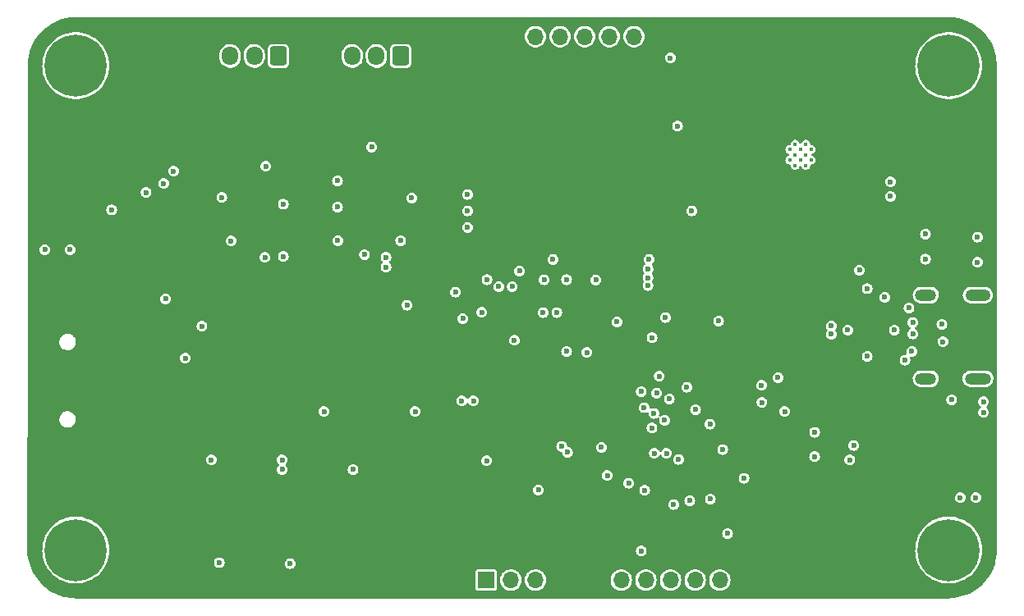
<source format=gbr>
%TF.GenerationSoftware,KiCad,Pcbnew,(7.0.0)*%
%TF.CreationDate,2023-05-17T20:16:57-03:00*%
%TF.ProjectId,d3vk1t,6433766b-3174-42e6-9b69-6361645f7063,rev?*%
%TF.SameCoordinates,Original*%
%TF.FileFunction,Copper,L3,Inr*%
%TF.FilePolarity,Positive*%
%FSLAX46Y46*%
G04 Gerber Fmt 4.6, Leading zero omitted, Abs format (unit mm)*
G04 Created by KiCad (PCBNEW (7.0.0)) date 2023-05-17 20:16:57*
%MOMM*%
%LPD*%
G01*
G04 APERTURE LIST*
G04 Aperture macros list*
%AMRoundRect*
0 Rectangle with rounded corners*
0 $1 Rounding radius*
0 $2 $3 $4 $5 $6 $7 $8 $9 X,Y pos of 4 corners*
0 Add a 4 corners polygon primitive as box body*
4,1,4,$2,$3,$4,$5,$6,$7,$8,$9,$2,$3,0*
0 Add four circle primitives for the rounded corners*
1,1,$1+$1,$2,$3*
1,1,$1+$1,$4,$5*
1,1,$1+$1,$6,$7*
1,1,$1+$1,$8,$9*
0 Add four rect primitives between the rounded corners*
20,1,$1+$1,$2,$3,$4,$5,0*
20,1,$1+$1,$4,$5,$6,$7,0*
20,1,$1+$1,$6,$7,$8,$9,0*
20,1,$1+$1,$8,$9,$2,$3,0*%
G04 Aperture macros list end*
%TA.AperFunction,ComponentPad*%
%ADD10R,1.700000X1.700000*%
%TD*%
%TA.AperFunction,ComponentPad*%
%ADD11O,1.700000X1.700000*%
%TD*%
%TA.AperFunction,ComponentPad*%
%ADD12C,0.400000*%
%TD*%
%TA.AperFunction,ComponentPad*%
%ADD13C,0.800000*%
%TD*%
%TA.AperFunction,ComponentPad*%
%ADD14C,6.400000*%
%TD*%
%TA.AperFunction,ComponentPad*%
%ADD15RoundRect,0.250000X0.600000X0.725000X-0.600000X0.725000X-0.600000X-0.725000X0.600000X-0.725000X0*%
%TD*%
%TA.AperFunction,ComponentPad*%
%ADD16O,1.700000X1.950000*%
%TD*%
%TA.AperFunction,ComponentPad*%
%ADD17O,2.200000X1.200000*%
%TD*%
%TA.AperFunction,ComponentPad*%
%ADD18O,2.700000X1.200000*%
%TD*%
%TA.AperFunction,ComponentPad*%
%ADD19O,2.600000X1.200000*%
%TD*%
%TA.AperFunction,ViaPad*%
%ADD20C,0.600000*%
%TD*%
G04 APERTURE END LIST*
D10*
%TO.N,/mcu/USART1_RX*%
%TO.C,J1*%
X147319999Y-127099999D03*
D11*
%TO.N,/mcu/USART1_TX*%
X149859999Y-127099999D03*
%TO.N,GND*%
X152399999Y-127099999D03*
%TD*%
D12*
%TO.N,GND*%
%TO.C,U1*%
X179160000Y-82100000D03*
X180260000Y-82100000D03*
X178610000Y-82650000D03*
X179710000Y-82650000D03*
X180810000Y-82650000D03*
X179160000Y-83200000D03*
X180260000Y-83200000D03*
X178610000Y-83750000D03*
X179710000Y-83750000D03*
X180810000Y-83750000D03*
X179160000Y-84300000D03*
X180260000Y-84300000D03*
%TD*%
D13*
%TO.N,N/C*%
%TO.C,H4*%
X102600000Y-124000000D03*
X103302944Y-122302944D03*
X103302944Y-125697056D03*
X105000000Y-121600000D03*
D14*
X105000000Y-124000000D03*
D13*
X105000000Y-126400000D03*
X106697056Y-122302944D03*
X106697056Y-125697056D03*
X107400000Y-124000000D03*
%TD*%
D15*
%TO.N,/comm/CAN_H*%
%TO.C,J4*%
X138500000Y-73000000D03*
D16*
%TO.N,/comm/CAN_L*%
X135999999Y-72999999D03*
%TO.N,GND*%
X133499999Y-72999999D03*
%TD*%
D17*
%TO.N,Net-(C13-Pad1)*%
%TO.C,X1*%
X192639999Y-106319999D03*
X192639999Y-97679999D03*
D18*
X197999999Y-106319999D03*
D19*
X197999999Y-97679999D03*
%TD*%
D10*
%TO.N,+3.3V*%
%TO.C,J3*%
X149849999Y-70999999D03*
D11*
%TO.N,/wifi_ble/DTR*%
X152389999Y-70999999D03*
%TO.N,GND*%
X154929999Y-70999999D03*
%TO.N,/wifi_ble/RTS*%
X157469999Y-70999999D03*
%TO.N,/wifi_ble/ESP_TX*%
X160009999Y-70999999D03*
%TO.N,/wifi_ble/ESP_RX*%
X162549999Y-70999999D03*
%TD*%
D13*
%TO.N,N/C*%
%TO.C,H2*%
X192600000Y-74000000D03*
X193302944Y-72302944D03*
X193302944Y-75697056D03*
X195000000Y-71600000D03*
D14*
X195000000Y-74000000D03*
D13*
X195000000Y-76400000D03*
X196697056Y-72302944D03*
X196697056Y-75697056D03*
X197400000Y-74000000D03*
%TD*%
%TO.N,N/C*%
%TO.C,H3*%
X192600000Y-124000000D03*
X193302944Y-122302944D03*
X193302944Y-125697056D03*
X195000000Y-121600000D03*
D14*
X195000000Y-124000000D03*
D13*
X195000000Y-126400000D03*
X196697056Y-122302944D03*
X196697056Y-125697056D03*
X197400000Y-124000000D03*
%TD*%
D15*
%TO.N,/comm/RS485_B*%
%TO.C,J5*%
X125900000Y-73000000D03*
D16*
%TO.N,/comm/RS485_A*%
X123399999Y-72999999D03*
%TO.N,GND*%
X120899999Y-72999999D03*
%TD*%
D10*
%TO.N,+3.3V*%
%TO.C,J2*%
X158699999Y-127099999D03*
D11*
%TO.N,/mcu/SWCLK*%
X161239999Y-127099999D03*
%TO.N,GND*%
X163779999Y-127099999D03*
%TO.N,/mcu/SWDIO*%
X166319999Y-127099999D03*
%TO.N,/mcu/NRST*%
X168859999Y-127099999D03*
%TO.N,/mcu/SWO*%
X171399999Y-127099999D03*
%TD*%
D13*
%TO.N,N/C*%
%TO.C,H1*%
X102600000Y-74000000D03*
X103302944Y-72302944D03*
X103302944Y-75697056D03*
X105000000Y-71600000D03*
D14*
X105000000Y-74000000D03*
D13*
X105000000Y-76400000D03*
X106697056Y-72302944D03*
X106697056Y-75697056D03*
X107400000Y-74000000D03*
%TD*%
D20*
%TO.N,ACC_INT*%
X170400000Y-111000000D03*
X168900000Y-109500000D03*
%TO.N,GND*%
X114251044Y-98076567D03*
%TO.N,I2C1_SDA*%
X155600000Y-103500000D03*
%TO.N,I2C1_SCL*%
X157700000Y-103600000D03*
X158614406Y-96119476D03*
%TO.N,I2C1_SDA*%
X155600000Y-96100000D03*
X144800000Y-108600000D03*
%TO.N,I2C1_SCL*%
X146000000Y-108600000D03*
%TO.N,GND*%
X185200000Y-113200000D03*
%TO.N,/mcu/USER*%
X175700000Y-107000000D03*
X172200000Y-122300000D03*
%TO.N,GND*%
X115076269Y-84891938D03*
X114063880Y-86155298D03*
%TO.N,+5V*%
X136982166Y-93774328D03*
X189400000Y-101300000D03*
X198600000Y-108700000D03*
X108700000Y-88900000D03*
X198600000Y-109800000D03*
X191200000Y-103500000D03*
X191300000Y-100500000D03*
%TO.N,+3.3V*%
X134400000Y-125410000D03*
X146877611Y-98520000D03*
X169743684Y-100347445D03*
X153170895Y-100503881D03*
X188200000Y-113200000D03*
X139170223Y-99669851D03*
X166000000Y-86000000D03*
X171409073Y-118728029D03*
X168222144Y-80297231D03*
X173891529Y-115034550D03*
X144160508Y-96357987D03*
X163434337Y-102075010D03*
X159200000Y-114400000D03*
X129600000Y-111600000D03*
X120041458Y-86618799D03*
X116300000Y-106400000D03*
X188800000Y-114800000D03*
X130700000Y-104100000D03*
X130700000Y-101000000D03*
X160800000Y-99500000D03*
X149249700Y-102340348D03*
X175720000Y-107800000D03*
X130700000Y-106700000D03*
X139633323Y-86661716D03*
X117100000Y-99100000D03*
X157584925Y-96125671D03*
X165200070Y-75228061D03*
X133580000Y-114700000D03*
%TO.N,GND*%
X145400000Y-89000000D03*
X119800000Y-125300000D03*
X181174755Y-114350910D03*
X184800000Y-114700000D03*
X192600000Y-93988663D03*
X197800000Y-118600000D03*
X127100000Y-125410000D03*
X196200000Y-118600000D03*
X173900000Y-116600000D03*
X139633323Y-87661219D03*
X139160099Y-98722487D03*
X181183332Y-111850620D03*
X146860221Y-99470223D03*
X168300000Y-118900000D03*
X120058764Y-87618152D03*
X177400000Y-106200000D03*
X178100000Y-109700000D03*
X145400000Y-90700000D03*
X184600000Y-101300000D03*
X104400000Y-93000000D03*
X126400000Y-88300000D03*
X164414337Y-102080336D03*
X144900000Y-100100000D03*
X186600000Y-104000000D03*
X175740224Y-108776567D03*
X167040598Y-80253165D03*
X190900000Y-99000000D03*
X166300000Y-73200000D03*
X171282032Y-100359902D03*
X160790614Y-100456729D03*
X192600000Y-91388663D03*
X150211045Y-102351691D03*
X116300000Y-104200000D03*
X165800000Y-100000000D03*
X124600000Y-84400000D03*
X135500000Y-82400000D03*
X190500000Y-104400000D03*
X185791716Y-95126591D03*
X159200000Y-113400000D03*
X168500000Y-89000000D03*
X170429073Y-118746985D03*
X150000000Y-96800000D03*
X118980000Y-114700000D03*
X154600000Y-99500000D03*
X126280000Y-114700000D03*
X134761716Y-93519104D03*
X101800000Y-93000000D03*
X195300000Y-108500000D03*
X136982166Y-94801605D03*
X145400000Y-87300000D03*
X186600126Y-97020430D03*
X131980288Y-88592573D03*
%TO.N,Net-(C13-Pad1)*%
X197972148Y-91700000D03*
X197972148Y-94300000D03*
%TO.N,/mcu/USER*%
X126280000Y-115700000D03*
%TO.N,/mcu/BOOT0*%
X133580000Y-115700000D03*
%TO.N,ACC_INT*%
X171700000Y-113636886D03*
X148600000Y-96800000D03*
%TO.N,ACC_CS*%
X153170895Y-99488656D03*
X166200000Y-108400000D03*
%TO.N,BARO_CS*%
X144135721Y-97381094D03*
X164900000Y-107800000D03*
%TO.N,SDIO_DET*%
X168000000Y-107200000D03*
X118000000Y-100900000D03*
%TO.N,SPI1_CLK*%
X164100000Y-94000000D03*
X154200000Y-94000000D03*
%TO.N,SPI1_MISO*%
X164000000Y-95000000D03*
X150750000Y-95200000D03*
%TO.N,SPI1_MOSI*%
X153300000Y-96100000D03*
X164000000Y-95900000D03*
X147400000Y-96100000D03*
%TO.N,USART3_RX*%
X121000000Y-92100000D03*
X164000000Y-96700000D03*
%TO.N,CAN_STB*%
X131980289Y-85877886D03*
X165156716Y-106054626D03*
%TO.N,BUZZER*%
X112240596Y-87091120D03*
X163296182Y-107650174D03*
%TO.N,SDIO_D2*%
X140000000Y-109700000D03*
X130600000Y-109700000D03*
%TO.N,/mcu/USART1_RX*%
X147367331Y-114789774D03*
%TO.N,USB_N*%
X182900000Y-100875000D03*
X155099479Y-113299479D03*
%TO.N,USB_P*%
X155700521Y-113900521D03*
X182900000Y-101725000D03*
%TO.N,/mcu/SWDIO*%
X162000000Y-117100000D03*
%TO.N,/mcu/SWCLK*%
X163300000Y-124100000D03*
X163657863Y-117829357D03*
%TO.N,/mcu/USART1_TX*%
X152700000Y-117800000D03*
%TO.N,USART3_TX*%
X126400000Y-93700000D03*
X164647206Y-114020430D03*
%TO.N,RS485_DE*%
X124500000Y-93800000D03*
X165900000Y-114025500D03*
%TO.N,/mcu/SWO*%
X166649475Y-119300000D03*
%TO.N,SDIO_D0*%
X159800000Y-116300000D03*
X167155545Y-114639837D03*
%TO.N,I2C1_SCL*%
X164400000Y-111400000D03*
%TO.N,I2C1_SDA*%
X165700000Y-110600000D03*
%TO.N,CAN1_RX*%
X138492578Y-92067320D03*
X164600000Y-109900000D03*
%TO.N,CAN1_TX*%
X163600000Y-109300000D03*
X132013324Y-92066687D03*
%TO.N,/usb/USB_CON_N*%
X194400000Y-102500000D03*
X191300000Y-101700000D03*
%TO.N,/wifi_ble/ESP_TX*%
X189000000Y-86000000D03*
%TO.N,/wifi_ble/ESP_RX*%
X189000000Y-87500000D03*
%TO.N,Net-(X1-CC2)*%
X188400000Y-97900000D03*
X194300000Y-100700000D03*
%TD*%
%TA.AperFunction,Conductor*%
%TO.N,+3.3V*%
G36*
X195002562Y-69000605D02*
G01*
X195217599Y-69009500D01*
X195413451Y-69018052D01*
X195423334Y-69018882D01*
X195557899Y-69035655D01*
X195569432Y-69037651D01*
X196293757Y-69198612D01*
X196306063Y-69202021D01*
X196891642Y-69397214D01*
X196907884Y-69403942D01*
X197295742Y-69597871D01*
X197304074Y-69602444D01*
X197794512Y-69896707D01*
X197805114Y-69903836D01*
X197944776Y-70008582D01*
X198450241Y-70387681D01*
X198463514Y-70399193D01*
X198607514Y-70543193D01*
X198611255Y-70547101D01*
X198692880Y-70636179D01*
X198703410Y-70649370D01*
X199440324Y-71713803D01*
X199448361Y-71727127D01*
X199459024Y-71747610D01*
X199460436Y-71750408D01*
X199521752Y-71875832D01*
X199528868Y-71893825D01*
X199896362Y-73088179D01*
X199901230Y-73112307D01*
X199998885Y-74088849D01*
X199999500Y-74101188D01*
X199999500Y-123997438D01*
X199999394Y-124002563D01*
X199990529Y-124216890D01*
X199990517Y-124217173D01*
X199988102Y-124272493D01*
X199986778Y-124285940D01*
X199838363Y-125250636D01*
X199834650Y-125267163D01*
X199776186Y-125463538D01*
X199775602Y-125465444D01*
X199715302Y-125656689D01*
X199712559Y-125664475D01*
X199635008Y-125863224D01*
X199634051Y-125865603D01*
X199557260Y-126050993D01*
X199554099Y-126058001D01*
X199460449Y-126249562D01*
X199459039Y-126252357D01*
X199398221Y-126369190D01*
X199394560Y-126375732D01*
X199204292Y-126692845D01*
X199194791Y-126706509D01*
X198546998Y-127516249D01*
X198537851Y-127526468D01*
X198456819Y-127607500D01*
X198452911Y-127611241D01*
X198304852Y-127746912D01*
X198301220Y-127750112D01*
X198138573Y-127887867D01*
X198133918Y-127891621D01*
X197974586Y-128013880D01*
X197971150Y-128016423D01*
X197967420Y-128019086D01*
X197959168Y-128024496D01*
X197162422Y-128502544D01*
X197153084Y-128507616D01*
X197058007Y-128554096D01*
X197051000Y-128557256D01*
X196876837Y-128629398D01*
X196859458Y-128635135D01*
X195534710Y-128966320D01*
X195519975Y-128969070D01*
X195423357Y-128981114D01*
X195413427Y-128981948D01*
X195217381Y-128990508D01*
X195217097Y-128990520D01*
X195002563Y-128999394D01*
X194997438Y-128999500D01*
X180000099Y-128999500D01*
X105002562Y-128999500D01*
X104997437Y-128999394D01*
X104782946Y-128990521D01*
X104782665Y-128990509D01*
X104727507Y-128988102D01*
X104714058Y-128986778D01*
X103749363Y-128838363D01*
X103732836Y-128834650D01*
X103536460Y-128776186D01*
X103534554Y-128775602D01*
X103343309Y-128715302D01*
X103335522Y-128712558D01*
X103141647Y-128636908D01*
X103135410Y-128634276D01*
X102735170Y-128452349D01*
X102729225Y-128449453D01*
X102569575Y-128366344D01*
X102563359Y-128362878D01*
X102380202Y-128253741D01*
X102377050Y-128251798D01*
X102207707Y-128143914D01*
X102202292Y-128140261D01*
X102186758Y-128129170D01*
X102181368Y-128125094D01*
X102175560Y-128120448D01*
X101993343Y-127974674D01*
X146219500Y-127974674D01*
X146220688Y-127980649D01*
X146220689Y-127980653D01*
X146231650Y-128035759D01*
X146231651Y-128035762D01*
X146234034Y-128047740D01*
X146289399Y-128130601D01*
X146372260Y-128185966D01*
X146445326Y-128200500D01*
X148188579Y-128200500D01*
X148194674Y-128200500D01*
X148267740Y-128185966D01*
X148350601Y-128130601D01*
X148405966Y-128047740D01*
X148420500Y-127974674D01*
X148420500Y-127100000D01*
X148754785Y-127100000D01*
X148755314Y-127105709D01*
X148767255Y-127234582D01*
X148773603Y-127303083D01*
X148775171Y-127308594D01*
X148775173Y-127308604D01*
X148827847Y-127493731D01*
X148827849Y-127493737D01*
X148829418Y-127499250D01*
X148920327Y-127681821D01*
X148923779Y-127686392D01*
X149039778Y-127840001D01*
X149039783Y-127840006D01*
X149043236Y-127844579D01*
X149047472Y-127848440D01*
X149047476Y-127848445D01*
X149149227Y-127941203D01*
X149193959Y-127981981D01*
X149367363Y-128089348D01*
X149557544Y-128163024D01*
X149758024Y-128200500D01*
X149956247Y-128200500D01*
X149961976Y-128200500D01*
X150162456Y-128163024D01*
X150352637Y-128089348D01*
X150526041Y-127981981D01*
X150676764Y-127844579D01*
X150799673Y-127681821D01*
X150890582Y-127499250D01*
X150946397Y-127303083D01*
X150965215Y-127100000D01*
X151294785Y-127100000D01*
X151295314Y-127105709D01*
X151307255Y-127234582D01*
X151313603Y-127303083D01*
X151315171Y-127308594D01*
X151315173Y-127308604D01*
X151367847Y-127493731D01*
X151367849Y-127493737D01*
X151369418Y-127499250D01*
X151460327Y-127681821D01*
X151463779Y-127686392D01*
X151579778Y-127840001D01*
X151579783Y-127840006D01*
X151583236Y-127844579D01*
X151587472Y-127848440D01*
X151587476Y-127848445D01*
X151689227Y-127941203D01*
X151733959Y-127981981D01*
X151907363Y-128089348D01*
X152097544Y-128163024D01*
X152298024Y-128200500D01*
X152496247Y-128200500D01*
X152501976Y-128200500D01*
X152702456Y-128163024D01*
X152892637Y-128089348D01*
X153066041Y-127981981D01*
X153216764Y-127844579D01*
X153339673Y-127681821D01*
X153430582Y-127499250D01*
X153486397Y-127303083D01*
X153505215Y-127100000D01*
X160134785Y-127100000D01*
X160135314Y-127105709D01*
X160147255Y-127234582D01*
X160153603Y-127303083D01*
X160155171Y-127308594D01*
X160155173Y-127308604D01*
X160207847Y-127493731D01*
X160207849Y-127493737D01*
X160209418Y-127499250D01*
X160300327Y-127681821D01*
X160303779Y-127686392D01*
X160419778Y-127840001D01*
X160419783Y-127840006D01*
X160423236Y-127844579D01*
X160427472Y-127848440D01*
X160427476Y-127848445D01*
X160529227Y-127941203D01*
X160573959Y-127981981D01*
X160747363Y-128089348D01*
X160937544Y-128163024D01*
X161138024Y-128200500D01*
X161336247Y-128200500D01*
X161341976Y-128200500D01*
X161542456Y-128163024D01*
X161732637Y-128089348D01*
X161906041Y-127981981D01*
X162056764Y-127844579D01*
X162179673Y-127681821D01*
X162270582Y-127499250D01*
X162326397Y-127303083D01*
X162345215Y-127100000D01*
X162674785Y-127100000D01*
X162675314Y-127105709D01*
X162687255Y-127234582D01*
X162693603Y-127303083D01*
X162695171Y-127308594D01*
X162695173Y-127308604D01*
X162747847Y-127493731D01*
X162747849Y-127493737D01*
X162749418Y-127499250D01*
X162840327Y-127681821D01*
X162843779Y-127686392D01*
X162959778Y-127840001D01*
X162959783Y-127840006D01*
X162963236Y-127844579D01*
X162967472Y-127848440D01*
X162967476Y-127848445D01*
X163069227Y-127941203D01*
X163113959Y-127981981D01*
X163287363Y-128089348D01*
X163477544Y-128163024D01*
X163678024Y-128200500D01*
X163876247Y-128200500D01*
X163881976Y-128200500D01*
X164082456Y-128163024D01*
X164272637Y-128089348D01*
X164446041Y-127981981D01*
X164596764Y-127844579D01*
X164719673Y-127681821D01*
X164810582Y-127499250D01*
X164866397Y-127303083D01*
X164885215Y-127100000D01*
X165214785Y-127100000D01*
X165215314Y-127105709D01*
X165227255Y-127234582D01*
X165233603Y-127303083D01*
X165235171Y-127308594D01*
X165235173Y-127308604D01*
X165287847Y-127493731D01*
X165287849Y-127493737D01*
X165289418Y-127499250D01*
X165380327Y-127681821D01*
X165383779Y-127686392D01*
X165499778Y-127840001D01*
X165499783Y-127840006D01*
X165503236Y-127844579D01*
X165507472Y-127848440D01*
X165507476Y-127848445D01*
X165609227Y-127941203D01*
X165653959Y-127981981D01*
X165827363Y-128089348D01*
X166017544Y-128163024D01*
X166218024Y-128200500D01*
X166416247Y-128200500D01*
X166421976Y-128200500D01*
X166622456Y-128163024D01*
X166812637Y-128089348D01*
X166986041Y-127981981D01*
X167136764Y-127844579D01*
X167259673Y-127681821D01*
X167350582Y-127499250D01*
X167406397Y-127303083D01*
X167425215Y-127100000D01*
X167754785Y-127100000D01*
X167755314Y-127105709D01*
X167767255Y-127234582D01*
X167773603Y-127303083D01*
X167775171Y-127308594D01*
X167775173Y-127308604D01*
X167827847Y-127493731D01*
X167827849Y-127493737D01*
X167829418Y-127499250D01*
X167920327Y-127681821D01*
X167923779Y-127686392D01*
X168039778Y-127840001D01*
X168039783Y-127840006D01*
X168043236Y-127844579D01*
X168047472Y-127848440D01*
X168047476Y-127848445D01*
X168149227Y-127941203D01*
X168193959Y-127981981D01*
X168367363Y-128089348D01*
X168557544Y-128163024D01*
X168758024Y-128200500D01*
X168956247Y-128200500D01*
X168961976Y-128200500D01*
X169162456Y-128163024D01*
X169352637Y-128089348D01*
X169526041Y-127981981D01*
X169676764Y-127844579D01*
X169799673Y-127681821D01*
X169890582Y-127499250D01*
X169946397Y-127303083D01*
X169965215Y-127100000D01*
X170294785Y-127100000D01*
X170295314Y-127105709D01*
X170307255Y-127234582D01*
X170313603Y-127303083D01*
X170315171Y-127308594D01*
X170315173Y-127308604D01*
X170367847Y-127493731D01*
X170367849Y-127493737D01*
X170369418Y-127499250D01*
X170460327Y-127681821D01*
X170463779Y-127686392D01*
X170579778Y-127840001D01*
X170579783Y-127840006D01*
X170583236Y-127844579D01*
X170587472Y-127848440D01*
X170587476Y-127848445D01*
X170689227Y-127941203D01*
X170733959Y-127981981D01*
X170907363Y-128089348D01*
X171097544Y-128163024D01*
X171298024Y-128200500D01*
X171496247Y-128200500D01*
X171501976Y-128200500D01*
X171702456Y-128163024D01*
X171892637Y-128089348D01*
X172066041Y-127981981D01*
X172216764Y-127844579D01*
X172339673Y-127681821D01*
X172430582Y-127499250D01*
X172486397Y-127303083D01*
X172505215Y-127100000D01*
X172486397Y-126896917D01*
X172475352Y-126858100D01*
X172432152Y-126706268D01*
X172430582Y-126700750D01*
X172339673Y-126518179D01*
X172234947Y-126379499D01*
X172220221Y-126359998D01*
X172220217Y-126359994D01*
X172216764Y-126355421D01*
X172212527Y-126351558D01*
X172212523Y-126351554D01*
X172070275Y-126221879D01*
X172070276Y-126221879D01*
X172066041Y-126218019D01*
X172061171Y-126215004D01*
X172061169Y-126215002D01*
X171897511Y-126113670D01*
X171897512Y-126113670D01*
X171892637Y-126110652D01*
X171849093Y-126093783D01*
X171707803Y-126039047D01*
X171707798Y-126039045D01*
X171702456Y-126036976D01*
X171616029Y-126020820D01*
X171507605Y-126000552D01*
X171507602Y-126000551D01*
X171501976Y-125999500D01*
X171298024Y-125999500D01*
X171292398Y-126000551D01*
X171292394Y-126000552D01*
X171103181Y-126035922D01*
X171103178Y-126035922D01*
X171097544Y-126036976D01*
X171092203Y-126039044D01*
X171092196Y-126039047D01*
X170912705Y-126108582D01*
X170912700Y-126108584D01*
X170907363Y-126110652D01*
X170902491Y-126113668D01*
X170902488Y-126113670D01*
X170738830Y-126215002D01*
X170738822Y-126215007D01*
X170733959Y-126218019D01*
X170729728Y-126221875D01*
X170729724Y-126221879D01*
X170587476Y-126351554D01*
X170587466Y-126351564D01*
X170583236Y-126355421D01*
X170579787Y-126359987D01*
X170579778Y-126359998D01*
X170463779Y-126513607D01*
X170463776Y-126513611D01*
X170460327Y-126518179D01*
X170457774Y-126523304D01*
X170457772Y-126523309D01*
X170438572Y-126561869D01*
X170369418Y-126700750D01*
X170367850Y-126706258D01*
X170367847Y-126706268D01*
X170315173Y-126891395D01*
X170315170Y-126891406D01*
X170313603Y-126896917D01*
X170313073Y-126902627D01*
X170313073Y-126902632D01*
X170299137Y-127053036D01*
X170294785Y-127100000D01*
X169965215Y-127100000D01*
X169946397Y-126896917D01*
X169935352Y-126858100D01*
X169892152Y-126706268D01*
X169890582Y-126700750D01*
X169799673Y-126518179D01*
X169694947Y-126379499D01*
X169680221Y-126359998D01*
X169680217Y-126359994D01*
X169676764Y-126355421D01*
X169672527Y-126351558D01*
X169672523Y-126351554D01*
X169530275Y-126221879D01*
X169530276Y-126221879D01*
X169526041Y-126218019D01*
X169521171Y-126215004D01*
X169521169Y-126215002D01*
X169357511Y-126113670D01*
X169357512Y-126113670D01*
X169352637Y-126110652D01*
X169309093Y-126093783D01*
X169167803Y-126039047D01*
X169167798Y-126039045D01*
X169162456Y-126036976D01*
X169076029Y-126020820D01*
X168967605Y-126000552D01*
X168967602Y-126000551D01*
X168961976Y-125999500D01*
X168758024Y-125999500D01*
X168752398Y-126000551D01*
X168752394Y-126000552D01*
X168563181Y-126035922D01*
X168563178Y-126035922D01*
X168557544Y-126036976D01*
X168552203Y-126039044D01*
X168552196Y-126039047D01*
X168372705Y-126108582D01*
X168372700Y-126108584D01*
X168367363Y-126110652D01*
X168362491Y-126113668D01*
X168362488Y-126113670D01*
X168198830Y-126215002D01*
X168198822Y-126215007D01*
X168193959Y-126218019D01*
X168189728Y-126221875D01*
X168189724Y-126221879D01*
X168047476Y-126351554D01*
X168047466Y-126351564D01*
X168043236Y-126355421D01*
X168039787Y-126359987D01*
X168039778Y-126359998D01*
X167923779Y-126513607D01*
X167923776Y-126513611D01*
X167920327Y-126518179D01*
X167917774Y-126523304D01*
X167917772Y-126523309D01*
X167898572Y-126561869D01*
X167829418Y-126700750D01*
X167827850Y-126706258D01*
X167827847Y-126706268D01*
X167775173Y-126891395D01*
X167775170Y-126891406D01*
X167773603Y-126896917D01*
X167773073Y-126902627D01*
X167773073Y-126902632D01*
X167759137Y-127053036D01*
X167754785Y-127100000D01*
X167425215Y-127100000D01*
X167406397Y-126896917D01*
X167395352Y-126858100D01*
X167352152Y-126706268D01*
X167350582Y-126700750D01*
X167259673Y-126518179D01*
X167154947Y-126379499D01*
X167140221Y-126359998D01*
X167140217Y-126359994D01*
X167136764Y-126355421D01*
X167132527Y-126351558D01*
X167132523Y-126351554D01*
X166990275Y-126221879D01*
X166990276Y-126221879D01*
X166986041Y-126218019D01*
X166981171Y-126215004D01*
X166981169Y-126215002D01*
X166817511Y-126113670D01*
X166817512Y-126113670D01*
X166812637Y-126110652D01*
X166769093Y-126093783D01*
X166627803Y-126039047D01*
X166627798Y-126039045D01*
X166622456Y-126036976D01*
X166536029Y-126020820D01*
X166427605Y-126000552D01*
X166427602Y-126000551D01*
X166421976Y-125999500D01*
X166218024Y-125999500D01*
X166212398Y-126000551D01*
X166212394Y-126000552D01*
X166023181Y-126035922D01*
X166023178Y-126035922D01*
X166017544Y-126036976D01*
X166012203Y-126039044D01*
X166012196Y-126039047D01*
X165832705Y-126108582D01*
X165832700Y-126108584D01*
X165827363Y-126110652D01*
X165822491Y-126113668D01*
X165822488Y-126113670D01*
X165658830Y-126215002D01*
X165658822Y-126215007D01*
X165653959Y-126218019D01*
X165649728Y-126221875D01*
X165649724Y-126221879D01*
X165507476Y-126351554D01*
X165507466Y-126351564D01*
X165503236Y-126355421D01*
X165499787Y-126359987D01*
X165499778Y-126359998D01*
X165383779Y-126513607D01*
X165383776Y-126513611D01*
X165380327Y-126518179D01*
X165377774Y-126523304D01*
X165377772Y-126523309D01*
X165358572Y-126561869D01*
X165289418Y-126700750D01*
X165287850Y-126706258D01*
X165287847Y-126706268D01*
X165235173Y-126891395D01*
X165235170Y-126891406D01*
X165233603Y-126896917D01*
X165233073Y-126902627D01*
X165233073Y-126902632D01*
X165219137Y-127053036D01*
X165214785Y-127100000D01*
X164885215Y-127100000D01*
X164866397Y-126896917D01*
X164855352Y-126858100D01*
X164812152Y-126706268D01*
X164810582Y-126700750D01*
X164719673Y-126518179D01*
X164614947Y-126379499D01*
X164600221Y-126359998D01*
X164600217Y-126359994D01*
X164596764Y-126355421D01*
X164592527Y-126351558D01*
X164592523Y-126351554D01*
X164450275Y-126221879D01*
X164450276Y-126221879D01*
X164446041Y-126218019D01*
X164441171Y-126215004D01*
X164441169Y-126215002D01*
X164277511Y-126113670D01*
X164277512Y-126113670D01*
X164272637Y-126110652D01*
X164229093Y-126093783D01*
X164087803Y-126039047D01*
X164087798Y-126039045D01*
X164082456Y-126036976D01*
X163996029Y-126020820D01*
X163887605Y-126000552D01*
X163887602Y-126000551D01*
X163881976Y-125999500D01*
X163678024Y-125999500D01*
X163672398Y-126000551D01*
X163672394Y-126000552D01*
X163483181Y-126035922D01*
X163483178Y-126035922D01*
X163477544Y-126036976D01*
X163472203Y-126039044D01*
X163472196Y-126039047D01*
X163292705Y-126108582D01*
X163292700Y-126108584D01*
X163287363Y-126110652D01*
X163282491Y-126113668D01*
X163282488Y-126113670D01*
X163118830Y-126215002D01*
X163118822Y-126215007D01*
X163113959Y-126218019D01*
X163109728Y-126221875D01*
X163109724Y-126221879D01*
X162967476Y-126351554D01*
X162967466Y-126351564D01*
X162963236Y-126355421D01*
X162959787Y-126359987D01*
X162959778Y-126359998D01*
X162843779Y-126513607D01*
X162843776Y-126513611D01*
X162840327Y-126518179D01*
X162837774Y-126523304D01*
X162837772Y-126523309D01*
X162818572Y-126561869D01*
X162749418Y-126700750D01*
X162747850Y-126706258D01*
X162747847Y-126706268D01*
X162695173Y-126891395D01*
X162695170Y-126891406D01*
X162693603Y-126896917D01*
X162693073Y-126902627D01*
X162693073Y-126902632D01*
X162679137Y-127053036D01*
X162674785Y-127100000D01*
X162345215Y-127100000D01*
X162326397Y-126896917D01*
X162315352Y-126858100D01*
X162272152Y-126706268D01*
X162270582Y-126700750D01*
X162179673Y-126518179D01*
X162074947Y-126379499D01*
X162060221Y-126359998D01*
X162060217Y-126359994D01*
X162056764Y-126355421D01*
X162052527Y-126351558D01*
X162052523Y-126351554D01*
X161910275Y-126221879D01*
X161910276Y-126221879D01*
X161906041Y-126218019D01*
X161901171Y-126215004D01*
X161901169Y-126215002D01*
X161737511Y-126113670D01*
X161737512Y-126113670D01*
X161732637Y-126110652D01*
X161689093Y-126093783D01*
X161547803Y-126039047D01*
X161547798Y-126039045D01*
X161542456Y-126036976D01*
X161456029Y-126020820D01*
X161347605Y-126000552D01*
X161347602Y-126000551D01*
X161341976Y-125999500D01*
X161138024Y-125999500D01*
X161132398Y-126000551D01*
X161132394Y-126000552D01*
X160943181Y-126035922D01*
X160943178Y-126035922D01*
X160937544Y-126036976D01*
X160932203Y-126039044D01*
X160932196Y-126039047D01*
X160752705Y-126108582D01*
X160752700Y-126108584D01*
X160747363Y-126110652D01*
X160742491Y-126113668D01*
X160742488Y-126113670D01*
X160578830Y-126215002D01*
X160578822Y-126215007D01*
X160573959Y-126218019D01*
X160569728Y-126221875D01*
X160569724Y-126221879D01*
X160427476Y-126351554D01*
X160427466Y-126351564D01*
X160423236Y-126355421D01*
X160419787Y-126359987D01*
X160419778Y-126359998D01*
X160303779Y-126513607D01*
X160303776Y-126513611D01*
X160300327Y-126518179D01*
X160297774Y-126523304D01*
X160297772Y-126523309D01*
X160278572Y-126561869D01*
X160209418Y-126700750D01*
X160207850Y-126706258D01*
X160207847Y-126706268D01*
X160155173Y-126891395D01*
X160155170Y-126891406D01*
X160153603Y-126896917D01*
X160153073Y-126902627D01*
X160153073Y-126902632D01*
X160139137Y-127053036D01*
X160134785Y-127100000D01*
X153505215Y-127100000D01*
X153486397Y-126896917D01*
X153475352Y-126858100D01*
X153432152Y-126706268D01*
X153430582Y-126700750D01*
X153339673Y-126518179D01*
X153234947Y-126379499D01*
X153220221Y-126359998D01*
X153220217Y-126359994D01*
X153216764Y-126355421D01*
X153212527Y-126351558D01*
X153212523Y-126351554D01*
X153070275Y-126221879D01*
X153070276Y-126221879D01*
X153066041Y-126218019D01*
X153061171Y-126215004D01*
X153061169Y-126215002D01*
X152897511Y-126113670D01*
X152897512Y-126113670D01*
X152892637Y-126110652D01*
X152849093Y-126093783D01*
X152707803Y-126039047D01*
X152707798Y-126039045D01*
X152702456Y-126036976D01*
X152616029Y-126020820D01*
X152507605Y-126000552D01*
X152507602Y-126000551D01*
X152501976Y-125999500D01*
X152298024Y-125999500D01*
X152292398Y-126000551D01*
X152292394Y-126000552D01*
X152103181Y-126035922D01*
X152103178Y-126035922D01*
X152097544Y-126036976D01*
X152092203Y-126039044D01*
X152092196Y-126039047D01*
X151912705Y-126108582D01*
X151912700Y-126108584D01*
X151907363Y-126110652D01*
X151902491Y-126113668D01*
X151902488Y-126113670D01*
X151738830Y-126215002D01*
X151738822Y-126215007D01*
X151733959Y-126218019D01*
X151729728Y-126221875D01*
X151729724Y-126221879D01*
X151587476Y-126351554D01*
X151587466Y-126351564D01*
X151583236Y-126355421D01*
X151579787Y-126359987D01*
X151579778Y-126359998D01*
X151463779Y-126513607D01*
X151463776Y-126513611D01*
X151460327Y-126518179D01*
X151457774Y-126523304D01*
X151457772Y-126523309D01*
X151438572Y-126561869D01*
X151369418Y-126700750D01*
X151367850Y-126706258D01*
X151367847Y-126706268D01*
X151315173Y-126891395D01*
X151315170Y-126891406D01*
X151313603Y-126896917D01*
X151313073Y-126902627D01*
X151313073Y-126902632D01*
X151299137Y-127053036D01*
X151294785Y-127100000D01*
X150965215Y-127100000D01*
X150946397Y-126896917D01*
X150935352Y-126858100D01*
X150892152Y-126706268D01*
X150890582Y-126700750D01*
X150799673Y-126518179D01*
X150694947Y-126379499D01*
X150680221Y-126359998D01*
X150680217Y-126359994D01*
X150676764Y-126355421D01*
X150672527Y-126351558D01*
X150672523Y-126351554D01*
X150530275Y-126221879D01*
X150530276Y-126221879D01*
X150526041Y-126218019D01*
X150521171Y-126215004D01*
X150521169Y-126215002D01*
X150357511Y-126113670D01*
X150357512Y-126113670D01*
X150352637Y-126110652D01*
X150309093Y-126093783D01*
X150167803Y-126039047D01*
X150167798Y-126039045D01*
X150162456Y-126036976D01*
X150076029Y-126020820D01*
X149967605Y-126000552D01*
X149967602Y-126000551D01*
X149961976Y-125999500D01*
X149758024Y-125999500D01*
X149752398Y-126000551D01*
X149752394Y-126000552D01*
X149563181Y-126035922D01*
X149563178Y-126035922D01*
X149557544Y-126036976D01*
X149552203Y-126039044D01*
X149552196Y-126039047D01*
X149372705Y-126108582D01*
X149372700Y-126108584D01*
X149367363Y-126110652D01*
X149362491Y-126113668D01*
X149362488Y-126113670D01*
X149198830Y-126215002D01*
X149198822Y-126215007D01*
X149193959Y-126218019D01*
X149189728Y-126221875D01*
X149189724Y-126221879D01*
X149047476Y-126351554D01*
X149047466Y-126351564D01*
X149043236Y-126355421D01*
X149039787Y-126359987D01*
X149039778Y-126359998D01*
X148923779Y-126513607D01*
X148923776Y-126513611D01*
X148920327Y-126518179D01*
X148917774Y-126523304D01*
X148917772Y-126523309D01*
X148898572Y-126561869D01*
X148829418Y-126700750D01*
X148827850Y-126706258D01*
X148827847Y-126706268D01*
X148775173Y-126891395D01*
X148775170Y-126891406D01*
X148773603Y-126896917D01*
X148773073Y-126902627D01*
X148773073Y-126902632D01*
X148759137Y-127053036D01*
X148754785Y-127100000D01*
X148420500Y-127100000D01*
X148420500Y-126225326D01*
X148405966Y-126152260D01*
X148350601Y-126069399D01*
X148333542Y-126058001D01*
X148277896Y-126020820D01*
X148267740Y-126014034D01*
X148255762Y-126011651D01*
X148255759Y-126011650D01*
X148200653Y-126000689D01*
X148200649Y-126000688D01*
X148194674Y-125999500D01*
X146445326Y-125999500D01*
X146439351Y-126000688D01*
X146439346Y-126000689D01*
X146384240Y-126011650D01*
X146384235Y-126011651D01*
X146372260Y-126014034D01*
X146362105Y-126020819D01*
X146362103Y-126020820D01*
X146299551Y-126062615D01*
X146299548Y-126062617D01*
X146289399Y-126069399D01*
X146282617Y-126079548D01*
X146282615Y-126079551D01*
X146240820Y-126142103D01*
X146240819Y-126142105D01*
X146234034Y-126152260D01*
X146231651Y-126164235D01*
X146231650Y-126164240D01*
X146220689Y-126219346D01*
X146220688Y-126219351D01*
X146219500Y-126225326D01*
X146219500Y-127974674D01*
X101993343Y-127974674D01*
X101605578Y-127664462D01*
X101599268Y-127659057D01*
X101547098Y-127611252D01*
X101543190Y-127607511D01*
X101392484Y-127456805D01*
X101388743Y-127452897D01*
X101307118Y-127363819D01*
X101296593Y-127350634D01*
X100559673Y-126286194D01*
X100551638Y-126272873D01*
X100540944Y-126252329D01*
X100539604Y-126249675D01*
X100478242Y-126124159D01*
X100471131Y-126106177D01*
X100102858Y-124909289D01*
X100098624Y-124890374D01*
X100013436Y-124294064D01*
X100012309Y-124281937D01*
X100009487Y-124217290D01*
X100009482Y-124217173D01*
X100000605Y-124002562D01*
X100000552Y-124000000D01*
X101544432Y-124000000D01*
X101544614Y-124003357D01*
X101564506Y-124370253D01*
X101564507Y-124370268D01*
X101564689Y-124373613D01*
X101565231Y-124376923D01*
X101565232Y-124376926D01*
X101624677Y-124739531D01*
X101624679Y-124739543D01*
X101625221Y-124742845D01*
X101626117Y-124746074D01*
X101626120Y-124746085D01*
X101701042Y-125015928D01*
X101725320Y-125103368D01*
X101726562Y-125106485D01*
X101726565Y-125106494D01*
X101793446Y-125274353D01*
X101863811Y-125450955D01*
X101865385Y-125453924D01*
X101865386Y-125453926D01*
X101991934Y-125692621D01*
X102039072Y-125781531D01*
X102040949Y-125784299D01*
X102040953Y-125784306D01*
X102247161Y-126088441D01*
X102249046Y-126091221D01*
X102251220Y-126093780D01*
X102251222Y-126093783D01*
X102485155Y-126369190D01*
X102491273Y-126376392D01*
X102493704Y-126378695D01*
X102493710Y-126378701D01*
X102760472Y-126631391D01*
X102762913Y-126633703D01*
X102765589Y-126635737D01*
X103058101Y-126858100D01*
X103058107Y-126858104D01*
X103060780Y-126860136D01*
X103381383Y-127053036D01*
X103720962Y-127210142D01*
X104075538Y-127329613D01*
X104440951Y-127410046D01*
X104812919Y-127450500D01*
X105183723Y-127450500D01*
X105187081Y-127450500D01*
X105559049Y-127410046D01*
X105924462Y-127329613D01*
X106279038Y-127210142D01*
X106618617Y-127053036D01*
X106939220Y-126860136D01*
X107237087Y-126633703D01*
X107508727Y-126376392D01*
X107750954Y-126091221D01*
X107960928Y-125781531D01*
X108136189Y-125450955D01*
X108196335Y-125300000D01*
X119244750Y-125300000D01*
X119245811Y-125308059D01*
X119261607Y-125428044D01*
X119263670Y-125443709D01*
X119266781Y-125451220D01*
X119266782Y-125451223D01*
X119304214Y-125541592D01*
X119319139Y-125577625D01*
X119407379Y-125692621D01*
X119522375Y-125780861D01*
X119656291Y-125836330D01*
X119800000Y-125855250D01*
X119943709Y-125836330D01*
X120077625Y-125780861D01*
X120192621Y-125692621D01*
X120280861Y-125577625D01*
X120336330Y-125443709D01*
X120340768Y-125410000D01*
X126544750Y-125410000D01*
X126545811Y-125418059D01*
X126551798Y-125463538D01*
X126563670Y-125553709D01*
X126566781Y-125561220D01*
X126566782Y-125561223D01*
X126604214Y-125651592D01*
X126619139Y-125687625D01*
X126624084Y-125694069D01*
X126624085Y-125694071D01*
X126690682Y-125780861D01*
X126707379Y-125802621D01*
X126822375Y-125890861D01*
X126956291Y-125946330D01*
X127100000Y-125965250D01*
X127243709Y-125946330D01*
X127377625Y-125890861D01*
X127492621Y-125802621D01*
X127580861Y-125687625D01*
X127636330Y-125553709D01*
X127655250Y-125410000D01*
X127636330Y-125266291D01*
X127580861Y-125132375D01*
X127492621Y-125017379D01*
X127377625Y-124929139D01*
X127284037Y-124890374D01*
X127251223Y-124876782D01*
X127251220Y-124876781D01*
X127243709Y-124873670D01*
X127235649Y-124872608D01*
X127235646Y-124872608D01*
X127108059Y-124855811D01*
X127100000Y-124854750D01*
X127091941Y-124855811D01*
X126964353Y-124872608D01*
X126964348Y-124872609D01*
X126956291Y-124873670D01*
X126948781Y-124876780D01*
X126948776Y-124876782D01*
X126829885Y-124926028D01*
X126829883Y-124926029D01*
X126822375Y-124929139D01*
X126815933Y-124934082D01*
X126815928Y-124934085D01*
X126713821Y-125012435D01*
X126713817Y-125012438D01*
X126707379Y-125017379D01*
X126702438Y-125023817D01*
X126702435Y-125023821D01*
X126624085Y-125125928D01*
X126624082Y-125125933D01*
X126619139Y-125132375D01*
X126616029Y-125139883D01*
X126616028Y-125139885D01*
X126566782Y-125258776D01*
X126566780Y-125258781D01*
X126563670Y-125266291D01*
X126562609Y-125274348D01*
X126562608Y-125274353D01*
X126560293Y-125291941D01*
X126544750Y-125410000D01*
X120340768Y-125410000D01*
X120355250Y-125300000D01*
X120336330Y-125156291D01*
X120280861Y-125022375D01*
X120192621Y-124907379D01*
X120170460Y-124890374D01*
X120084071Y-124824085D01*
X120084069Y-124824084D01*
X120077625Y-124819139D01*
X120041592Y-124804214D01*
X119951223Y-124766782D01*
X119951220Y-124766781D01*
X119943709Y-124763670D01*
X119935649Y-124762608D01*
X119935646Y-124762608D01*
X119808059Y-124745811D01*
X119800000Y-124744750D01*
X119791941Y-124745811D01*
X119664353Y-124762608D01*
X119664348Y-124762609D01*
X119656291Y-124763670D01*
X119648781Y-124766780D01*
X119648776Y-124766782D01*
X119529885Y-124816028D01*
X119529883Y-124816029D01*
X119522375Y-124819139D01*
X119515933Y-124824082D01*
X119515928Y-124824085D01*
X119413821Y-124902435D01*
X119413817Y-124902438D01*
X119407379Y-124907379D01*
X119402438Y-124913817D01*
X119402435Y-124913821D01*
X119324085Y-125015928D01*
X119324082Y-125015933D01*
X119319139Y-125022375D01*
X119316029Y-125029883D01*
X119316028Y-125029885D01*
X119266782Y-125148776D01*
X119266780Y-125148781D01*
X119263670Y-125156291D01*
X119262609Y-125164348D01*
X119262608Y-125164353D01*
X119245811Y-125291941D01*
X119244750Y-125300000D01*
X108196335Y-125300000D01*
X108274680Y-125103368D01*
X108374779Y-124742845D01*
X108435311Y-124373613D01*
X108450146Y-124100000D01*
X162744750Y-124100000D01*
X162745811Y-124108059D01*
X162760191Y-124217290D01*
X162763670Y-124243709D01*
X162766781Y-124251220D01*
X162766782Y-124251223D01*
X162779504Y-124281937D01*
X162819139Y-124377625D01*
X162907379Y-124492621D01*
X163022375Y-124580861D01*
X163156291Y-124636330D01*
X163300000Y-124655250D01*
X163443709Y-124636330D01*
X163577625Y-124580861D01*
X163692621Y-124492621D01*
X163780861Y-124377625D01*
X163836330Y-124243709D01*
X163855250Y-124100000D01*
X163842085Y-124000000D01*
X191544432Y-124000000D01*
X191544614Y-124003357D01*
X191564506Y-124370253D01*
X191564507Y-124370268D01*
X191564689Y-124373613D01*
X191565231Y-124376923D01*
X191565232Y-124376926D01*
X191624677Y-124739531D01*
X191624679Y-124739543D01*
X191625221Y-124742845D01*
X191626117Y-124746074D01*
X191626120Y-124746085D01*
X191701042Y-125015928D01*
X191725320Y-125103368D01*
X191726562Y-125106485D01*
X191726565Y-125106494D01*
X191793446Y-125274353D01*
X191863811Y-125450955D01*
X191865385Y-125453924D01*
X191865386Y-125453926D01*
X191991934Y-125692621D01*
X192039072Y-125781531D01*
X192040949Y-125784299D01*
X192040953Y-125784306D01*
X192247161Y-126088441D01*
X192249046Y-126091221D01*
X192251220Y-126093780D01*
X192251222Y-126093783D01*
X192485155Y-126369190D01*
X192491273Y-126376392D01*
X192493704Y-126378695D01*
X192493710Y-126378701D01*
X192760472Y-126631391D01*
X192762913Y-126633703D01*
X192765589Y-126635737D01*
X193058101Y-126858100D01*
X193058107Y-126858104D01*
X193060780Y-126860136D01*
X193381383Y-127053036D01*
X193720962Y-127210142D01*
X194075538Y-127329613D01*
X194440951Y-127410046D01*
X194812919Y-127450500D01*
X195183723Y-127450500D01*
X195187081Y-127450500D01*
X195559049Y-127410046D01*
X195924462Y-127329613D01*
X196279038Y-127210142D01*
X196618617Y-127053036D01*
X196939220Y-126860136D01*
X197237087Y-126633703D01*
X197508727Y-126376392D01*
X197750954Y-126091221D01*
X197960928Y-125781531D01*
X198136189Y-125450955D01*
X198274680Y-125103368D01*
X198374779Y-124742845D01*
X198435311Y-124373613D01*
X198455568Y-124000000D01*
X198435311Y-123626387D01*
X198374779Y-123257155D01*
X198274680Y-122896632D01*
X198136189Y-122549045D01*
X197960928Y-122218469D01*
X197918770Y-122156291D01*
X197865558Y-122077808D01*
X197750954Y-121908779D01*
X197672170Y-121816028D01*
X197510900Y-121626166D01*
X197510897Y-121626163D01*
X197508727Y-121623608D01*
X197506294Y-121621303D01*
X197506289Y-121621298D01*
X197239527Y-121368608D01*
X197239524Y-121368605D01*
X197237087Y-121366297D01*
X197232126Y-121362525D01*
X196941898Y-121141899D01*
X196941888Y-121141892D01*
X196939220Y-121139864D01*
X196618617Y-120946964D01*
X196279038Y-120789858D01*
X196275860Y-120788787D01*
X196275852Y-120788784D01*
X196015287Y-120700989D01*
X195924462Y-120670387D01*
X195921183Y-120669665D01*
X195921175Y-120669663D01*
X195562336Y-120590677D01*
X195562326Y-120590675D01*
X195559049Y-120589954D01*
X195187081Y-120549500D01*
X194812919Y-120549500D01*
X194809582Y-120549862D01*
X194809580Y-120549863D01*
X194444297Y-120589590D01*
X194444295Y-120589590D01*
X194440951Y-120589954D01*
X194437676Y-120590674D01*
X194437663Y-120590677D01*
X194078824Y-120669663D01*
X194078811Y-120669666D01*
X194075538Y-120670387D01*
X194072352Y-120671460D01*
X194072350Y-120671461D01*
X193724147Y-120788784D01*
X193724133Y-120788789D01*
X193720962Y-120789858D01*
X193717909Y-120791270D01*
X193717905Y-120791272D01*
X193384438Y-120945550D01*
X193384429Y-120945554D01*
X193381383Y-120946964D01*
X193378508Y-120948693D01*
X193378500Y-120948698D01*
X193063661Y-121138130D01*
X193063653Y-121138135D01*
X193060780Y-121139864D01*
X193058119Y-121141886D01*
X193058101Y-121141899D01*
X192765589Y-121364262D01*
X192765580Y-121364269D01*
X192762913Y-121366297D01*
X192760484Y-121368597D01*
X192760472Y-121368608D01*
X192493710Y-121621298D01*
X192493695Y-121621313D01*
X192491273Y-121623608D01*
X192489110Y-121626153D01*
X192489099Y-121626166D01*
X192251222Y-121906216D01*
X192251213Y-121906227D01*
X192249046Y-121908779D01*
X192247168Y-121911548D01*
X192247161Y-121911558D01*
X192040953Y-122215693D01*
X192040943Y-122215708D01*
X192039072Y-122218469D01*
X192037506Y-122221422D01*
X192037498Y-122221436D01*
X191865386Y-122546073D01*
X191865381Y-122546082D01*
X191863811Y-122549045D01*
X191862570Y-122552157D01*
X191862566Y-122552168D01*
X191726565Y-122893505D01*
X191726560Y-122893519D01*
X191725320Y-122896632D01*
X191724420Y-122899870D01*
X191724420Y-122899873D01*
X191626120Y-123253914D01*
X191626116Y-123253928D01*
X191625221Y-123257155D01*
X191624680Y-123260452D01*
X191624677Y-123260468D01*
X191566387Y-123616028D01*
X191564689Y-123626387D01*
X191564507Y-123629729D01*
X191564506Y-123629746D01*
X191547209Y-123948776D01*
X191544432Y-124000000D01*
X163842085Y-124000000D01*
X163836330Y-123956291D01*
X163780861Y-123822375D01*
X163692621Y-123707379D01*
X163686178Y-123702435D01*
X163584071Y-123624085D01*
X163584069Y-123624084D01*
X163577625Y-123619139D01*
X163541592Y-123604214D01*
X163451223Y-123566782D01*
X163451220Y-123566781D01*
X163443709Y-123563670D01*
X163435649Y-123562608D01*
X163435646Y-123562608D01*
X163308059Y-123545811D01*
X163300000Y-123544750D01*
X163291941Y-123545811D01*
X163164353Y-123562608D01*
X163164348Y-123562609D01*
X163156291Y-123563670D01*
X163148781Y-123566780D01*
X163148776Y-123566782D01*
X163029885Y-123616028D01*
X163029883Y-123616029D01*
X163022375Y-123619139D01*
X163015933Y-123624082D01*
X163015928Y-123624085D01*
X162913821Y-123702435D01*
X162913817Y-123702438D01*
X162907379Y-123707379D01*
X162902438Y-123713817D01*
X162902435Y-123713821D01*
X162824085Y-123815928D01*
X162824082Y-123815933D01*
X162819139Y-123822375D01*
X162816029Y-123829883D01*
X162816028Y-123829885D01*
X162766782Y-123948776D01*
X162766780Y-123948781D01*
X162763670Y-123956291D01*
X162762609Y-123964348D01*
X162762608Y-123964353D01*
X162745811Y-124091941D01*
X162744750Y-124100000D01*
X108450146Y-124100000D01*
X108455568Y-124000000D01*
X108435311Y-123626387D01*
X108374779Y-123257155D01*
X108274680Y-122896632D01*
X108136189Y-122549045D01*
X108004153Y-122300000D01*
X171644750Y-122300000D01*
X171663670Y-122443709D01*
X171719139Y-122577625D01*
X171807379Y-122692621D01*
X171922375Y-122780861D01*
X172056291Y-122836330D01*
X172200000Y-122855250D01*
X172343709Y-122836330D01*
X172477625Y-122780861D01*
X172592621Y-122692621D01*
X172680861Y-122577625D01*
X172736330Y-122443709D01*
X172755250Y-122300000D01*
X172736330Y-122156291D01*
X172680861Y-122022375D01*
X172592621Y-121907379D01*
X172477625Y-121819139D01*
X172441592Y-121804214D01*
X172351223Y-121766782D01*
X172351220Y-121766781D01*
X172343709Y-121763670D01*
X172335649Y-121762608D01*
X172335646Y-121762608D01*
X172208059Y-121745811D01*
X172200000Y-121744750D01*
X172191941Y-121745811D01*
X172064353Y-121762608D01*
X172064348Y-121762609D01*
X172056291Y-121763670D01*
X172048781Y-121766780D01*
X172048776Y-121766782D01*
X171929885Y-121816028D01*
X171929883Y-121816029D01*
X171922375Y-121819139D01*
X171915933Y-121824082D01*
X171915928Y-121824085D01*
X171813821Y-121902435D01*
X171813817Y-121902438D01*
X171807379Y-121907379D01*
X171802438Y-121913817D01*
X171802435Y-121913821D01*
X171724085Y-122015928D01*
X171724082Y-122015933D01*
X171719139Y-122022375D01*
X171716029Y-122029883D01*
X171716028Y-122029885D01*
X171666782Y-122148776D01*
X171666780Y-122148781D01*
X171663670Y-122156291D01*
X171662609Y-122164348D01*
X171662608Y-122164353D01*
X171655849Y-122215693D01*
X171644750Y-122300000D01*
X108004153Y-122300000D01*
X107960928Y-122218469D01*
X107918770Y-122156291D01*
X107865558Y-122077808D01*
X107750954Y-121908779D01*
X107672170Y-121816028D01*
X107510900Y-121626166D01*
X107510897Y-121626163D01*
X107508727Y-121623608D01*
X107506294Y-121621303D01*
X107506289Y-121621298D01*
X107239527Y-121368608D01*
X107239524Y-121368605D01*
X107237087Y-121366297D01*
X107232126Y-121362525D01*
X106941898Y-121141899D01*
X106941888Y-121141892D01*
X106939220Y-121139864D01*
X106618617Y-120946964D01*
X106279038Y-120789858D01*
X106275860Y-120788787D01*
X106275852Y-120788784D01*
X106015287Y-120700989D01*
X105924462Y-120670387D01*
X105921183Y-120669665D01*
X105921175Y-120669663D01*
X105562336Y-120590677D01*
X105562326Y-120590675D01*
X105559049Y-120589954D01*
X105187081Y-120549500D01*
X104812919Y-120549500D01*
X104809582Y-120549862D01*
X104809580Y-120549863D01*
X104444297Y-120589590D01*
X104444295Y-120589590D01*
X104440951Y-120589954D01*
X104437676Y-120590674D01*
X104437663Y-120590677D01*
X104078824Y-120669663D01*
X104078811Y-120669666D01*
X104075538Y-120670387D01*
X104072352Y-120671460D01*
X104072350Y-120671461D01*
X103724147Y-120788784D01*
X103724133Y-120788789D01*
X103720962Y-120789858D01*
X103717909Y-120791270D01*
X103717905Y-120791272D01*
X103384438Y-120945550D01*
X103384429Y-120945554D01*
X103381383Y-120946964D01*
X103378508Y-120948693D01*
X103378500Y-120948698D01*
X103063661Y-121138130D01*
X103063653Y-121138135D01*
X103060780Y-121139864D01*
X103058119Y-121141886D01*
X103058101Y-121141899D01*
X102765589Y-121364262D01*
X102765580Y-121364269D01*
X102762913Y-121366297D01*
X102760484Y-121368597D01*
X102760472Y-121368608D01*
X102493710Y-121621298D01*
X102493695Y-121621313D01*
X102491273Y-121623608D01*
X102489110Y-121626153D01*
X102489099Y-121626166D01*
X102251222Y-121906216D01*
X102251213Y-121906227D01*
X102249046Y-121908779D01*
X102247168Y-121911548D01*
X102247161Y-121911558D01*
X102040953Y-122215693D01*
X102040943Y-122215708D01*
X102039072Y-122218469D01*
X102037506Y-122221422D01*
X102037498Y-122221436D01*
X101865386Y-122546073D01*
X101865381Y-122546082D01*
X101863811Y-122549045D01*
X101862570Y-122552157D01*
X101862566Y-122552168D01*
X101726565Y-122893505D01*
X101726560Y-122893519D01*
X101725320Y-122896632D01*
X101724420Y-122899870D01*
X101724420Y-122899873D01*
X101626120Y-123253914D01*
X101626116Y-123253928D01*
X101625221Y-123257155D01*
X101624680Y-123260452D01*
X101624677Y-123260468D01*
X101566387Y-123616028D01*
X101564689Y-123626387D01*
X101564507Y-123629729D01*
X101564506Y-123629746D01*
X101547209Y-123948776D01*
X101544432Y-124000000D01*
X100000552Y-124000000D01*
X100000500Y-123997439D01*
X100000500Y-123548500D01*
X100005982Y-120791272D01*
X100008947Y-119300000D01*
X166094225Y-119300000D01*
X166095286Y-119308059D01*
X166111763Y-119433217D01*
X166113145Y-119443709D01*
X166168614Y-119577625D01*
X166256854Y-119692621D01*
X166371850Y-119780861D01*
X166505766Y-119836330D01*
X166649475Y-119855250D01*
X166793184Y-119836330D01*
X166927100Y-119780861D01*
X167042096Y-119692621D01*
X167130336Y-119577625D01*
X167185805Y-119443709D01*
X167204725Y-119300000D01*
X167185805Y-119156291D01*
X167130336Y-119022375D01*
X167042096Y-118907379D01*
X167032480Y-118900000D01*
X167744750Y-118900000D01*
X167745811Y-118908059D01*
X167761155Y-119024610D01*
X167763670Y-119043709D01*
X167766781Y-119051220D01*
X167766782Y-119051223D01*
X167800745Y-119133217D01*
X167819139Y-119177625D01*
X167824084Y-119184069D01*
X167824085Y-119184071D01*
X167900238Y-119283315D01*
X167907379Y-119292621D01*
X168022375Y-119380861D01*
X168156291Y-119436330D01*
X168300000Y-119455250D01*
X168443709Y-119436330D01*
X168577625Y-119380861D01*
X168692621Y-119292621D01*
X168780861Y-119177625D01*
X168836330Y-119043709D01*
X168855250Y-118900000D01*
X168836330Y-118756291D01*
X168832475Y-118746985D01*
X169873823Y-118746985D01*
X169874884Y-118755044D01*
X169890033Y-118870114D01*
X169892743Y-118890694D01*
X169895854Y-118898205D01*
X169895855Y-118898208D01*
X169902322Y-118913821D01*
X169948212Y-119024610D01*
X169953157Y-119031054D01*
X169953158Y-119031056D01*
X170031508Y-119133163D01*
X170036452Y-119139606D01*
X170151448Y-119227846D01*
X170285364Y-119283315D01*
X170429073Y-119302235D01*
X170572782Y-119283315D01*
X170706698Y-119227846D01*
X170821694Y-119139606D01*
X170909934Y-119024610D01*
X170965403Y-118890694D01*
X170984323Y-118746985D01*
X170965403Y-118603276D01*
X170964046Y-118600000D01*
X195644750Y-118600000D01*
X195645811Y-118608059D01*
X195648684Y-118629885D01*
X195663670Y-118743709D01*
X195666781Y-118751220D01*
X195666782Y-118751223D01*
X195671498Y-118762608D01*
X195719139Y-118877625D01*
X195807379Y-118992621D01*
X195922375Y-119080861D01*
X196056291Y-119136330D01*
X196200000Y-119155250D01*
X196343709Y-119136330D01*
X196477625Y-119080861D01*
X196592621Y-118992621D01*
X196680861Y-118877625D01*
X196736330Y-118743709D01*
X196755250Y-118600000D01*
X197244750Y-118600000D01*
X197245811Y-118608059D01*
X197248684Y-118629885D01*
X197263670Y-118743709D01*
X197266781Y-118751220D01*
X197266782Y-118751223D01*
X197271498Y-118762608D01*
X197319139Y-118877625D01*
X197407379Y-118992621D01*
X197522375Y-119080861D01*
X197656291Y-119136330D01*
X197800000Y-119155250D01*
X197943709Y-119136330D01*
X198077625Y-119080861D01*
X198192621Y-118992621D01*
X198280861Y-118877625D01*
X198336330Y-118743709D01*
X198355250Y-118600000D01*
X198336330Y-118456291D01*
X198280861Y-118322375D01*
X198192621Y-118207379D01*
X198173388Y-118192621D01*
X198084071Y-118124085D01*
X198084069Y-118124084D01*
X198077625Y-118119139D01*
X198030142Y-118099471D01*
X197951223Y-118066782D01*
X197951220Y-118066781D01*
X197943709Y-118063670D01*
X197935649Y-118062608D01*
X197935646Y-118062608D01*
X197808059Y-118045811D01*
X197800000Y-118044750D01*
X197791941Y-118045811D01*
X197664353Y-118062608D01*
X197664348Y-118062609D01*
X197656291Y-118063670D01*
X197648781Y-118066780D01*
X197648776Y-118066782D01*
X197529885Y-118116028D01*
X197529883Y-118116029D01*
X197522375Y-118119139D01*
X197515933Y-118124082D01*
X197515928Y-118124085D01*
X197413821Y-118202435D01*
X197413817Y-118202438D01*
X197407379Y-118207379D01*
X197402438Y-118213817D01*
X197402435Y-118213821D01*
X197324085Y-118315928D01*
X197324082Y-118315933D01*
X197319139Y-118322375D01*
X197316029Y-118329883D01*
X197316028Y-118329885D01*
X197266782Y-118448776D01*
X197266780Y-118448781D01*
X197263670Y-118456291D01*
X197262609Y-118464348D01*
X197262608Y-118464353D01*
X197256944Y-118507379D01*
X197244750Y-118600000D01*
X196755250Y-118600000D01*
X196736330Y-118456291D01*
X196680861Y-118322375D01*
X196592621Y-118207379D01*
X196573388Y-118192621D01*
X196484071Y-118124085D01*
X196484069Y-118124084D01*
X196477625Y-118119139D01*
X196430142Y-118099471D01*
X196351223Y-118066782D01*
X196351220Y-118066781D01*
X196343709Y-118063670D01*
X196335649Y-118062608D01*
X196335646Y-118062608D01*
X196208059Y-118045811D01*
X196200000Y-118044750D01*
X196191941Y-118045811D01*
X196064353Y-118062608D01*
X196064348Y-118062609D01*
X196056291Y-118063670D01*
X196048781Y-118066780D01*
X196048776Y-118066782D01*
X195929885Y-118116028D01*
X195929883Y-118116029D01*
X195922375Y-118119139D01*
X195915933Y-118124082D01*
X195915928Y-118124085D01*
X195813821Y-118202435D01*
X195813817Y-118202438D01*
X195807379Y-118207379D01*
X195802438Y-118213817D01*
X195802435Y-118213821D01*
X195724085Y-118315928D01*
X195724082Y-118315933D01*
X195719139Y-118322375D01*
X195716029Y-118329883D01*
X195716028Y-118329885D01*
X195666782Y-118448776D01*
X195666780Y-118448781D01*
X195663670Y-118456291D01*
X195662609Y-118464348D01*
X195662608Y-118464353D01*
X195656944Y-118507379D01*
X195644750Y-118600000D01*
X170964046Y-118600000D01*
X170909934Y-118469360D01*
X170821694Y-118354364D01*
X170809165Y-118344750D01*
X170713144Y-118271070D01*
X170713142Y-118271069D01*
X170706698Y-118266124D01*
X170670665Y-118251199D01*
X170580296Y-118213767D01*
X170580293Y-118213766D01*
X170572782Y-118210655D01*
X170564722Y-118209593D01*
X170564719Y-118209593D01*
X170437132Y-118192796D01*
X170429073Y-118191735D01*
X170421014Y-118192796D01*
X170293426Y-118209593D01*
X170293421Y-118209594D01*
X170285364Y-118210655D01*
X170277854Y-118213765D01*
X170277849Y-118213767D01*
X170158958Y-118263013D01*
X170158956Y-118263014D01*
X170151448Y-118266124D01*
X170145006Y-118271067D01*
X170145001Y-118271070D01*
X170042894Y-118349420D01*
X170042890Y-118349423D01*
X170036452Y-118354364D01*
X170031511Y-118360802D01*
X170031508Y-118360806D01*
X169953158Y-118462913D01*
X169953155Y-118462918D01*
X169948212Y-118469360D01*
X169945102Y-118476868D01*
X169945101Y-118476870D01*
X169895855Y-118595761D01*
X169895853Y-118595766D01*
X169892743Y-118603276D01*
X169891682Y-118611333D01*
X169891681Y-118611338D01*
X169875316Y-118735646D01*
X169873823Y-118746985D01*
X168832475Y-118746985D01*
X168780861Y-118622375D01*
X168692621Y-118507379D01*
X168626042Y-118456291D01*
X168584071Y-118424085D01*
X168584069Y-118424084D01*
X168577625Y-118419139D01*
X168541592Y-118404214D01*
X168451223Y-118366782D01*
X168451220Y-118366781D01*
X168443709Y-118363670D01*
X168435649Y-118362608D01*
X168435646Y-118362608D01*
X168308059Y-118345811D01*
X168300000Y-118344750D01*
X168291941Y-118345811D01*
X168164353Y-118362608D01*
X168164348Y-118362609D01*
X168156291Y-118363670D01*
X168148781Y-118366780D01*
X168148776Y-118366782D01*
X168029885Y-118416028D01*
X168029883Y-118416029D01*
X168022375Y-118419139D01*
X168015933Y-118424082D01*
X168015928Y-118424085D01*
X167913821Y-118502435D01*
X167913817Y-118502438D01*
X167907379Y-118507379D01*
X167902438Y-118513817D01*
X167902435Y-118513821D01*
X167824085Y-118615928D01*
X167824082Y-118615933D01*
X167819139Y-118622375D01*
X167816029Y-118629883D01*
X167816028Y-118629885D01*
X167766782Y-118748776D01*
X167766780Y-118748781D01*
X167763670Y-118756291D01*
X167762609Y-118764348D01*
X167762608Y-118764353D01*
X167748685Y-118870114D01*
X167744750Y-118900000D01*
X167032480Y-118900000D01*
X166927100Y-118819139D01*
X166891067Y-118804214D01*
X166800698Y-118766782D01*
X166800695Y-118766781D01*
X166793184Y-118763670D01*
X166785124Y-118762608D01*
X166785121Y-118762608D01*
X166657534Y-118745811D01*
X166649475Y-118744750D01*
X166641416Y-118745811D01*
X166513828Y-118762608D01*
X166513823Y-118762609D01*
X166505766Y-118763670D01*
X166498256Y-118766780D01*
X166498251Y-118766782D01*
X166379360Y-118816028D01*
X166379358Y-118816029D01*
X166371850Y-118819139D01*
X166365408Y-118824082D01*
X166365403Y-118824085D01*
X166263296Y-118902435D01*
X166263292Y-118902438D01*
X166256854Y-118907379D01*
X166251913Y-118913817D01*
X166251910Y-118913821D01*
X166173560Y-119015928D01*
X166173557Y-119015933D01*
X166168614Y-119022375D01*
X166165504Y-119029883D01*
X166165503Y-119029885D01*
X166116257Y-119148776D01*
X166116255Y-119148781D01*
X166113145Y-119156291D01*
X166112084Y-119164348D01*
X166112083Y-119164353D01*
X166096422Y-119283315D01*
X166094225Y-119300000D01*
X100008947Y-119300000D01*
X100011929Y-117800000D01*
X152144750Y-117800000D01*
X152163670Y-117943709D01*
X152219139Y-118077625D01*
X152224084Y-118084069D01*
X152224085Y-118084071D01*
X152246612Y-118113428D01*
X152307379Y-118192621D01*
X152422375Y-118280861D01*
X152556291Y-118336330D01*
X152700000Y-118355250D01*
X152843709Y-118336330D01*
X152977625Y-118280861D01*
X153092621Y-118192621D01*
X153180861Y-118077625D01*
X153236330Y-117943709D01*
X153251385Y-117829357D01*
X163102613Y-117829357D01*
X163121533Y-117973066D01*
X163124644Y-117980577D01*
X163124645Y-117980580D01*
X163158622Y-118062608D01*
X163177002Y-118106982D01*
X163181947Y-118113426D01*
X163181948Y-118113428D01*
X163258941Y-118213767D01*
X163265242Y-118221978D01*
X163380238Y-118310218D01*
X163514154Y-118365687D01*
X163657863Y-118384607D01*
X163801572Y-118365687D01*
X163935488Y-118310218D01*
X164050484Y-118221978D01*
X164138724Y-118106982D01*
X164194193Y-117973066D01*
X164213113Y-117829357D01*
X164194193Y-117685648D01*
X164138724Y-117551732D01*
X164050484Y-117436736D01*
X164020621Y-117413821D01*
X163941934Y-117353442D01*
X163941932Y-117353441D01*
X163935488Y-117348496D01*
X163864613Y-117319139D01*
X163809086Y-117296139D01*
X163809083Y-117296138D01*
X163801572Y-117293027D01*
X163793512Y-117291965D01*
X163793509Y-117291965D01*
X163665922Y-117275168D01*
X163657863Y-117274107D01*
X163649804Y-117275168D01*
X163522216Y-117291965D01*
X163522211Y-117291966D01*
X163514154Y-117293027D01*
X163506644Y-117296137D01*
X163506639Y-117296139D01*
X163387748Y-117345385D01*
X163387746Y-117345386D01*
X163380238Y-117348496D01*
X163373796Y-117353439D01*
X163373791Y-117353442D01*
X163271684Y-117431792D01*
X163271680Y-117431795D01*
X163265242Y-117436736D01*
X163260301Y-117443174D01*
X163260298Y-117443178D01*
X163181948Y-117545285D01*
X163181945Y-117545290D01*
X163177002Y-117551732D01*
X163173892Y-117559240D01*
X163173891Y-117559242D01*
X163124645Y-117678133D01*
X163124643Y-117678138D01*
X163121533Y-117685648D01*
X163120472Y-117693705D01*
X163120471Y-117693710D01*
X163107539Y-117791941D01*
X163102613Y-117829357D01*
X153251385Y-117829357D01*
X153255250Y-117800000D01*
X153236330Y-117656291D01*
X153180861Y-117522375D01*
X153092621Y-117407379D01*
X153044057Y-117370114D01*
X152984071Y-117324085D01*
X152984069Y-117324084D01*
X152977625Y-117319139D01*
X152912020Y-117291965D01*
X152851223Y-117266782D01*
X152851220Y-117266781D01*
X152843709Y-117263670D01*
X152835649Y-117262608D01*
X152835646Y-117262608D01*
X152708059Y-117245811D01*
X152700000Y-117244750D01*
X152691941Y-117245811D01*
X152564353Y-117262608D01*
X152564348Y-117262609D01*
X152556291Y-117263670D01*
X152548781Y-117266780D01*
X152548776Y-117266782D01*
X152429885Y-117316028D01*
X152429883Y-117316029D01*
X152422375Y-117319139D01*
X152415933Y-117324082D01*
X152415928Y-117324085D01*
X152313821Y-117402435D01*
X152313817Y-117402438D01*
X152307379Y-117407379D01*
X152302438Y-117413817D01*
X152302435Y-117413821D01*
X152224085Y-117515928D01*
X152224082Y-117515933D01*
X152219139Y-117522375D01*
X152216029Y-117529883D01*
X152216028Y-117529885D01*
X152166782Y-117648776D01*
X152166780Y-117648781D01*
X152163670Y-117656291D01*
X152162609Y-117664348D01*
X152162608Y-117664353D01*
X152145811Y-117791941D01*
X152144750Y-117800000D01*
X100011929Y-117800000D01*
X100013321Y-117100000D01*
X161444750Y-117100000D01*
X161463670Y-117243709D01*
X161466781Y-117251220D01*
X161466782Y-117251223D01*
X161483658Y-117291965D01*
X161519139Y-117377625D01*
X161607379Y-117492621D01*
X161722375Y-117580861D01*
X161856291Y-117636330D01*
X162000000Y-117655250D01*
X162143709Y-117636330D01*
X162277625Y-117580861D01*
X162392621Y-117492621D01*
X162480861Y-117377625D01*
X162536330Y-117243709D01*
X162555250Y-117100000D01*
X162536330Y-116956291D01*
X162480861Y-116822375D01*
X162392621Y-116707379D01*
X162373388Y-116692621D01*
X162284071Y-116624085D01*
X162284069Y-116624084D01*
X162277625Y-116619139D01*
X162231419Y-116600000D01*
X173344750Y-116600000D01*
X173345811Y-116608059D01*
X173357594Y-116697564D01*
X173363670Y-116743709D01*
X173366781Y-116751220D01*
X173366782Y-116751223D01*
X173380347Y-116783971D01*
X173419139Y-116877625D01*
X173507379Y-116992621D01*
X173622375Y-117080861D01*
X173756291Y-117136330D01*
X173900000Y-117155250D01*
X174043709Y-117136330D01*
X174177625Y-117080861D01*
X174292621Y-116992621D01*
X174380861Y-116877625D01*
X174436330Y-116743709D01*
X174455250Y-116600000D01*
X174436330Y-116456291D01*
X174380861Y-116322375D01*
X174292621Y-116207379D01*
X174226042Y-116156291D01*
X174184071Y-116124085D01*
X174184069Y-116124084D01*
X174177625Y-116119139D01*
X174098049Y-116086178D01*
X174051223Y-116066782D01*
X174051220Y-116066781D01*
X174043709Y-116063670D01*
X174035649Y-116062608D01*
X174035646Y-116062608D01*
X173908059Y-116045811D01*
X173900000Y-116044750D01*
X173891941Y-116045811D01*
X173764353Y-116062608D01*
X173764348Y-116062609D01*
X173756291Y-116063670D01*
X173748781Y-116066780D01*
X173748776Y-116066782D01*
X173629885Y-116116028D01*
X173629883Y-116116029D01*
X173622375Y-116119139D01*
X173615933Y-116124082D01*
X173615928Y-116124085D01*
X173513821Y-116202435D01*
X173513817Y-116202438D01*
X173507379Y-116207379D01*
X173502438Y-116213817D01*
X173502435Y-116213821D01*
X173424085Y-116315928D01*
X173424082Y-116315933D01*
X173419139Y-116322375D01*
X173416029Y-116329883D01*
X173416028Y-116329885D01*
X173366782Y-116448776D01*
X173366780Y-116448781D01*
X173363670Y-116456291D01*
X173362609Y-116464348D01*
X173362608Y-116464353D01*
X173352024Y-116544750D01*
X173344750Y-116600000D01*
X162231419Y-116600000D01*
X162151223Y-116566782D01*
X162151220Y-116566781D01*
X162143709Y-116563670D01*
X162135649Y-116562608D01*
X162135646Y-116562608D01*
X162008059Y-116545811D01*
X162000000Y-116544750D01*
X161991941Y-116545811D01*
X161864353Y-116562608D01*
X161864348Y-116562609D01*
X161856291Y-116563670D01*
X161848781Y-116566780D01*
X161848776Y-116566782D01*
X161729885Y-116616028D01*
X161729883Y-116616029D01*
X161722375Y-116619139D01*
X161715933Y-116624082D01*
X161715928Y-116624085D01*
X161613821Y-116702435D01*
X161613817Y-116702438D01*
X161607379Y-116707379D01*
X161602438Y-116713817D01*
X161602435Y-116713821D01*
X161524085Y-116815928D01*
X161524082Y-116815933D01*
X161519139Y-116822375D01*
X161516029Y-116829883D01*
X161516028Y-116829885D01*
X161466782Y-116948776D01*
X161466780Y-116948781D01*
X161463670Y-116956291D01*
X161462609Y-116964348D01*
X161462608Y-116964353D01*
X161459735Y-116986178D01*
X161444750Y-117100000D01*
X100013321Y-117100000D01*
X100014911Y-116300000D01*
X159244750Y-116300000D01*
X159245811Y-116308059D01*
X159248684Y-116329885D01*
X159263670Y-116443709D01*
X159266781Y-116451220D01*
X159266782Y-116451223D01*
X159272221Y-116464353D01*
X159319139Y-116577625D01*
X159407379Y-116692621D01*
X159522375Y-116780861D01*
X159656291Y-116836330D01*
X159800000Y-116855250D01*
X159943709Y-116836330D01*
X160077625Y-116780861D01*
X160192621Y-116692621D01*
X160280861Y-116577625D01*
X160336330Y-116443709D01*
X160355250Y-116300000D01*
X160336330Y-116156291D01*
X160280861Y-116022375D01*
X160192621Y-115907379D01*
X160186178Y-115902435D01*
X160084071Y-115824085D01*
X160084069Y-115824084D01*
X160077625Y-115819139D01*
X160041592Y-115804214D01*
X159951223Y-115766782D01*
X159951220Y-115766781D01*
X159943709Y-115763670D01*
X159935649Y-115762608D01*
X159935646Y-115762608D01*
X159808059Y-115745811D01*
X159800000Y-115744750D01*
X159791941Y-115745811D01*
X159664353Y-115762608D01*
X159664348Y-115762609D01*
X159656291Y-115763670D01*
X159648781Y-115766780D01*
X159648776Y-115766782D01*
X159529885Y-115816028D01*
X159529883Y-115816029D01*
X159522375Y-115819139D01*
X159515933Y-115824082D01*
X159515928Y-115824085D01*
X159413821Y-115902435D01*
X159413817Y-115902438D01*
X159407379Y-115907379D01*
X159402438Y-115913817D01*
X159402435Y-115913821D01*
X159324085Y-116015928D01*
X159324082Y-116015933D01*
X159319139Y-116022375D01*
X159316029Y-116029883D01*
X159316028Y-116029885D01*
X159266782Y-116148776D01*
X159266780Y-116148781D01*
X159263670Y-116156291D01*
X159262609Y-116164348D01*
X159262608Y-116164353D01*
X159245811Y-116291941D01*
X159244750Y-116300000D01*
X100014911Y-116300000D01*
X100016104Y-115700000D01*
X125724750Y-115700000D01*
X125725811Y-115708059D01*
X125740025Y-115816028D01*
X125743670Y-115843709D01*
X125746781Y-115851220D01*
X125746782Y-115851223D01*
X125772711Y-115913821D01*
X125799139Y-115977625D01*
X125887379Y-116092621D01*
X126002375Y-116180861D01*
X126136291Y-116236330D01*
X126280000Y-116255250D01*
X126423709Y-116236330D01*
X126557625Y-116180861D01*
X126672621Y-116092621D01*
X126760861Y-115977625D01*
X126816330Y-115843709D01*
X126835250Y-115700000D01*
X133024750Y-115700000D01*
X133025811Y-115708059D01*
X133040025Y-115816028D01*
X133043670Y-115843709D01*
X133046781Y-115851220D01*
X133046782Y-115851223D01*
X133072711Y-115913821D01*
X133099139Y-115977625D01*
X133187379Y-116092621D01*
X133302375Y-116180861D01*
X133436291Y-116236330D01*
X133580000Y-116255250D01*
X133723709Y-116236330D01*
X133857625Y-116180861D01*
X133972621Y-116092621D01*
X134060861Y-115977625D01*
X134116330Y-115843709D01*
X134135250Y-115700000D01*
X134116330Y-115556291D01*
X134060861Y-115422375D01*
X133972621Y-115307379D01*
X133904686Y-115255250D01*
X133864071Y-115224085D01*
X133864069Y-115224084D01*
X133857625Y-115219139D01*
X133811416Y-115199999D01*
X133731223Y-115166782D01*
X133731220Y-115166781D01*
X133723709Y-115163670D01*
X133715649Y-115162608D01*
X133715646Y-115162608D01*
X133588059Y-115145811D01*
X133580000Y-115144750D01*
X133571941Y-115145811D01*
X133444353Y-115162608D01*
X133444348Y-115162609D01*
X133436291Y-115163670D01*
X133428781Y-115166780D01*
X133428776Y-115166782D01*
X133309885Y-115216028D01*
X133309883Y-115216029D01*
X133302375Y-115219139D01*
X133295933Y-115224082D01*
X133295928Y-115224085D01*
X133193821Y-115302435D01*
X133193817Y-115302438D01*
X133187379Y-115307379D01*
X133182438Y-115313817D01*
X133182435Y-115313821D01*
X133104085Y-115415928D01*
X133104082Y-115415933D01*
X133099139Y-115422375D01*
X133096029Y-115429883D01*
X133096028Y-115429885D01*
X133046782Y-115548776D01*
X133046780Y-115548781D01*
X133043670Y-115556291D01*
X133042609Y-115564348D01*
X133042608Y-115564353D01*
X133025811Y-115691941D01*
X133024750Y-115700000D01*
X126835250Y-115700000D01*
X126816330Y-115556291D01*
X126760861Y-115422375D01*
X126672621Y-115307379D01*
X126666178Y-115302435D01*
X126666175Y-115302432D01*
X126660889Y-115298376D01*
X126625163Y-115254844D01*
X126612375Y-115200000D01*
X126625163Y-115145156D01*
X126660889Y-115101624D01*
X126664890Y-115098553D01*
X126672621Y-115092621D01*
X126760861Y-114977625D01*
X126816330Y-114843709D01*
X126823431Y-114789774D01*
X146812081Y-114789774D01*
X146813142Y-114797833D01*
X146828891Y-114917462D01*
X146831001Y-114933483D01*
X146886470Y-115067399D01*
X146891415Y-115073843D01*
X146891416Y-115073845D01*
X146909619Y-115097567D01*
X146974710Y-115182395D01*
X147089706Y-115270635D01*
X147223622Y-115326104D01*
X147367331Y-115345024D01*
X147511040Y-115326104D01*
X147644956Y-115270635D01*
X147759952Y-115182395D01*
X147848192Y-115067399D01*
X147903661Y-114933483D01*
X147922581Y-114789774D01*
X147903661Y-114646065D01*
X147901081Y-114639837D01*
X166600295Y-114639837D01*
X166601356Y-114647896D01*
X166614597Y-114748474D01*
X166619215Y-114783546D01*
X166622326Y-114791057D01*
X166622327Y-114791060D01*
X166637141Y-114826824D01*
X166674684Y-114917462D01*
X166679629Y-114923906D01*
X166679630Y-114923908D01*
X166720849Y-114977625D01*
X166762924Y-115032458D01*
X166877920Y-115120698D01*
X167011836Y-115176167D01*
X167155545Y-115195087D01*
X167299254Y-115176167D01*
X167433170Y-115120698D01*
X167548166Y-115032458D01*
X167636406Y-114917462D01*
X167691875Y-114783546D01*
X167710795Y-114639837D01*
X167691875Y-114496128D01*
X167636406Y-114362212D01*
X167627734Y-114350910D01*
X180619505Y-114350910D01*
X180620566Y-114358969D01*
X180633170Y-114454710D01*
X180638425Y-114494619D01*
X180641536Y-114502130D01*
X180641537Y-114502133D01*
X180660857Y-114548776D01*
X180693894Y-114628535D01*
X180698839Y-114634979D01*
X180698840Y-114634981D01*
X180742547Y-114691941D01*
X180782134Y-114743531D01*
X180897130Y-114831771D01*
X181031046Y-114887240D01*
X181174755Y-114906160D01*
X181318464Y-114887240D01*
X181452380Y-114831771D01*
X181567376Y-114743531D01*
X181600779Y-114700000D01*
X184244750Y-114700000D01*
X184245811Y-114708059D01*
X184262507Y-114834881D01*
X184263670Y-114843709D01*
X184319139Y-114977625D01*
X184324084Y-114984069D01*
X184324085Y-114984071D01*
X184402435Y-115086178D01*
X184407379Y-115092621D01*
X184522375Y-115180861D01*
X184656291Y-115236330D01*
X184800000Y-115255250D01*
X184943709Y-115236330D01*
X185077625Y-115180861D01*
X185192621Y-115092621D01*
X185280861Y-114977625D01*
X185336330Y-114843709D01*
X185355250Y-114700000D01*
X185336330Y-114556291D01*
X185280861Y-114422375D01*
X185192621Y-114307379D01*
X185170681Y-114290544D01*
X185084071Y-114224085D01*
X185084069Y-114224084D01*
X185077625Y-114219139D01*
X184994220Y-114184592D01*
X184951223Y-114166782D01*
X184951220Y-114166781D01*
X184943709Y-114163670D01*
X184935649Y-114162608D01*
X184935646Y-114162608D01*
X184808059Y-114145811D01*
X184800000Y-114144750D01*
X184791941Y-114145811D01*
X184664353Y-114162608D01*
X184664348Y-114162609D01*
X184656291Y-114163670D01*
X184648781Y-114166780D01*
X184648776Y-114166782D01*
X184529885Y-114216028D01*
X184529883Y-114216029D01*
X184522375Y-114219139D01*
X184515933Y-114224082D01*
X184515928Y-114224085D01*
X184413821Y-114302435D01*
X184413817Y-114302438D01*
X184407379Y-114307379D01*
X184402438Y-114313817D01*
X184402435Y-114313821D01*
X184324085Y-114415928D01*
X184324082Y-114415933D01*
X184319139Y-114422375D01*
X184316029Y-114429883D01*
X184316028Y-114429885D01*
X184266782Y-114548776D01*
X184266780Y-114548781D01*
X184263670Y-114556291D01*
X184262609Y-114564348D01*
X184262608Y-114564353D01*
X184253310Y-114634981D01*
X184244750Y-114700000D01*
X181600779Y-114700000D01*
X181655616Y-114628535D01*
X181711085Y-114494619D01*
X181730005Y-114350910D01*
X181711085Y-114207201D01*
X181655616Y-114073285D01*
X181567376Y-113958289D01*
X181510324Y-113914511D01*
X181458826Y-113874995D01*
X181458824Y-113874994D01*
X181452380Y-113870049D01*
X181398632Y-113847786D01*
X181325978Y-113817692D01*
X181325975Y-113817691D01*
X181318464Y-113814580D01*
X181310404Y-113813518D01*
X181310401Y-113813518D01*
X181182814Y-113796721D01*
X181174755Y-113795660D01*
X181166696Y-113796721D01*
X181039108Y-113813518D01*
X181039103Y-113813519D01*
X181031046Y-113814580D01*
X181023536Y-113817690D01*
X181023531Y-113817692D01*
X180904640Y-113866938D01*
X180904638Y-113866939D01*
X180897130Y-113870049D01*
X180890688Y-113874992D01*
X180890683Y-113874995D01*
X180788576Y-113953345D01*
X180788572Y-113953348D01*
X180782134Y-113958289D01*
X180777193Y-113964727D01*
X180777190Y-113964731D01*
X180698840Y-114066838D01*
X180698837Y-114066843D01*
X180693894Y-114073285D01*
X180690784Y-114080793D01*
X180690783Y-114080795D01*
X180641537Y-114199686D01*
X180641535Y-114199691D01*
X180638425Y-114207201D01*
X180637364Y-114215258D01*
X180637363Y-114215263D01*
X180625887Y-114302435D01*
X180619505Y-114350910D01*
X167627734Y-114350910D01*
X167548166Y-114247216D01*
X167520269Y-114225810D01*
X167439616Y-114163922D01*
X167439614Y-114163921D01*
X167433170Y-114158976D01*
X167397137Y-114144051D01*
X167306768Y-114106619D01*
X167306765Y-114106618D01*
X167299254Y-114103507D01*
X167291194Y-114102445D01*
X167291191Y-114102445D01*
X167163604Y-114085648D01*
X167155545Y-114084587D01*
X167147486Y-114085648D01*
X167019898Y-114102445D01*
X167019893Y-114102446D01*
X167011836Y-114103507D01*
X167004326Y-114106617D01*
X167004321Y-114106619D01*
X166885430Y-114155865D01*
X166885428Y-114155866D01*
X166877920Y-114158976D01*
X166871478Y-114163919D01*
X166871473Y-114163922D01*
X166769366Y-114242272D01*
X166769362Y-114242275D01*
X166762924Y-114247216D01*
X166757983Y-114253654D01*
X166757980Y-114253658D01*
X166679630Y-114355765D01*
X166679627Y-114355770D01*
X166674684Y-114362212D01*
X166671574Y-114369720D01*
X166671573Y-114369722D01*
X166622327Y-114488613D01*
X166622325Y-114488618D01*
X166619215Y-114496128D01*
X166618154Y-114504185D01*
X166618153Y-114504190D01*
X166608214Y-114579689D01*
X166600295Y-114639837D01*
X147901081Y-114639837D01*
X147848192Y-114512149D01*
X147759952Y-114397153D01*
X147732952Y-114376435D01*
X147651402Y-114313859D01*
X147651400Y-114313858D01*
X147644956Y-114308913D01*
X147606881Y-114293142D01*
X147518554Y-114256556D01*
X147518551Y-114256555D01*
X147511040Y-114253444D01*
X147502980Y-114252382D01*
X147502977Y-114252382D01*
X147375390Y-114235585D01*
X147367331Y-114234524D01*
X147359272Y-114235585D01*
X147231684Y-114252382D01*
X147231679Y-114252383D01*
X147223622Y-114253444D01*
X147216112Y-114256554D01*
X147216107Y-114256556D01*
X147097216Y-114305802D01*
X147097214Y-114305803D01*
X147089706Y-114308913D01*
X147083264Y-114313856D01*
X147083259Y-114313859D01*
X146981152Y-114392209D01*
X146981148Y-114392212D01*
X146974710Y-114397153D01*
X146969769Y-114403591D01*
X146969766Y-114403595D01*
X146891416Y-114505702D01*
X146891413Y-114505707D01*
X146886470Y-114512149D01*
X146883360Y-114519657D01*
X146883359Y-114519659D01*
X146834113Y-114638550D01*
X146834111Y-114638555D01*
X146831001Y-114646065D01*
X146829940Y-114654122D01*
X146829939Y-114654127D01*
X146824961Y-114691941D01*
X146812081Y-114789774D01*
X126823431Y-114789774D01*
X126835250Y-114700000D01*
X126816330Y-114556291D01*
X126760861Y-114422375D01*
X126672621Y-114307379D01*
X126650681Y-114290544D01*
X126564071Y-114224085D01*
X126564069Y-114224084D01*
X126557625Y-114219139D01*
X126474220Y-114184592D01*
X126431223Y-114166782D01*
X126431220Y-114166781D01*
X126423709Y-114163670D01*
X126415649Y-114162608D01*
X126415646Y-114162608D01*
X126288059Y-114145811D01*
X126280000Y-114144750D01*
X126271941Y-114145811D01*
X126144353Y-114162608D01*
X126144348Y-114162609D01*
X126136291Y-114163670D01*
X126128781Y-114166780D01*
X126128776Y-114166782D01*
X126009885Y-114216028D01*
X126009883Y-114216029D01*
X126002375Y-114219139D01*
X125995933Y-114224082D01*
X125995928Y-114224085D01*
X125893821Y-114302435D01*
X125893817Y-114302438D01*
X125887379Y-114307379D01*
X125882438Y-114313817D01*
X125882435Y-114313821D01*
X125804085Y-114415928D01*
X125804082Y-114415933D01*
X125799139Y-114422375D01*
X125796029Y-114429883D01*
X125796028Y-114429885D01*
X125746782Y-114548776D01*
X125746780Y-114548781D01*
X125743670Y-114556291D01*
X125742609Y-114564348D01*
X125742608Y-114564353D01*
X125733310Y-114634981D01*
X125724750Y-114700000D01*
X125725811Y-114708059D01*
X125742507Y-114834881D01*
X125743670Y-114843709D01*
X125799139Y-114977625D01*
X125804084Y-114984069D01*
X125804085Y-114984071D01*
X125882435Y-115086178D01*
X125887379Y-115092621D01*
X125893821Y-115097564D01*
X125893826Y-115097569D01*
X125899114Y-115101627D01*
X125934837Y-115145158D01*
X125947624Y-115200000D01*
X125934837Y-115254842D01*
X125899114Y-115298373D01*
X125893826Y-115302430D01*
X125893817Y-115302438D01*
X125887379Y-115307379D01*
X125882438Y-115313817D01*
X125882435Y-115313821D01*
X125804085Y-115415928D01*
X125804082Y-115415933D01*
X125799139Y-115422375D01*
X125796029Y-115429883D01*
X125796028Y-115429885D01*
X125746782Y-115548776D01*
X125746780Y-115548781D01*
X125743670Y-115556291D01*
X125742609Y-115564348D01*
X125742608Y-115564353D01*
X125725811Y-115691941D01*
X125724750Y-115700000D01*
X100016104Y-115700000D01*
X100018092Y-114700000D01*
X118424750Y-114700000D01*
X118425811Y-114708059D01*
X118442507Y-114834881D01*
X118443670Y-114843709D01*
X118499139Y-114977625D01*
X118504084Y-114984069D01*
X118504085Y-114984071D01*
X118582435Y-115086178D01*
X118587379Y-115092621D01*
X118702375Y-115180861D01*
X118836291Y-115236330D01*
X118980000Y-115255250D01*
X119123709Y-115236330D01*
X119257625Y-115180861D01*
X119372621Y-115092621D01*
X119460861Y-114977625D01*
X119516330Y-114843709D01*
X119535250Y-114700000D01*
X119516330Y-114556291D01*
X119460861Y-114422375D01*
X119372621Y-114307379D01*
X119350681Y-114290544D01*
X119264071Y-114224085D01*
X119264069Y-114224084D01*
X119257625Y-114219139D01*
X119174220Y-114184592D01*
X119131223Y-114166782D01*
X119131220Y-114166781D01*
X119123709Y-114163670D01*
X119115649Y-114162608D01*
X119115646Y-114162608D01*
X118988059Y-114145811D01*
X118980000Y-114144750D01*
X118971941Y-114145811D01*
X118844353Y-114162608D01*
X118844348Y-114162609D01*
X118836291Y-114163670D01*
X118828781Y-114166780D01*
X118828776Y-114166782D01*
X118709885Y-114216028D01*
X118709883Y-114216029D01*
X118702375Y-114219139D01*
X118695933Y-114224082D01*
X118695928Y-114224085D01*
X118593821Y-114302435D01*
X118593817Y-114302438D01*
X118587379Y-114307379D01*
X118582438Y-114313817D01*
X118582435Y-114313821D01*
X118504085Y-114415928D01*
X118504082Y-114415933D01*
X118499139Y-114422375D01*
X118496029Y-114429883D01*
X118496028Y-114429885D01*
X118446782Y-114548776D01*
X118446780Y-114548781D01*
X118443670Y-114556291D01*
X118442609Y-114564348D01*
X118442608Y-114564353D01*
X118433310Y-114634981D01*
X118424750Y-114700000D01*
X100018092Y-114700000D01*
X100020876Y-113299479D01*
X154544229Y-113299479D01*
X154545290Y-113307538D01*
X154560702Y-113424606D01*
X154563149Y-113443188D01*
X154566260Y-113450699D01*
X154566261Y-113450702D01*
X154601446Y-113535646D01*
X154618618Y-113577104D01*
X154623563Y-113583548D01*
X154623564Y-113583550D01*
X154689987Y-113670114D01*
X154706858Y-113692100D01*
X154821854Y-113780340D01*
X154955770Y-113835809D01*
X155045610Y-113847636D01*
X155096049Y-113865994D01*
X155134004Y-113903949D01*
X155152363Y-113954389D01*
X155162252Y-114029507D01*
X155164191Y-114044230D01*
X155167302Y-114051741D01*
X155167303Y-114051744D01*
X155188304Y-114102445D01*
X155219660Y-114178146D01*
X155224605Y-114184590D01*
X155224606Y-114184592D01*
X155277438Y-114253444D01*
X155307900Y-114293142D01*
X155422896Y-114381382D01*
X155556812Y-114436851D01*
X155700521Y-114455771D01*
X155844230Y-114436851D01*
X155978146Y-114381382D01*
X156093142Y-114293142D01*
X156181382Y-114178146D01*
X156236851Y-114044230D01*
X156239984Y-114020430D01*
X164091956Y-114020430D01*
X164093017Y-114028489D01*
X164109786Y-114155865D01*
X164110876Y-114164139D01*
X164113987Y-114171650D01*
X164113988Y-114171653D01*
X164140030Y-114234524D01*
X164166345Y-114298055D01*
X164171290Y-114304499D01*
X164171291Y-114304501D01*
X164178443Y-114313821D01*
X164254585Y-114413051D01*
X164369581Y-114501291D01*
X164503497Y-114556760D01*
X164647206Y-114575680D01*
X164790915Y-114556760D01*
X164924831Y-114501291D01*
X165039827Y-114413051D01*
X165128067Y-114298055D01*
X165157993Y-114225805D01*
X165192019Y-114178971D01*
X165243603Y-114152687D01*
X165301498Y-114152686D01*
X165353083Y-114178969D01*
X165387113Y-114225807D01*
X165390724Y-114234524D01*
X165419139Y-114303125D01*
X165424084Y-114309569D01*
X165424085Y-114309571D01*
X165496233Y-114403595D01*
X165507379Y-114418121D01*
X165622375Y-114506361D01*
X165756291Y-114561830D01*
X165900000Y-114580750D01*
X166043709Y-114561830D01*
X166177625Y-114506361D01*
X166292621Y-114418121D01*
X166380861Y-114303125D01*
X166436330Y-114169209D01*
X166455250Y-114025500D01*
X166436330Y-113881791D01*
X166380861Y-113747875D01*
X166295696Y-113636886D01*
X171144750Y-113636886D01*
X171145811Y-113644945D01*
X171160538Y-113756812D01*
X171163670Y-113780595D01*
X171166781Y-113788106D01*
X171166782Y-113788109D01*
X171202473Y-113874276D01*
X171219139Y-113914511D01*
X171224084Y-113920955D01*
X171224085Y-113920957D01*
X171250399Y-113955250D01*
X171307379Y-114029507D01*
X171422375Y-114117747D01*
X171556291Y-114173216D01*
X171700000Y-114192136D01*
X171843709Y-114173216D01*
X171977625Y-114117747D01*
X172092621Y-114029507D01*
X172180861Y-113914511D01*
X172236330Y-113780595D01*
X172255250Y-113636886D01*
X172236330Y-113493177D01*
X172180861Y-113359261D01*
X172092621Y-113244265D01*
X172034934Y-113200000D01*
X184644750Y-113200000D01*
X184645811Y-113208059D01*
X184651171Y-113248776D01*
X184663670Y-113343709D01*
X184666781Y-113351220D01*
X184666782Y-113351223D01*
X184673222Y-113366771D01*
X184719139Y-113477625D01*
X184724084Y-113484069D01*
X184724085Y-113484071D01*
X184802435Y-113586178D01*
X184807379Y-113592621D01*
X184922375Y-113680861D01*
X185056291Y-113736330D01*
X185200000Y-113755250D01*
X185343709Y-113736330D01*
X185477625Y-113680861D01*
X185592621Y-113592621D01*
X185680861Y-113477625D01*
X185736330Y-113343709D01*
X185755250Y-113200000D01*
X185736330Y-113056291D01*
X185680861Y-112922375D01*
X185592621Y-112807379D01*
X185533596Y-112762087D01*
X185484071Y-112724085D01*
X185484069Y-112724084D01*
X185477625Y-112719139D01*
X185441592Y-112704214D01*
X185351223Y-112666782D01*
X185351220Y-112666781D01*
X185343709Y-112663670D01*
X185335649Y-112662608D01*
X185335646Y-112662608D01*
X185208059Y-112645811D01*
X185200000Y-112644750D01*
X185191941Y-112645811D01*
X185064353Y-112662608D01*
X185064348Y-112662609D01*
X185056291Y-112663670D01*
X185048781Y-112666780D01*
X185048776Y-112666782D01*
X184929885Y-112716028D01*
X184929883Y-112716029D01*
X184922375Y-112719139D01*
X184915933Y-112724082D01*
X184915928Y-112724085D01*
X184813821Y-112802435D01*
X184813817Y-112802438D01*
X184807379Y-112807379D01*
X184802438Y-112813817D01*
X184802435Y-112813821D01*
X184724085Y-112915928D01*
X184724082Y-112915933D01*
X184719139Y-112922375D01*
X184716029Y-112929883D01*
X184716028Y-112929885D01*
X184666782Y-113048776D01*
X184666780Y-113048781D01*
X184663670Y-113056291D01*
X184662609Y-113064348D01*
X184662608Y-113064353D01*
X184645811Y-113191941D01*
X184644750Y-113200000D01*
X172034934Y-113200000D01*
X171984071Y-113160971D01*
X171984069Y-113160970D01*
X171977625Y-113156025D01*
X171880821Y-113115928D01*
X171851223Y-113103668D01*
X171851220Y-113103667D01*
X171843709Y-113100556D01*
X171835649Y-113099494D01*
X171835646Y-113099494D01*
X171708059Y-113082697D01*
X171700000Y-113081636D01*
X171691941Y-113082697D01*
X171564353Y-113099494D01*
X171564348Y-113099495D01*
X171556291Y-113100556D01*
X171548781Y-113103666D01*
X171548776Y-113103668D01*
X171429885Y-113152914D01*
X171429883Y-113152915D01*
X171422375Y-113156025D01*
X171415933Y-113160968D01*
X171415928Y-113160971D01*
X171313821Y-113239321D01*
X171313817Y-113239324D01*
X171307379Y-113244265D01*
X171302438Y-113250703D01*
X171302435Y-113250707D01*
X171224085Y-113352814D01*
X171224082Y-113352819D01*
X171219139Y-113359261D01*
X171216029Y-113366769D01*
X171216028Y-113366771D01*
X171166782Y-113485662D01*
X171166780Y-113485667D01*
X171163670Y-113493177D01*
X171162609Y-113501234D01*
X171162608Y-113501239D01*
X171151772Y-113583550D01*
X171144750Y-113636886D01*
X166295696Y-113636886D01*
X166292621Y-113632879D01*
X166240156Y-113592621D01*
X166184071Y-113549585D01*
X166184069Y-113549584D01*
X166177625Y-113544639D01*
X166141592Y-113529714D01*
X166051223Y-113492282D01*
X166051220Y-113492281D01*
X166043709Y-113489170D01*
X166035649Y-113488108D01*
X166035646Y-113488108D01*
X165908059Y-113471311D01*
X165900000Y-113470250D01*
X165891941Y-113471311D01*
X165764353Y-113488108D01*
X165764348Y-113488109D01*
X165756291Y-113489170D01*
X165748781Y-113492280D01*
X165748776Y-113492282D01*
X165629885Y-113541528D01*
X165629883Y-113541529D01*
X165622375Y-113544639D01*
X165615933Y-113549582D01*
X165615928Y-113549585D01*
X165513821Y-113627935D01*
X165513817Y-113627938D01*
X165507379Y-113632879D01*
X165502438Y-113639317D01*
X165502435Y-113639321D01*
X165424085Y-113741428D01*
X165424082Y-113741433D01*
X165419139Y-113747875D01*
X165416031Y-113755377D01*
X165416027Y-113755385D01*
X165389214Y-113820121D01*
X165355185Y-113866959D01*
X165303600Y-113893243D01*
X165245706Y-113893243D01*
X165194121Y-113866959D01*
X165160092Y-113820121D01*
X165131178Y-113750315D01*
X165131176Y-113750313D01*
X165128067Y-113742805D01*
X165039827Y-113627809D01*
X165033384Y-113622865D01*
X164931277Y-113544515D01*
X164931275Y-113544514D01*
X164924831Y-113539569D01*
X164863927Y-113514342D01*
X164798429Y-113487212D01*
X164798426Y-113487211D01*
X164790915Y-113484100D01*
X164782855Y-113483038D01*
X164782852Y-113483038D01*
X164655265Y-113466241D01*
X164647206Y-113465180D01*
X164639147Y-113466241D01*
X164511559Y-113483038D01*
X164511554Y-113483039D01*
X164503497Y-113484100D01*
X164495987Y-113487210D01*
X164495982Y-113487212D01*
X164377091Y-113536458D01*
X164377089Y-113536459D01*
X164369581Y-113539569D01*
X164363139Y-113544512D01*
X164363134Y-113544515D01*
X164261027Y-113622865D01*
X164261023Y-113622868D01*
X164254585Y-113627809D01*
X164249644Y-113634247D01*
X164249641Y-113634251D01*
X164171291Y-113736358D01*
X164171288Y-113736363D01*
X164166345Y-113742805D01*
X164163235Y-113750313D01*
X164163234Y-113750315D01*
X164113988Y-113869206D01*
X164113986Y-113869211D01*
X164110876Y-113876721D01*
X164109815Y-113884778D01*
X164109814Y-113884783D01*
X164100537Y-113955250D01*
X164091956Y-114020430D01*
X156239984Y-114020430D01*
X156255771Y-113900521D01*
X156236851Y-113756812D01*
X156181382Y-113622896D01*
X156093142Y-113507900D01*
X156064161Y-113485662D01*
X155984592Y-113424606D01*
X155984590Y-113424605D01*
X155978146Y-113419660D01*
X155930682Y-113400000D01*
X158644750Y-113400000D01*
X158645811Y-113408059D01*
X158659803Y-113514342D01*
X158663670Y-113543709D01*
X158666781Y-113551220D01*
X158666782Y-113551223D01*
X158700605Y-113632879D01*
X158719139Y-113677625D01*
X158724084Y-113684069D01*
X158724085Y-113684071D01*
X158773044Y-113747875D01*
X158807379Y-113792621D01*
X158922375Y-113880861D01*
X159056291Y-113936330D01*
X159200000Y-113955250D01*
X159343709Y-113936330D01*
X159477625Y-113880861D01*
X159592621Y-113792621D01*
X159680861Y-113677625D01*
X159736330Y-113543709D01*
X159755250Y-113400000D01*
X159736330Y-113256291D01*
X159680861Y-113122375D01*
X159592621Y-113007379D01*
X159586178Y-113002435D01*
X159484071Y-112924085D01*
X159484069Y-112924084D01*
X159477625Y-112919139D01*
X159436040Y-112901914D01*
X159351223Y-112866782D01*
X159351220Y-112866781D01*
X159343709Y-112863670D01*
X159335649Y-112862608D01*
X159335646Y-112862608D01*
X159208059Y-112845811D01*
X159200000Y-112844750D01*
X159191941Y-112845811D01*
X159064353Y-112862608D01*
X159064348Y-112862609D01*
X159056291Y-112863670D01*
X159048781Y-112866780D01*
X159048776Y-112866782D01*
X158929885Y-112916028D01*
X158929883Y-112916029D01*
X158922375Y-112919139D01*
X158915933Y-112924082D01*
X158915928Y-112924085D01*
X158813821Y-113002435D01*
X158813817Y-113002438D01*
X158807379Y-113007379D01*
X158802438Y-113013817D01*
X158802435Y-113013821D01*
X158724085Y-113115928D01*
X158724082Y-113115933D01*
X158719139Y-113122375D01*
X158716029Y-113129883D01*
X158716028Y-113129885D01*
X158666782Y-113248776D01*
X158666780Y-113248781D01*
X158663670Y-113256291D01*
X158662609Y-113264348D01*
X158662608Y-113264353D01*
X158650962Y-113352814D01*
X158644750Y-113400000D01*
X155930682Y-113400000D01*
X155851744Y-113367303D01*
X155851741Y-113367302D01*
X155844230Y-113364191D01*
X155836170Y-113363129D01*
X155836167Y-113363129D01*
X155754389Y-113352363D01*
X155703949Y-113334004D01*
X155665994Y-113296049D01*
X155647636Y-113245610D01*
X155635809Y-113155770D01*
X155580340Y-113021854D01*
X155492100Y-112906858D01*
X155434433Y-112862608D01*
X155383550Y-112823564D01*
X155383548Y-112823563D01*
X155377104Y-112818618D01*
X155338034Y-112802435D01*
X155250702Y-112766261D01*
X155250699Y-112766260D01*
X155243188Y-112763149D01*
X155235128Y-112762087D01*
X155235125Y-112762087D01*
X155107538Y-112745290D01*
X155099479Y-112744229D01*
X155091420Y-112745290D01*
X154963832Y-112762087D01*
X154963827Y-112762088D01*
X154955770Y-112763149D01*
X154948260Y-112766259D01*
X154948255Y-112766261D01*
X154829364Y-112815507D01*
X154829362Y-112815508D01*
X154821854Y-112818618D01*
X154815412Y-112823561D01*
X154815407Y-112823564D01*
X154713300Y-112901914D01*
X154713296Y-112901917D01*
X154706858Y-112906858D01*
X154701917Y-112913296D01*
X154701914Y-112913300D01*
X154623564Y-113015407D01*
X154623561Y-113015412D01*
X154618618Y-113021854D01*
X154615508Y-113029362D01*
X154615507Y-113029364D01*
X154566261Y-113148255D01*
X154566259Y-113148260D01*
X154563149Y-113155770D01*
X154562088Y-113163827D01*
X154562087Y-113163832D01*
X154545290Y-113291420D01*
X154544229Y-113299479D01*
X100020876Y-113299479D01*
X100024652Y-111400000D01*
X163844750Y-111400000D01*
X163845811Y-111408059D01*
X163862288Y-111533217D01*
X163863670Y-111543709D01*
X163919139Y-111677625D01*
X163924084Y-111684069D01*
X163924085Y-111684071D01*
X163941611Y-111706911D01*
X164007379Y-111792621D01*
X164122375Y-111880861D01*
X164256291Y-111936330D01*
X164400000Y-111955250D01*
X164543709Y-111936330D01*
X164677625Y-111880861D01*
X164717036Y-111850620D01*
X180628082Y-111850620D01*
X180647002Y-111994329D01*
X180702471Y-112128245D01*
X180790711Y-112243241D01*
X180905707Y-112331481D01*
X181039623Y-112386950D01*
X181183332Y-112405870D01*
X181327041Y-112386950D01*
X181460957Y-112331481D01*
X181575953Y-112243241D01*
X181664193Y-112128245D01*
X181719662Y-111994329D01*
X181738582Y-111850620D01*
X181719662Y-111706911D01*
X181664193Y-111572995D01*
X181575953Y-111457999D01*
X181468439Y-111375500D01*
X181467403Y-111374705D01*
X181467401Y-111374704D01*
X181460957Y-111369759D01*
X181382296Y-111337177D01*
X181334555Y-111317402D01*
X181334552Y-111317401D01*
X181327041Y-111314290D01*
X181318981Y-111313228D01*
X181318978Y-111313228D01*
X181191391Y-111296431D01*
X181183332Y-111295370D01*
X181175273Y-111296431D01*
X181047685Y-111313228D01*
X181047680Y-111313229D01*
X181039623Y-111314290D01*
X181032113Y-111317400D01*
X181032108Y-111317402D01*
X180913217Y-111366648D01*
X180913215Y-111366649D01*
X180905707Y-111369759D01*
X180899265Y-111374702D01*
X180899260Y-111374705D01*
X180797153Y-111453055D01*
X180797149Y-111453058D01*
X180790711Y-111457999D01*
X180785770Y-111464437D01*
X180785767Y-111464441D01*
X180707417Y-111566548D01*
X180707414Y-111566553D01*
X180702471Y-111572995D01*
X180699361Y-111580503D01*
X180699360Y-111580505D01*
X180650114Y-111699396D01*
X180650112Y-111699401D01*
X180647002Y-111706911D01*
X180645941Y-111714968D01*
X180645940Y-111714973D01*
X180636566Y-111786178D01*
X180628082Y-111850620D01*
X164717036Y-111850620D01*
X164792621Y-111792621D01*
X164880861Y-111677625D01*
X164936330Y-111543709D01*
X164955250Y-111400000D01*
X164936330Y-111256291D01*
X164880861Y-111122375D01*
X164792621Y-111007379D01*
X164772502Y-110991941D01*
X164684071Y-110924085D01*
X164684069Y-110924084D01*
X164677625Y-110919139D01*
X164641592Y-110904214D01*
X164551223Y-110866782D01*
X164551220Y-110866781D01*
X164543709Y-110863670D01*
X164535649Y-110862608D01*
X164535646Y-110862608D01*
X164408059Y-110845811D01*
X164400000Y-110844750D01*
X164391941Y-110845811D01*
X164264353Y-110862608D01*
X164264348Y-110862609D01*
X164256291Y-110863670D01*
X164248781Y-110866780D01*
X164248776Y-110866782D01*
X164129885Y-110916028D01*
X164129883Y-110916029D01*
X164122375Y-110919139D01*
X164115933Y-110924082D01*
X164115928Y-110924085D01*
X164013821Y-111002435D01*
X164013817Y-111002438D01*
X164007379Y-111007379D01*
X164002438Y-111013817D01*
X164002435Y-111013821D01*
X163924085Y-111115928D01*
X163924082Y-111115933D01*
X163919139Y-111122375D01*
X163916029Y-111129883D01*
X163916028Y-111129885D01*
X163866782Y-111248776D01*
X163866780Y-111248781D01*
X163863670Y-111256291D01*
X163862609Y-111264348D01*
X163862608Y-111264353D01*
X163846570Y-111386178D01*
X163844750Y-111400000D01*
X100024652Y-111400000D01*
X100026484Y-110478683D01*
X103295740Y-110478683D01*
X103305755Y-110663407D01*
X103307552Y-110669882D01*
X103307553Y-110669883D01*
X103353446Y-110835179D01*
X103353448Y-110835186D01*
X103355246Y-110841659D01*
X103358392Y-110847594D01*
X103358395Y-110847600D01*
X103438750Y-110999164D01*
X103438753Y-110999169D01*
X103441900Y-111005104D01*
X103446248Y-111010224D01*
X103446251Y-111010227D01*
X103557308Y-111140973D01*
X103561663Y-111146100D01*
X103708936Y-111258054D01*
X103876833Y-111335732D01*
X104057503Y-111375500D01*
X104192754Y-111375500D01*
X104196113Y-111375500D01*
X104333910Y-111360514D01*
X104509221Y-111301444D01*
X104667736Y-111206070D01*
X104802041Y-111078849D01*
X104905858Y-110925730D01*
X104974331Y-110753875D01*
X105004260Y-110571317D01*
X104994245Y-110386593D01*
X104944754Y-110208341D01*
X104941604Y-110202399D01*
X104861249Y-110050835D01*
X104861247Y-110050832D01*
X104858100Y-110044896D01*
X104851725Y-110037391D01*
X104742691Y-109909026D01*
X104738337Y-109903900D01*
X104645355Y-109833217D01*
X104596417Y-109796015D01*
X104596415Y-109796014D01*
X104591064Y-109791946D01*
X104423167Y-109714268D01*
X104358346Y-109700000D01*
X130044750Y-109700000D01*
X130045811Y-109708059D01*
X130062288Y-109833217D01*
X130063670Y-109843709D01*
X130066781Y-109851220D01*
X130066782Y-109851223D01*
X130090324Y-109908059D01*
X130119139Y-109977625D01*
X130207379Y-110092621D01*
X130322375Y-110180861D01*
X130456291Y-110236330D01*
X130600000Y-110255250D01*
X130743709Y-110236330D01*
X130877625Y-110180861D01*
X130992621Y-110092621D01*
X131080861Y-109977625D01*
X131136330Y-109843709D01*
X131155250Y-109700000D01*
X139444750Y-109700000D01*
X139445811Y-109708059D01*
X139462288Y-109833217D01*
X139463670Y-109843709D01*
X139466781Y-109851220D01*
X139466782Y-109851223D01*
X139490324Y-109908059D01*
X139519139Y-109977625D01*
X139607379Y-110092621D01*
X139722375Y-110180861D01*
X139856291Y-110236330D01*
X140000000Y-110255250D01*
X140143709Y-110236330D01*
X140277625Y-110180861D01*
X140392621Y-110092621D01*
X140480861Y-109977625D01*
X140536330Y-109843709D01*
X140555250Y-109700000D01*
X140536330Y-109556291D01*
X140480861Y-109422375D01*
X140392621Y-109307379D01*
X140383005Y-109300000D01*
X163044750Y-109300000D01*
X163045811Y-109308059D01*
X163060025Y-109416028D01*
X163063670Y-109443709D01*
X163066781Y-109451220D01*
X163066782Y-109451223D01*
X163090324Y-109508059D01*
X163119139Y-109577625D01*
X163207379Y-109692621D01*
X163322375Y-109780861D01*
X163456291Y-109836330D01*
X163600000Y-109855250D01*
X163743709Y-109836330D01*
X163850875Y-109791941D01*
X163874359Y-109782214D01*
X163933966Y-109773372D01*
X163990702Y-109793673D01*
X164031169Y-109838322D01*
X164045393Y-109895109D01*
X164044750Y-109900000D01*
X164045811Y-109908059D01*
X164062288Y-110033217D01*
X164063670Y-110043709D01*
X164066781Y-110051220D01*
X164066782Y-110051223D01*
X164071498Y-110062608D01*
X164119139Y-110177625D01*
X164124084Y-110184069D01*
X164124085Y-110184071D01*
X164202435Y-110286178D01*
X164207379Y-110292621D01*
X164322375Y-110380861D01*
X164456291Y-110436330D01*
X164600000Y-110455250D01*
X164743709Y-110436330D01*
X164877625Y-110380861D01*
X164884072Y-110375913D01*
X164884077Y-110375911D01*
X164975603Y-110305680D01*
X165034902Y-110281116D01*
X165098537Y-110289492D01*
X165149461Y-110328562D01*
X165174028Y-110387859D01*
X165167108Y-110440458D01*
X165168884Y-110440934D01*
X165166781Y-110448778D01*
X165163670Y-110456291D01*
X165162609Y-110464348D01*
X165162608Y-110464353D01*
X165149410Y-110564602D01*
X165144750Y-110600000D01*
X165163670Y-110743709D01*
X165166781Y-110751220D01*
X165166782Y-110751223D01*
X165201558Y-110835179D01*
X165219139Y-110877625D01*
X165307379Y-110992621D01*
X165422375Y-111080861D01*
X165556291Y-111136330D01*
X165700000Y-111155250D01*
X165843709Y-111136330D01*
X165977625Y-111080861D01*
X166083005Y-111000000D01*
X169844750Y-111000000D01*
X169845811Y-111008059D01*
X169862288Y-111133217D01*
X169863670Y-111143709D01*
X169919139Y-111277625D01*
X169924084Y-111284069D01*
X169924085Y-111284071D01*
X170002435Y-111386178D01*
X170007379Y-111392621D01*
X170122375Y-111480861D01*
X170256291Y-111536330D01*
X170400000Y-111555250D01*
X170543709Y-111536330D01*
X170677625Y-111480861D01*
X170792621Y-111392621D01*
X170880861Y-111277625D01*
X170936330Y-111143709D01*
X170955250Y-111000000D01*
X170936330Y-110856291D01*
X170880861Y-110722375D01*
X170792621Y-110607379D01*
X170754274Y-110577954D01*
X170684071Y-110524085D01*
X170684069Y-110524084D01*
X170677625Y-110519139D01*
X170596161Y-110485396D01*
X170551223Y-110466782D01*
X170551220Y-110466781D01*
X170543709Y-110463670D01*
X170535649Y-110462608D01*
X170535646Y-110462608D01*
X170408059Y-110445811D01*
X170400000Y-110444750D01*
X170391941Y-110445811D01*
X170264353Y-110462608D01*
X170264348Y-110462609D01*
X170256291Y-110463670D01*
X170248781Y-110466780D01*
X170248776Y-110466782D01*
X170129885Y-110516028D01*
X170129883Y-110516029D01*
X170122375Y-110519139D01*
X170115933Y-110524082D01*
X170115928Y-110524085D01*
X170013821Y-110602435D01*
X170013817Y-110602438D01*
X170007379Y-110607379D01*
X170002438Y-110613817D01*
X170002435Y-110613821D01*
X169924085Y-110715928D01*
X169924082Y-110715933D01*
X169919139Y-110722375D01*
X169916029Y-110729883D01*
X169916028Y-110729885D01*
X169866782Y-110848776D01*
X169866780Y-110848781D01*
X169863670Y-110856291D01*
X169862609Y-110864348D01*
X169862608Y-110864353D01*
X169846570Y-110986178D01*
X169844750Y-111000000D01*
X166083005Y-111000000D01*
X166092621Y-110992621D01*
X166180861Y-110877625D01*
X166236330Y-110743709D01*
X166255250Y-110600000D01*
X166236330Y-110456291D01*
X166180861Y-110322375D01*
X166092621Y-110207379D01*
X166073388Y-110192621D01*
X165984071Y-110124085D01*
X165984069Y-110124084D01*
X165977625Y-110119139D01*
X165898049Y-110086178D01*
X165851223Y-110066782D01*
X165851220Y-110066781D01*
X165843709Y-110063670D01*
X165835649Y-110062608D01*
X165835646Y-110062608D01*
X165708059Y-110045811D01*
X165700000Y-110044750D01*
X165691941Y-110045811D01*
X165564353Y-110062608D01*
X165564348Y-110062609D01*
X165556291Y-110063670D01*
X165548781Y-110066780D01*
X165548776Y-110066782D01*
X165429885Y-110116028D01*
X165429883Y-110116029D01*
X165422375Y-110119139D01*
X165415932Y-110124082D01*
X165415923Y-110124088D01*
X165324395Y-110194320D01*
X165265090Y-110218884D01*
X165201449Y-110210502D01*
X165150526Y-110171422D01*
X165125968Y-110112115D01*
X165132896Y-110059543D01*
X165131116Y-110059066D01*
X165133216Y-110051224D01*
X165136330Y-110043709D01*
X165155250Y-109900000D01*
X165136330Y-109756291D01*
X165080861Y-109622375D01*
X164992621Y-109507379D01*
X164983005Y-109500000D01*
X168344750Y-109500000D01*
X168345811Y-109508059D01*
X168354969Y-109577625D01*
X168363670Y-109643709D01*
X168366781Y-109651220D01*
X168366782Y-109651223D01*
X168383648Y-109691941D01*
X168419139Y-109777625D01*
X168424084Y-109784069D01*
X168424085Y-109784071D01*
X168475613Y-109851223D01*
X168507379Y-109892621D01*
X168622375Y-109980861D01*
X168756291Y-110036330D01*
X168900000Y-110055250D01*
X169043709Y-110036330D01*
X169177625Y-109980861D01*
X169292621Y-109892621D01*
X169380861Y-109777625D01*
X169413014Y-109700000D01*
X177544750Y-109700000D01*
X177545811Y-109708059D01*
X177562288Y-109833217D01*
X177563670Y-109843709D01*
X177566781Y-109851220D01*
X177566782Y-109851223D01*
X177590324Y-109908059D01*
X177619139Y-109977625D01*
X177707379Y-110092621D01*
X177822375Y-110180861D01*
X177956291Y-110236330D01*
X178100000Y-110255250D01*
X178243709Y-110236330D01*
X178377625Y-110180861D01*
X178492621Y-110092621D01*
X178580861Y-109977625D01*
X178636330Y-109843709D01*
X178642085Y-109800000D01*
X198044750Y-109800000D01*
X198045811Y-109808059D01*
X198059103Y-109909026D01*
X198063670Y-109943709D01*
X198066781Y-109951220D01*
X198066782Y-109951223D01*
X198080347Y-109983971D01*
X198119139Y-110077625D01*
X198124084Y-110084069D01*
X198124085Y-110084071D01*
X198200818Y-110184071D01*
X198207379Y-110192621D01*
X198322375Y-110280861D01*
X198456291Y-110336330D01*
X198600000Y-110355250D01*
X198743709Y-110336330D01*
X198877625Y-110280861D01*
X198992621Y-110192621D01*
X199080861Y-110077625D01*
X199136330Y-109943709D01*
X199155250Y-109800000D01*
X199136330Y-109656291D01*
X199080861Y-109522375D01*
X198992621Y-109407379D01*
X198915725Y-109348374D01*
X198880002Y-109304844D01*
X198867214Y-109250000D01*
X198880002Y-109195156D01*
X198915727Y-109151624D01*
X198992621Y-109092621D01*
X199080861Y-108977625D01*
X199136330Y-108843709D01*
X199155250Y-108700000D01*
X199136330Y-108556291D01*
X199080861Y-108422375D01*
X198992621Y-108307379D01*
X198926042Y-108256291D01*
X198884071Y-108224085D01*
X198884069Y-108224084D01*
X198877625Y-108219139D01*
X198813604Y-108192621D01*
X198751223Y-108166782D01*
X198751220Y-108166781D01*
X198743709Y-108163670D01*
X198735649Y-108162608D01*
X198735646Y-108162608D01*
X198608059Y-108145811D01*
X198600000Y-108144750D01*
X198591941Y-108145811D01*
X198464353Y-108162608D01*
X198464348Y-108162609D01*
X198456291Y-108163670D01*
X198448781Y-108166780D01*
X198448776Y-108166782D01*
X198329885Y-108216028D01*
X198329883Y-108216029D01*
X198322375Y-108219139D01*
X198315933Y-108224082D01*
X198315928Y-108224085D01*
X198213821Y-108302435D01*
X198213817Y-108302438D01*
X198207379Y-108307379D01*
X198202438Y-108313817D01*
X198202435Y-108313821D01*
X198124085Y-108415928D01*
X198124082Y-108415933D01*
X198119139Y-108422375D01*
X198116029Y-108429883D01*
X198116028Y-108429885D01*
X198066782Y-108548776D01*
X198066780Y-108548781D01*
X198063670Y-108556291D01*
X198062609Y-108564348D01*
X198062608Y-108564353D01*
X198052528Y-108640920D01*
X198044750Y-108700000D01*
X198045811Y-108708059D01*
X198060513Y-108819735D01*
X198063670Y-108843709D01*
X198066781Y-108851220D01*
X198066782Y-108851223D01*
X198092045Y-108912213D01*
X198119139Y-108977625D01*
X198124084Y-108984069D01*
X198124085Y-108984071D01*
X198202435Y-109086178D01*
X198207379Y-109092621D01*
X198213821Y-109097564D01*
X198213824Y-109097567D01*
X198284271Y-109151623D01*
X198319997Y-109195155D01*
X198332785Y-109249998D01*
X198319998Y-109304841D01*
X198284273Y-109348374D01*
X198213823Y-109402433D01*
X198213817Y-109402438D01*
X198207379Y-109407379D01*
X198202438Y-109413817D01*
X198202435Y-109413821D01*
X198124085Y-109515928D01*
X198124082Y-109515933D01*
X198119139Y-109522375D01*
X198116029Y-109529883D01*
X198116028Y-109529885D01*
X198066782Y-109648776D01*
X198066780Y-109648781D01*
X198063670Y-109656291D01*
X198062609Y-109664348D01*
X198062608Y-109664353D01*
X198049443Y-109764353D01*
X198044750Y-109800000D01*
X178642085Y-109800000D01*
X178655250Y-109700000D01*
X178636330Y-109556291D01*
X178580861Y-109422375D01*
X178492621Y-109307379D01*
X178400029Y-109236330D01*
X178384071Y-109224085D01*
X178384069Y-109224084D01*
X178377625Y-109219139D01*
X178319722Y-109195155D01*
X178251223Y-109166782D01*
X178251220Y-109166781D01*
X178243709Y-109163670D01*
X178235649Y-109162608D01*
X178235646Y-109162608D01*
X178108059Y-109145811D01*
X178100000Y-109144750D01*
X178091941Y-109145811D01*
X177964353Y-109162608D01*
X177964348Y-109162609D01*
X177956291Y-109163670D01*
X177948781Y-109166780D01*
X177948776Y-109166782D01*
X177829885Y-109216028D01*
X177829883Y-109216029D01*
X177822375Y-109219139D01*
X177815933Y-109224082D01*
X177815928Y-109224085D01*
X177713821Y-109302435D01*
X177713817Y-109302438D01*
X177707379Y-109307379D01*
X177702438Y-109313817D01*
X177702435Y-109313821D01*
X177624085Y-109415928D01*
X177624082Y-109415933D01*
X177619139Y-109422375D01*
X177616029Y-109429883D01*
X177616028Y-109429885D01*
X177566782Y-109548776D01*
X177566780Y-109548781D01*
X177563670Y-109556291D01*
X177562609Y-109564348D01*
X177562608Y-109564353D01*
X177549443Y-109664353D01*
X177544750Y-109700000D01*
X169413014Y-109700000D01*
X169436330Y-109643709D01*
X169455250Y-109500000D01*
X169436330Y-109356291D01*
X169380861Y-109222375D01*
X169292621Y-109107379D01*
X169273388Y-109092621D01*
X169184071Y-109024085D01*
X169184069Y-109024084D01*
X169177625Y-109019139D01*
X169098049Y-108986178D01*
X169051223Y-108966782D01*
X169051220Y-108966781D01*
X169043709Y-108963670D01*
X169035649Y-108962608D01*
X169035646Y-108962608D01*
X168908059Y-108945811D01*
X168900000Y-108944750D01*
X168891941Y-108945811D01*
X168764353Y-108962608D01*
X168764348Y-108962609D01*
X168756291Y-108963670D01*
X168748781Y-108966780D01*
X168748776Y-108966782D01*
X168629885Y-109016028D01*
X168629883Y-109016029D01*
X168622375Y-109019139D01*
X168615933Y-109024082D01*
X168615928Y-109024085D01*
X168513821Y-109102435D01*
X168513817Y-109102438D01*
X168507379Y-109107379D01*
X168502438Y-109113817D01*
X168502435Y-109113821D01*
X168424085Y-109215928D01*
X168424082Y-109215933D01*
X168419139Y-109222375D01*
X168416029Y-109229883D01*
X168416028Y-109229885D01*
X168366782Y-109348776D01*
X168366780Y-109348781D01*
X168363670Y-109356291D01*
X168362609Y-109364348D01*
X168362608Y-109364353D01*
X168352161Y-109443709D01*
X168344750Y-109500000D01*
X164983005Y-109500000D01*
X164972502Y-109491941D01*
X164884071Y-109424085D01*
X164884069Y-109424084D01*
X164877625Y-109419139D01*
X164837293Y-109402433D01*
X164751223Y-109366782D01*
X164751220Y-109366781D01*
X164743709Y-109363670D01*
X164735649Y-109362608D01*
X164735646Y-109362608D01*
X164608059Y-109345811D01*
X164600000Y-109344750D01*
X164591941Y-109345811D01*
X164464353Y-109362608D01*
X164464348Y-109362609D01*
X164456291Y-109363670D01*
X164448781Y-109366780D01*
X164448776Y-109366782D01*
X164325641Y-109417786D01*
X164266034Y-109426628D01*
X164209298Y-109406327D01*
X164168831Y-109361678D01*
X164154606Y-109304890D01*
X164155250Y-109300000D01*
X164136330Y-109156291D01*
X164080861Y-109022375D01*
X163992621Y-108907379D01*
X163973388Y-108892621D01*
X163884071Y-108824085D01*
X163884069Y-108824084D01*
X163877625Y-108819139D01*
X163825538Y-108797564D01*
X163751223Y-108766782D01*
X163751220Y-108766781D01*
X163743709Y-108763670D01*
X163735649Y-108762608D01*
X163735646Y-108762608D01*
X163608059Y-108745811D01*
X163600000Y-108744750D01*
X163591941Y-108745811D01*
X163464353Y-108762608D01*
X163464348Y-108762609D01*
X163456291Y-108763670D01*
X163448781Y-108766780D01*
X163448776Y-108766782D01*
X163329885Y-108816028D01*
X163329883Y-108816029D01*
X163322375Y-108819139D01*
X163315933Y-108824082D01*
X163315928Y-108824085D01*
X163213821Y-108902435D01*
X163213817Y-108902438D01*
X163207379Y-108907379D01*
X163202438Y-108913817D01*
X163202435Y-108913821D01*
X163124085Y-109015928D01*
X163124082Y-109015933D01*
X163119139Y-109022375D01*
X163116029Y-109029883D01*
X163116028Y-109029885D01*
X163066782Y-109148776D01*
X163066780Y-109148781D01*
X163063670Y-109156291D01*
X163062609Y-109164348D01*
X163062608Y-109164353D01*
X163053981Y-109229885D01*
X163044750Y-109300000D01*
X140383005Y-109300000D01*
X140300029Y-109236330D01*
X140284071Y-109224085D01*
X140284069Y-109224084D01*
X140277625Y-109219139D01*
X140219722Y-109195155D01*
X140151223Y-109166782D01*
X140151220Y-109166781D01*
X140143709Y-109163670D01*
X140135649Y-109162608D01*
X140135646Y-109162608D01*
X140008059Y-109145811D01*
X140000000Y-109144750D01*
X139991941Y-109145811D01*
X139864353Y-109162608D01*
X139864348Y-109162609D01*
X139856291Y-109163670D01*
X139848781Y-109166780D01*
X139848776Y-109166782D01*
X139729885Y-109216028D01*
X139729883Y-109216029D01*
X139722375Y-109219139D01*
X139715933Y-109224082D01*
X139715928Y-109224085D01*
X139613821Y-109302435D01*
X139613817Y-109302438D01*
X139607379Y-109307379D01*
X139602438Y-109313817D01*
X139602435Y-109313821D01*
X139524085Y-109415928D01*
X139524082Y-109415933D01*
X139519139Y-109422375D01*
X139516029Y-109429883D01*
X139516028Y-109429885D01*
X139466782Y-109548776D01*
X139466780Y-109548781D01*
X139463670Y-109556291D01*
X139462609Y-109564348D01*
X139462608Y-109564353D01*
X139449443Y-109664353D01*
X139444750Y-109700000D01*
X131155250Y-109700000D01*
X131136330Y-109556291D01*
X131080861Y-109422375D01*
X130992621Y-109307379D01*
X130900029Y-109236330D01*
X130884071Y-109224085D01*
X130884069Y-109224084D01*
X130877625Y-109219139D01*
X130819722Y-109195155D01*
X130751223Y-109166782D01*
X130751220Y-109166781D01*
X130743709Y-109163670D01*
X130735649Y-109162608D01*
X130735646Y-109162608D01*
X130608059Y-109145811D01*
X130600000Y-109144750D01*
X130591941Y-109145811D01*
X130464353Y-109162608D01*
X130464348Y-109162609D01*
X130456291Y-109163670D01*
X130448781Y-109166780D01*
X130448776Y-109166782D01*
X130329885Y-109216028D01*
X130329883Y-109216029D01*
X130322375Y-109219139D01*
X130315933Y-109224082D01*
X130315928Y-109224085D01*
X130213821Y-109302435D01*
X130213817Y-109302438D01*
X130207379Y-109307379D01*
X130202438Y-109313817D01*
X130202435Y-109313821D01*
X130124085Y-109415928D01*
X130124082Y-109415933D01*
X130119139Y-109422375D01*
X130116029Y-109429883D01*
X130116028Y-109429885D01*
X130066782Y-109548776D01*
X130066780Y-109548781D01*
X130063670Y-109556291D01*
X130062609Y-109564348D01*
X130062608Y-109564353D01*
X130049443Y-109664353D01*
X130044750Y-109700000D01*
X104358346Y-109700000D01*
X104295551Y-109686178D01*
X104249062Y-109675945D01*
X104249061Y-109675944D01*
X104242497Y-109674500D01*
X104103887Y-109674500D01*
X104100552Y-109674862D01*
X104100546Y-109674863D01*
X103972772Y-109688759D01*
X103972769Y-109688759D01*
X103966090Y-109689486D01*
X103959729Y-109691629D01*
X103959721Y-109691631D01*
X103797152Y-109746408D01*
X103797146Y-109746410D01*
X103790779Y-109748556D01*
X103785026Y-109752017D01*
X103785016Y-109752022D01*
X103638027Y-109840462D01*
X103638023Y-109840464D01*
X103632264Y-109843930D01*
X103627386Y-109848550D01*
X103627379Y-109848556D01*
X103502839Y-109966528D01*
X103497959Y-109971151D01*
X103494191Y-109976707D01*
X103494187Y-109976713D01*
X103412249Y-110097564D01*
X103394142Y-110124270D01*
X103391654Y-110130513D01*
X103391653Y-110130516D01*
X103328159Y-110289874D01*
X103328157Y-110289879D01*
X103325669Y-110296125D01*
X103324580Y-110302763D01*
X103324580Y-110302766D01*
X103299411Y-110456291D01*
X103295740Y-110478683D01*
X100026484Y-110478683D01*
X100030219Y-108600000D01*
X144244750Y-108600000D01*
X144245811Y-108608059D01*
X144258976Y-108708059D01*
X144263670Y-108743709D01*
X144266781Y-108751220D01*
X144266782Y-108751223D01*
X144296962Y-108824085D01*
X144319139Y-108877625D01*
X144324084Y-108884069D01*
X144324085Y-108884071D01*
X144400818Y-108984071D01*
X144407379Y-108992621D01*
X144522375Y-109080861D01*
X144656291Y-109136330D01*
X144800000Y-109155250D01*
X144943709Y-109136330D01*
X145077625Y-109080861D01*
X145192621Y-108992621D01*
X145280861Y-108877625D01*
X145285438Y-108866572D01*
X145319467Y-108819735D01*
X145371052Y-108793450D01*
X145428948Y-108793450D01*
X145480533Y-108819735D01*
X145514561Y-108866572D01*
X145519139Y-108877625D01*
X145524084Y-108884069D01*
X145524085Y-108884071D01*
X145600818Y-108984071D01*
X145607379Y-108992621D01*
X145722375Y-109080861D01*
X145856291Y-109136330D01*
X146000000Y-109155250D01*
X146143709Y-109136330D01*
X146277625Y-109080861D01*
X146392621Y-108992621D01*
X146480861Y-108877625D01*
X146536330Y-108743709D01*
X146555250Y-108600000D01*
X146536330Y-108456291D01*
X146513014Y-108400000D01*
X165644750Y-108400000D01*
X165645811Y-108408059D01*
X165658976Y-108508059D01*
X165663670Y-108543709D01*
X165666781Y-108551220D01*
X165666782Y-108551223D01*
X165672221Y-108564353D01*
X165719139Y-108677625D01*
X165807379Y-108792621D01*
X165922375Y-108880861D01*
X166056291Y-108936330D01*
X166200000Y-108955250D01*
X166343709Y-108936330D01*
X166477625Y-108880861D01*
X166592621Y-108792621D01*
X166604940Y-108776567D01*
X175184974Y-108776567D01*
X175186035Y-108784626D01*
X175200903Y-108897564D01*
X175203894Y-108920276D01*
X175207005Y-108927787D01*
X175207006Y-108927790D01*
X175210983Y-108937391D01*
X175259363Y-109054192D01*
X175264308Y-109060636D01*
X175264309Y-109060638D01*
X175336094Y-109154189D01*
X175347603Y-109169188D01*
X175462599Y-109257428D01*
X175596515Y-109312897D01*
X175740224Y-109331817D01*
X175883933Y-109312897D01*
X176017849Y-109257428D01*
X176132845Y-109169188D01*
X176221085Y-109054192D01*
X176276554Y-108920276D01*
X176295474Y-108776567D01*
X176276554Y-108632858D01*
X176221523Y-108500000D01*
X194744750Y-108500000D01*
X194745811Y-108508059D01*
X194758976Y-108608059D01*
X194763670Y-108643709D01*
X194819139Y-108777625D01*
X194824084Y-108784069D01*
X194824085Y-108784071D01*
X194900818Y-108884071D01*
X194907379Y-108892621D01*
X195022375Y-108980861D01*
X195156291Y-109036330D01*
X195300000Y-109055250D01*
X195443709Y-109036330D01*
X195577625Y-108980861D01*
X195692621Y-108892621D01*
X195780861Y-108777625D01*
X195836330Y-108643709D01*
X195855250Y-108500000D01*
X195836330Y-108356291D01*
X195780861Y-108222375D01*
X195692621Y-108107379D01*
X195614896Y-108047738D01*
X195584071Y-108024085D01*
X195584069Y-108024084D01*
X195577625Y-108019139D01*
X195537297Y-108002435D01*
X195451223Y-107966782D01*
X195451220Y-107966781D01*
X195443709Y-107963670D01*
X195435649Y-107962608D01*
X195435646Y-107962608D01*
X195308059Y-107945811D01*
X195300000Y-107944750D01*
X195291941Y-107945811D01*
X195164353Y-107962608D01*
X195164348Y-107962609D01*
X195156291Y-107963670D01*
X195148781Y-107966780D01*
X195148776Y-107966782D01*
X195029885Y-108016028D01*
X195029883Y-108016029D01*
X195022375Y-108019139D01*
X195015933Y-108024082D01*
X195015928Y-108024085D01*
X194913821Y-108102435D01*
X194913817Y-108102438D01*
X194907379Y-108107379D01*
X194902438Y-108113817D01*
X194902435Y-108113821D01*
X194824085Y-108215928D01*
X194824082Y-108215933D01*
X194819139Y-108222375D01*
X194816029Y-108229883D01*
X194816028Y-108229885D01*
X194766782Y-108348776D01*
X194766780Y-108348781D01*
X194763670Y-108356291D01*
X194762609Y-108364348D01*
X194762608Y-108364353D01*
X194749443Y-108464353D01*
X194744750Y-108500000D01*
X176221523Y-108500000D01*
X176221085Y-108498942D01*
X176132845Y-108383946D01*
X176107311Y-108364353D01*
X176024295Y-108300652D01*
X176024293Y-108300651D01*
X176017849Y-108295706D01*
X175942155Y-108264353D01*
X175891447Y-108243349D01*
X175891444Y-108243348D01*
X175883933Y-108240237D01*
X175875873Y-108239175D01*
X175875870Y-108239175D01*
X175748283Y-108222378D01*
X175740224Y-108221317D01*
X175732165Y-108222378D01*
X175604577Y-108239175D01*
X175604572Y-108239176D01*
X175596515Y-108240237D01*
X175589005Y-108243347D01*
X175589000Y-108243349D01*
X175470109Y-108292595D01*
X175470107Y-108292596D01*
X175462599Y-108295706D01*
X175456157Y-108300649D01*
X175456152Y-108300652D01*
X175354045Y-108379002D01*
X175354041Y-108379005D01*
X175347603Y-108383946D01*
X175342662Y-108390384D01*
X175342659Y-108390388D01*
X175264309Y-108492495D01*
X175264306Y-108492500D01*
X175259363Y-108498942D01*
X175256253Y-108506450D01*
X175256252Y-108506452D01*
X175207006Y-108625343D01*
X175207004Y-108625348D01*
X175203894Y-108632858D01*
X175202833Y-108640915D01*
X175202832Y-108640920D01*
X175196115Y-108691941D01*
X175184974Y-108776567D01*
X166604940Y-108776567D01*
X166680861Y-108677625D01*
X166736330Y-108543709D01*
X166755250Y-108400000D01*
X166736330Y-108256291D01*
X166680861Y-108122375D01*
X166592621Y-108007379D01*
X166534275Y-107962608D01*
X166484071Y-107924085D01*
X166484069Y-107924084D01*
X166477625Y-107919139D01*
X166441592Y-107904214D01*
X166351223Y-107866782D01*
X166351220Y-107866781D01*
X166343709Y-107863670D01*
X166335649Y-107862608D01*
X166335646Y-107862608D01*
X166208059Y-107845811D01*
X166200000Y-107844750D01*
X166191941Y-107845811D01*
X166064353Y-107862608D01*
X166064348Y-107862609D01*
X166056291Y-107863670D01*
X166048781Y-107866780D01*
X166048776Y-107866782D01*
X165929885Y-107916028D01*
X165929883Y-107916029D01*
X165922375Y-107919139D01*
X165915933Y-107924082D01*
X165915928Y-107924085D01*
X165813821Y-108002435D01*
X165813817Y-108002438D01*
X165807379Y-108007379D01*
X165802438Y-108013817D01*
X165802435Y-108013821D01*
X165724085Y-108115928D01*
X165724082Y-108115933D01*
X165719139Y-108122375D01*
X165716029Y-108129883D01*
X165716028Y-108129885D01*
X165666782Y-108248776D01*
X165666780Y-108248781D01*
X165663670Y-108256291D01*
X165662609Y-108264348D01*
X165662608Y-108264353D01*
X165649443Y-108364353D01*
X165644750Y-108400000D01*
X146513014Y-108400000D01*
X146480861Y-108322375D01*
X146392621Y-108207379D01*
X146365416Y-108186504D01*
X146284071Y-108124085D01*
X146284069Y-108124084D01*
X146277625Y-108119139D01*
X146237297Y-108102435D01*
X146151223Y-108066782D01*
X146151220Y-108066781D01*
X146143709Y-108063670D01*
X146135649Y-108062608D01*
X146135646Y-108062608D01*
X146008059Y-108045811D01*
X146000000Y-108044750D01*
X145991941Y-108045811D01*
X145864353Y-108062608D01*
X145864348Y-108062609D01*
X145856291Y-108063670D01*
X145848781Y-108066780D01*
X145848776Y-108066782D01*
X145729885Y-108116028D01*
X145729883Y-108116029D01*
X145722375Y-108119139D01*
X145715933Y-108124082D01*
X145715928Y-108124085D01*
X145613821Y-108202435D01*
X145613817Y-108202438D01*
X145607379Y-108207379D01*
X145602438Y-108213817D01*
X145602435Y-108213821D01*
X145524085Y-108315928D01*
X145524082Y-108315933D01*
X145519139Y-108322375D01*
X145514559Y-108333431D01*
X145480531Y-108380266D01*
X145428947Y-108406549D01*
X145371053Y-108406549D01*
X145319469Y-108380266D01*
X145285440Y-108333431D01*
X145280861Y-108322375D01*
X145192621Y-108207379D01*
X145165416Y-108186504D01*
X145084071Y-108124085D01*
X145084069Y-108124084D01*
X145077625Y-108119139D01*
X145037297Y-108102435D01*
X144951223Y-108066782D01*
X144951220Y-108066781D01*
X144943709Y-108063670D01*
X144935649Y-108062608D01*
X144935646Y-108062608D01*
X144808059Y-108045811D01*
X144800000Y-108044750D01*
X144791941Y-108045811D01*
X144664353Y-108062608D01*
X144664348Y-108062609D01*
X144656291Y-108063670D01*
X144648781Y-108066780D01*
X144648776Y-108066782D01*
X144529885Y-108116028D01*
X144529883Y-108116029D01*
X144522375Y-108119139D01*
X144515933Y-108124082D01*
X144515928Y-108124085D01*
X144413821Y-108202435D01*
X144413817Y-108202438D01*
X144407379Y-108207379D01*
X144402438Y-108213817D01*
X144402435Y-108213821D01*
X144324085Y-108315928D01*
X144324082Y-108315933D01*
X144319139Y-108322375D01*
X144316030Y-108329881D01*
X144316028Y-108329885D01*
X144266782Y-108448776D01*
X144266780Y-108448781D01*
X144263670Y-108456291D01*
X144262609Y-108464348D01*
X144262608Y-108464353D01*
X144249443Y-108564353D01*
X144244750Y-108600000D01*
X100030219Y-108600000D01*
X100032107Y-107650174D01*
X162740932Y-107650174D01*
X162741993Y-107658233D01*
X162754765Y-107755250D01*
X162759852Y-107793883D01*
X162762963Y-107801394D01*
X162762964Y-107801397D01*
X162780921Y-107844750D01*
X162815321Y-107927799D01*
X162820266Y-107934243D01*
X162820267Y-107934245D01*
X162876385Y-108007379D01*
X162903561Y-108042795D01*
X163018557Y-108131035D01*
X163152473Y-108186504D01*
X163296182Y-108205424D01*
X163439891Y-108186504D01*
X163573807Y-108131035D01*
X163688803Y-108042795D01*
X163777043Y-107927799D01*
X163829978Y-107800000D01*
X164344750Y-107800000D01*
X164345811Y-107808059D01*
X164360586Y-107920288D01*
X164363670Y-107943709D01*
X164366781Y-107951220D01*
X164366782Y-107951223D01*
X164392711Y-108013821D01*
X164419139Y-108077625D01*
X164424084Y-108084069D01*
X164424085Y-108084071D01*
X164502435Y-108186178D01*
X164507379Y-108192621D01*
X164622375Y-108280861D01*
X164756291Y-108336330D01*
X164900000Y-108355250D01*
X165043709Y-108336330D01*
X165177625Y-108280861D01*
X165292621Y-108192621D01*
X165380861Y-108077625D01*
X165436330Y-107943709D01*
X165455250Y-107800000D01*
X165436330Y-107656291D01*
X165380861Y-107522375D01*
X165292621Y-107407379D01*
X165273388Y-107392621D01*
X165184071Y-107324085D01*
X165184069Y-107324084D01*
X165177625Y-107319139D01*
X165141592Y-107304214D01*
X165051223Y-107266782D01*
X165051220Y-107266781D01*
X165043709Y-107263670D01*
X165035649Y-107262608D01*
X165035646Y-107262608D01*
X164908059Y-107245811D01*
X164900000Y-107244750D01*
X164891941Y-107245811D01*
X164764353Y-107262608D01*
X164764348Y-107262609D01*
X164756291Y-107263670D01*
X164748781Y-107266780D01*
X164748776Y-107266782D01*
X164629885Y-107316028D01*
X164629883Y-107316029D01*
X164622375Y-107319139D01*
X164615933Y-107324082D01*
X164615928Y-107324085D01*
X164513821Y-107402435D01*
X164513817Y-107402438D01*
X164507379Y-107407379D01*
X164502438Y-107413817D01*
X164502435Y-107413821D01*
X164424085Y-107515928D01*
X164424082Y-107515933D01*
X164419139Y-107522375D01*
X164416029Y-107529883D01*
X164416028Y-107529885D01*
X164366782Y-107648776D01*
X164366780Y-107648781D01*
X164363670Y-107656291D01*
X164362609Y-107664348D01*
X164362608Y-107664353D01*
X164346617Y-107785820D01*
X164344750Y-107800000D01*
X163829978Y-107800000D01*
X163832512Y-107793883D01*
X163851432Y-107650174D01*
X163832512Y-107506465D01*
X163777043Y-107372549D01*
X163688803Y-107257553D01*
X163613799Y-107200000D01*
X167444750Y-107200000D01*
X167445811Y-107208059D01*
X167460025Y-107316028D01*
X167463670Y-107343709D01*
X167466781Y-107351220D01*
X167466782Y-107351223D01*
X167492711Y-107413821D01*
X167519139Y-107477625D01*
X167607379Y-107592621D01*
X167722375Y-107680861D01*
X167856291Y-107736330D01*
X168000000Y-107755250D01*
X168143709Y-107736330D01*
X168277625Y-107680861D01*
X168392621Y-107592621D01*
X168480861Y-107477625D01*
X168536330Y-107343709D01*
X168555250Y-107200000D01*
X168536330Y-107056291D01*
X168513014Y-107000000D01*
X175144750Y-107000000D01*
X175145811Y-107008059D01*
X175162151Y-107132177D01*
X175163670Y-107143709D01*
X175166781Y-107151220D01*
X175166782Y-107151223D01*
X175174168Y-107169054D01*
X175219139Y-107277625D01*
X175307379Y-107392621D01*
X175422375Y-107480861D01*
X175556291Y-107536330D01*
X175700000Y-107555250D01*
X175843709Y-107536330D01*
X175977625Y-107480861D01*
X176092621Y-107392621D01*
X176180861Y-107277625D01*
X176236330Y-107143709D01*
X176255250Y-107000000D01*
X176236330Y-106856291D01*
X176180861Y-106722375D01*
X176092621Y-106607379D01*
X176067161Y-106587843D01*
X175984071Y-106524085D01*
X175984069Y-106524084D01*
X175977625Y-106519139D01*
X175941592Y-106504214D01*
X175851223Y-106466782D01*
X175851220Y-106466781D01*
X175843709Y-106463670D01*
X175835649Y-106462608D01*
X175835646Y-106462608D01*
X175708059Y-106445811D01*
X175700000Y-106444750D01*
X175691941Y-106445811D01*
X175564353Y-106462608D01*
X175564348Y-106462609D01*
X175556291Y-106463670D01*
X175548781Y-106466780D01*
X175548776Y-106466782D01*
X175429885Y-106516028D01*
X175429883Y-106516029D01*
X175422375Y-106519139D01*
X175415933Y-106524082D01*
X175415928Y-106524085D01*
X175313821Y-106602435D01*
X175313817Y-106602438D01*
X175307379Y-106607379D01*
X175302438Y-106613817D01*
X175302435Y-106613821D01*
X175224085Y-106715928D01*
X175224082Y-106715933D01*
X175219139Y-106722375D01*
X175216029Y-106729883D01*
X175216028Y-106729885D01*
X175166782Y-106848776D01*
X175166780Y-106848781D01*
X175163670Y-106856291D01*
X175162609Y-106864348D01*
X175162608Y-106864353D01*
X175153981Y-106929885D01*
X175144750Y-107000000D01*
X168513014Y-107000000D01*
X168480861Y-106922375D01*
X168392621Y-106807379D01*
X168323303Y-106754189D01*
X168284071Y-106724085D01*
X168284069Y-106724084D01*
X168277625Y-106719139D01*
X168192721Y-106683971D01*
X168151223Y-106666782D01*
X168151220Y-106666781D01*
X168143709Y-106663670D01*
X168135649Y-106662608D01*
X168135646Y-106662608D01*
X168008059Y-106645811D01*
X168000000Y-106644750D01*
X167991941Y-106645811D01*
X167864353Y-106662608D01*
X167864348Y-106662609D01*
X167856291Y-106663670D01*
X167848781Y-106666780D01*
X167848776Y-106666782D01*
X167729885Y-106716028D01*
X167729883Y-106716029D01*
X167722375Y-106719139D01*
X167715933Y-106724082D01*
X167715928Y-106724085D01*
X167613821Y-106802435D01*
X167613817Y-106802438D01*
X167607379Y-106807379D01*
X167602438Y-106813817D01*
X167602435Y-106813821D01*
X167524085Y-106915928D01*
X167524082Y-106915933D01*
X167519139Y-106922375D01*
X167516029Y-106929883D01*
X167516028Y-106929885D01*
X167466782Y-107048776D01*
X167466780Y-107048781D01*
X167463670Y-107056291D01*
X167462609Y-107064348D01*
X167462608Y-107064353D01*
X167452161Y-107143709D01*
X167444750Y-107200000D01*
X163613799Y-107200000D01*
X163573807Y-107169313D01*
X163511993Y-107143709D01*
X163447405Y-107116956D01*
X163447402Y-107116955D01*
X163439891Y-107113844D01*
X163431831Y-107112782D01*
X163431828Y-107112782D01*
X163304241Y-107095985D01*
X163296182Y-107094924D01*
X163288123Y-107095985D01*
X163160535Y-107112782D01*
X163160530Y-107112783D01*
X163152473Y-107113844D01*
X163144963Y-107116954D01*
X163144958Y-107116956D01*
X163026067Y-107166202D01*
X163026065Y-107166203D01*
X163018557Y-107169313D01*
X163012115Y-107174256D01*
X163012110Y-107174259D01*
X162910003Y-107252609D01*
X162909999Y-107252612D01*
X162903561Y-107257553D01*
X162898620Y-107263991D01*
X162898617Y-107263995D01*
X162820267Y-107366102D01*
X162820264Y-107366107D01*
X162815321Y-107372549D01*
X162812211Y-107380057D01*
X162812210Y-107380059D01*
X162762964Y-107498950D01*
X162762962Y-107498955D01*
X162759852Y-107506465D01*
X162758791Y-107514522D01*
X162758790Y-107514527D01*
X162753429Y-107555250D01*
X162740932Y-107650174D01*
X100032107Y-107650174D01*
X100035279Y-106054626D01*
X164601466Y-106054626D01*
X164602527Y-106062685D01*
X164618181Y-106181593D01*
X164620386Y-106198335D01*
X164623497Y-106205846D01*
X164623498Y-106205849D01*
X164648846Y-106267045D01*
X164675855Y-106332251D01*
X164764095Y-106447247D01*
X164879091Y-106535487D01*
X165013007Y-106590956D01*
X165156716Y-106609876D01*
X165300425Y-106590956D01*
X165434341Y-106535487D01*
X165549337Y-106447247D01*
X165637577Y-106332251D01*
X165692356Y-106200000D01*
X176844750Y-106200000D01*
X176845811Y-106208059D01*
X176861172Y-106324740D01*
X176863670Y-106343709D01*
X176919139Y-106477625D01*
X177007379Y-106592621D01*
X177122375Y-106680861D01*
X177256291Y-106736330D01*
X177400000Y-106755250D01*
X177543709Y-106736330D01*
X177677625Y-106680861D01*
X177792621Y-106592621D01*
X177880861Y-106477625D01*
X177936330Y-106343709D01*
X177945549Y-106273683D01*
X191285740Y-106273683D01*
X191286103Y-106280396D01*
X191286104Y-106280396D01*
X191295014Y-106444750D01*
X191295755Y-106458407D01*
X191297552Y-106464882D01*
X191297553Y-106464883D01*
X191343446Y-106630179D01*
X191343448Y-106630186D01*
X191345246Y-106636659D01*
X191348392Y-106642594D01*
X191348395Y-106642600D01*
X191428750Y-106794164D01*
X191428753Y-106794169D01*
X191431900Y-106800104D01*
X191436248Y-106805224D01*
X191436251Y-106805227D01*
X191498465Y-106878471D01*
X191551663Y-106941100D01*
X191698936Y-107053054D01*
X191866833Y-107130732D01*
X192047503Y-107170500D01*
X193182754Y-107170500D01*
X193186113Y-107170500D01*
X193323910Y-107155514D01*
X193499221Y-107096444D01*
X193657736Y-107001070D01*
X193792041Y-106873849D01*
X193895858Y-106720730D01*
X193964331Y-106548875D01*
X193994260Y-106366317D01*
X193989238Y-106273683D01*
X196395740Y-106273683D01*
X196396103Y-106280396D01*
X196396104Y-106280396D01*
X196405014Y-106444750D01*
X196405755Y-106458407D01*
X196407552Y-106464882D01*
X196407553Y-106464883D01*
X196453446Y-106630179D01*
X196453448Y-106630186D01*
X196455246Y-106636659D01*
X196458392Y-106642594D01*
X196458395Y-106642600D01*
X196538750Y-106794164D01*
X196538753Y-106794169D01*
X196541900Y-106800104D01*
X196546248Y-106805224D01*
X196546251Y-106805227D01*
X196608465Y-106878471D01*
X196661663Y-106941100D01*
X196808936Y-107053054D01*
X196976833Y-107130732D01*
X197157503Y-107170500D01*
X198792754Y-107170500D01*
X198796113Y-107170500D01*
X198933910Y-107155514D01*
X199109221Y-107096444D01*
X199267736Y-107001070D01*
X199402041Y-106873849D01*
X199505858Y-106720730D01*
X199574331Y-106548875D01*
X199604260Y-106366317D01*
X199594245Y-106181593D01*
X199544754Y-106003341D01*
X199505810Y-105929885D01*
X199461249Y-105845835D01*
X199461247Y-105845832D01*
X199458100Y-105839896D01*
X199426280Y-105802435D01*
X199342691Y-105704026D01*
X199338337Y-105698900D01*
X199191064Y-105586946D01*
X199023167Y-105509268D01*
X198842497Y-105469500D01*
X197203887Y-105469500D01*
X197200552Y-105469862D01*
X197200546Y-105469863D01*
X197072772Y-105483759D01*
X197072769Y-105483759D01*
X197066090Y-105484486D01*
X197059729Y-105486629D01*
X197059721Y-105486631D01*
X196897152Y-105541408D01*
X196897146Y-105541410D01*
X196890779Y-105543556D01*
X196885026Y-105547017D01*
X196885016Y-105547022D01*
X196738027Y-105635462D01*
X196738023Y-105635464D01*
X196732264Y-105638930D01*
X196727386Y-105643550D01*
X196727379Y-105643556D01*
X196642367Y-105724085D01*
X196597959Y-105766151D01*
X196594191Y-105771707D01*
X196594187Y-105771713D01*
X196499805Y-105910917D01*
X196494142Y-105919270D01*
X196491654Y-105925513D01*
X196491653Y-105925516D01*
X196428159Y-106084874D01*
X196428157Y-106084879D01*
X196425669Y-106091125D01*
X196424580Y-106097763D01*
X196424580Y-106097766D01*
X196396828Y-106267045D01*
X196395740Y-106273683D01*
X193989238Y-106273683D01*
X193984245Y-106181593D01*
X193934754Y-106003341D01*
X193895810Y-105929885D01*
X193851249Y-105845835D01*
X193851247Y-105845832D01*
X193848100Y-105839896D01*
X193816280Y-105802435D01*
X193732691Y-105704026D01*
X193728337Y-105698900D01*
X193581064Y-105586946D01*
X193413167Y-105509268D01*
X193232497Y-105469500D01*
X192093887Y-105469500D01*
X192090552Y-105469862D01*
X192090546Y-105469863D01*
X191962772Y-105483759D01*
X191962769Y-105483759D01*
X191956090Y-105484486D01*
X191949729Y-105486629D01*
X191949721Y-105486631D01*
X191787152Y-105541408D01*
X191787146Y-105541410D01*
X191780779Y-105543556D01*
X191775026Y-105547017D01*
X191775016Y-105547022D01*
X191628027Y-105635462D01*
X191628023Y-105635464D01*
X191622264Y-105638930D01*
X191617386Y-105643550D01*
X191617379Y-105643556D01*
X191532367Y-105724085D01*
X191487959Y-105766151D01*
X191484191Y-105771707D01*
X191484187Y-105771713D01*
X191389805Y-105910917D01*
X191384142Y-105919270D01*
X191381654Y-105925513D01*
X191381653Y-105925516D01*
X191318159Y-106084874D01*
X191318157Y-106084879D01*
X191315669Y-106091125D01*
X191314580Y-106097763D01*
X191314580Y-106097766D01*
X191286828Y-106267045D01*
X191285740Y-106273683D01*
X177945549Y-106273683D01*
X177955250Y-106200000D01*
X177936330Y-106056291D01*
X177880861Y-105922375D01*
X177792621Y-105807379D01*
X177753032Y-105777001D01*
X177684071Y-105724085D01*
X177684069Y-105724084D01*
X177677625Y-105719139D01*
X177628763Y-105698900D01*
X177551223Y-105666782D01*
X177551220Y-105666781D01*
X177543709Y-105663670D01*
X177535649Y-105662608D01*
X177535646Y-105662608D01*
X177408059Y-105645811D01*
X177400000Y-105644750D01*
X177391941Y-105645811D01*
X177264353Y-105662608D01*
X177264348Y-105662609D01*
X177256291Y-105663670D01*
X177248781Y-105666780D01*
X177248776Y-105666782D01*
X177129885Y-105716028D01*
X177129883Y-105716029D01*
X177122375Y-105719139D01*
X177115933Y-105724082D01*
X177115928Y-105724085D01*
X177013821Y-105802435D01*
X177013817Y-105802438D01*
X177007379Y-105807379D01*
X177002438Y-105813817D01*
X177002435Y-105813821D01*
X176924085Y-105915928D01*
X176924082Y-105915933D01*
X176919139Y-105922375D01*
X176916029Y-105929883D01*
X176916028Y-105929885D01*
X176866782Y-106048776D01*
X176866780Y-106048781D01*
X176863670Y-106056291D01*
X176862609Y-106064348D01*
X176862608Y-106064353D01*
X176848026Y-106175116D01*
X176844750Y-106200000D01*
X165692356Y-106200000D01*
X165693046Y-106198335D01*
X165711966Y-106054626D01*
X165693046Y-105910917D01*
X165637577Y-105777001D01*
X165549337Y-105662005D01*
X165434341Y-105573765D01*
X165361409Y-105543556D01*
X165307939Y-105521408D01*
X165307936Y-105521407D01*
X165300425Y-105518296D01*
X165292365Y-105517234D01*
X165292362Y-105517234D01*
X165164775Y-105500437D01*
X165156716Y-105499376D01*
X165148657Y-105500437D01*
X165021069Y-105517234D01*
X165021064Y-105517235D01*
X165013007Y-105518296D01*
X165005497Y-105521406D01*
X165005492Y-105521408D01*
X164886601Y-105570654D01*
X164886599Y-105570655D01*
X164879091Y-105573765D01*
X164872649Y-105578708D01*
X164872644Y-105578711D01*
X164770537Y-105657061D01*
X164770533Y-105657064D01*
X164764095Y-105662005D01*
X164759154Y-105668443D01*
X164759151Y-105668447D01*
X164680801Y-105770554D01*
X164680798Y-105770559D01*
X164675855Y-105777001D01*
X164672745Y-105784509D01*
X164672744Y-105784511D01*
X164623498Y-105903402D01*
X164623496Y-105903407D01*
X164620386Y-105910917D01*
X164619325Y-105918974D01*
X164619324Y-105918979D01*
X164609000Y-105997399D01*
X164601466Y-106054626D01*
X100035279Y-106054626D01*
X100038966Y-104200000D01*
X115744750Y-104200000D01*
X115745811Y-104208059D01*
X115754969Y-104277625D01*
X115763670Y-104343709D01*
X115819139Y-104477625D01*
X115907379Y-104592621D01*
X116022375Y-104680861D01*
X116156291Y-104736330D01*
X116300000Y-104755250D01*
X116443709Y-104736330D01*
X116577625Y-104680861D01*
X116692621Y-104592621D01*
X116780861Y-104477625D01*
X116836330Y-104343709D01*
X116855250Y-104200000D01*
X116836330Y-104056291D01*
X116780861Y-103922375D01*
X116692621Y-103807379D01*
X116644057Y-103770114D01*
X116584071Y-103724085D01*
X116584069Y-103724084D01*
X116577625Y-103719139D01*
X116484853Y-103680712D01*
X116451223Y-103666782D01*
X116451220Y-103666781D01*
X116443709Y-103663670D01*
X116435649Y-103662608D01*
X116435646Y-103662608D01*
X116308059Y-103645811D01*
X116300000Y-103644750D01*
X116291941Y-103645811D01*
X116164353Y-103662608D01*
X116164348Y-103662609D01*
X116156291Y-103663670D01*
X116148781Y-103666780D01*
X116148776Y-103666782D01*
X116029885Y-103716028D01*
X116029883Y-103716029D01*
X116022375Y-103719139D01*
X116015933Y-103724082D01*
X116015928Y-103724085D01*
X115913821Y-103802435D01*
X115913817Y-103802438D01*
X115907379Y-103807379D01*
X115902438Y-103813817D01*
X115902435Y-103813821D01*
X115824085Y-103915928D01*
X115824082Y-103915933D01*
X115819139Y-103922375D01*
X115816029Y-103929883D01*
X115816028Y-103929885D01*
X115766782Y-104048776D01*
X115766780Y-104048781D01*
X115763670Y-104056291D01*
X115762609Y-104064348D01*
X115762608Y-104064353D01*
X115750589Y-104155650D01*
X115744750Y-104200000D01*
X100038966Y-104200000D01*
X100040358Y-103500000D01*
X155044750Y-103500000D01*
X155045811Y-103508059D01*
X155058976Y-103608059D01*
X155063670Y-103643709D01*
X155119139Y-103777625D01*
X155207379Y-103892621D01*
X155322375Y-103980861D01*
X155456291Y-104036330D01*
X155600000Y-104055250D01*
X155743709Y-104036330D01*
X155877625Y-103980861D01*
X155992621Y-103892621D01*
X156080861Y-103777625D01*
X156136330Y-103643709D01*
X156142085Y-103600000D01*
X157144750Y-103600000D01*
X157145811Y-103608059D01*
X157160025Y-103716028D01*
X157163670Y-103743709D01*
X157166781Y-103751220D01*
X157166782Y-103751223D01*
X157192711Y-103813821D01*
X157219139Y-103877625D01*
X157224084Y-103884069D01*
X157224085Y-103884071D01*
X157302435Y-103986178D01*
X157307379Y-103992621D01*
X157422375Y-104080861D01*
X157556291Y-104136330D01*
X157700000Y-104155250D01*
X157843709Y-104136330D01*
X157977625Y-104080861D01*
X158083005Y-104000000D01*
X186044750Y-104000000D01*
X186045811Y-104008059D01*
X186062288Y-104133217D01*
X186063670Y-104143709D01*
X186119139Y-104277625D01*
X186207379Y-104392621D01*
X186322375Y-104480861D01*
X186456291Y-104536330D01*
X186600000Y-104555250D01*
X186743709Y-104536330D01*
X186877625Y-104480861D01*
X186983005Y-104400000D01*
X189944750Y-104400000D01*
X189945811Y-104408059D01*
X189962288Y-104533217D01*
X189963670Y-104543709D01*
X190019139Y-104677625D01*
X190107379Y-104792621D01*
X190222375Y-104880861D01*
X190356291Y-104936330D01*
X190500000Y-104955250D01*
X190643709Y-104936330D01*
X190777625Y-104880861D01*
X190892621Y-104792621D01*
X190980861Y-104677625D01*
X191036330Y-104543709D01*
X191055250Y-104400000D01*
X191036330Y-104256291D01*
X191021002Y-104219287D01*
X191012625Y-104155650D01*
X191037189Y-104096349D01*
X191088113Y-104057274D01*
X191151748Y-104048897D01*
X191200000Y-104055250D01*
X191343709Y-104036330D01*
X191477625Y-103980861D01*
X191592621Y-103892621D01*
X191680861Y-103777625D01*
X191736330Y-103643709D01*
X191755250Y-103500000D01*
X191736330Y-103356291D01*
X191680861Y-103222375D01*
X191592621Y-103107379D01*
X191555440Y-103078849D01*
X191484071Y-103024085D01*
X191484069Y-103024084D01*
X191477625Y-103019139D01*
X191392721Y-102983971D01*
X191351223Y-102966782D01*
X191351220Y-102966781D01*
X191343709Y-102963670D01*
X191335649Y-102962608D01*
X191335646Y-102962608D01*
X191208059Y-102945811D01*
X191200000Y-102944750D01*
X191191941Y-102945811D01*
X191064353Y-102962608D01*
X191064348Y-102962609D01*
X191056291Y-102963670D01*
X191048781Y-102966780D01*
X191048776Y-102966782D01*
X190929885Y-103016028D01*
X190929883Y-103016029D01*
X190922375Y-103019139D01*
X190915933Y-103024082D01*
X190915928Y-103024085D01*
X190813821Y-103102435D01*
X190813817Y-103102438D01*
X190807379Y-103107379D01*
X190802438Y-103113817D01*
X190802435Y-103113821D01*
X190724085Y-103215928D01*
X190724082Y-103215933D01*
X190719139Y-103222375D01*
X190716029Y-103229883D01*
X190716028Y-103229885D01*
X190666782Y-103348776D01*
X190666780Y-103348781D01*
X190663670Y-103356291D01*
X190662609Y-103364348D01*
X190662608Y-103364353D01*
X190649673Y-103462608D01*
X190644750Y-103500000D01*
X190645811Y-103508059D01*
X190658976Y-103608059D01*
X190663670Y-103643709D01*
X190671498Y-103662608D01*
X190678997Y-103680712D01*
X190687374Y-103744350D01*
X190662810Y-103803650D01*
X190611887Y-103842724D01*
X190548250Y-103851102D01*
X190508060Y-103845811D01*
X190508059Y-103845811D01*
X190500000Y-103844750D01*
X190491941Y-103845811D01*
X190364353Y-103862608D01*
X190364348Y-103862609D01*
X190356291Y-103863670D01*
X190348781Y-103866780D01*
X190348776Y-103866782D01*
X190229885Y-103916028D01*
X190229883Y-103916029D01*
X190222375Y-103919139D01*
X190215933Y-103924082D01*
X190215928Y-103924085D01*
X190113821Y-104002435D01*
X190113817Y-104002438D01*
X190107379Y-104007379D01*
X190102438Y-104013817D01*
X190102435Y-104013821D01*
X190024085Y-104115928D01*
X190024082Y-104115933D01*
X190019139Y-104122375D01*
X190016029Y-104129883D01*
X190016028Y-104129885D01*
X189966782Y-104248776D01*
X189966780Y-104248781D01*
X189963670Y-104256291D01*
X189962609Y-104264348D01*
X189962608Y-104264353D01*
X189952161Y-104343709D01*
X189944750Y-104400000D01*
X186983005Y-104400000D01*
X186992621Y-104392621D01*
X187080861Y-104277625D01*
X187136330Y-104143709D01*
X187155250Y-104000000D01*
X187136330Y-103856291D01*
X187080861Y-103722375D01*
X186992621Y-103607379D01*
X186877625Y-103519139D01*
X186831419Y-103500000D01*
X186751223Y-103466782D01*
X186751220Y-103466781D01*
X186743709Y-103463670D01*
X186735649Y-103462608D01*
X186735646Y-103462608D01*
X186608059Y-103445811D01*
X186600000Y-103444750D01*
X186591941Y-103445811D01*
X186464353Y-103462608D01*
X186464348Y-103462609D01*
X186456291Y-103463670D01*
X186448781Y-103466780D01*
X186448776Y-103466782D01*
X186329885Y-103516028D01*
X186329883Y-103516029D01*
X186322375Y-103519139D01*
X186315933Y-103524082D01*
X186315928Y-103524085D01*
X186213821Y-103602435D01*
X186213817Y-103602438D01*
X186207379Y-103607379D01*
X186202438Y-103613817D01*
X186202435Y-103613821D01*
X186124085Y-103715928D01*
X186124082Y-103715933D01*
X186119139Y-103722375D01*
X186116029Y-103729883D01*
X186116028Y-103729885D01*
X186066782Y-103848776D01*
X186066780Y-103848781D01*
X186063670Y-103856291D01*
X186062609Y-103864348D01*
X186062608Y-103864353D01*
X186053981Y-103929885D01*
X186044750Y-104000000D01*
X158083005Y-104000000D01*
X158092621Y-103992621D01*
X158180861Y-103877625D01*
X158236330Y-103743709D01*
X158255250Y-103600000D01*
X158236330Y-103456291D01*
X158180861Y-103322375D01*
X158092621Y-103207379D01*
X158012761Y-103146100D01*
X157984071Y-103124085D01*
X157984069Y-103124084D01*
X157977625Y-103119139D01*
X157880355Y-103078849D01*
X157851223Y-103066782D01*
X157851220Y-103066781D01*
X157843709Y-103063670D01*
X157835649Y-103062608D01*
X157835646Y-103062608D01*
X157708059Y-103045811D01*
X157700000Y-103044750D01*
X157691941Y-103045811D01*
X157564353Y-103062608D01*
X157564348Y-103062609D01*
X157556291Y-103063670D01*
X157548781Y-103066780D01*
X157548776Y-103066782D01*
X157429885Y-103116028D01*
X157429883Y-103116029D01*
X157422375Y-103119139D01*
X157415933Y-103124082D01*
X157415928Y-103124085D01*
X157313821Y-103202435D01*
X157313817Y-103202438D01*
X157307379Y-103207379D01*
X157302438Y-103213817D01*
X157302435Y-103213821D01*
X157224085Y-103315928D01*
X157224082Y-103315933D01*
X157219139Y-103322375D01*
X157216029Y-103329883D01*
X157216028Y-103329885D01*
X157166782Y-103448776D01*
X157166780Y-103448781D01*
X157163670Y-103456291D01*
X157162609Y-103464348D01*
X157162608Y-103464353D01*
X157145811Y-103591941D01*
X157144750Y-103600000D01*
X156142085Y-103600000D01*
X156155250Y-103500000D01*
X156136330Y-103356291D01*
X156080861Y-103222375D01*
X155992621Y-103107379D01*
X155955440Y-103078849D01*
X155884071Y-103024085D01*
X155884069Y-103024084D01*
X155877625Y-103019139D01*
X155792721Y-102983971D01*
X155751223Y-102966782D01*
X155751220Y-102966781D01*
X155743709Y-102963670D01*
X155735649Y-102962608D01*
X155735646Y-102962608D01*
X155608059Y-102945811D01*
X155600000Y-102944750D01*
X155591941Y-102945811D01*
X155464353Y-102962608D01*
X155464348Y-102962609D01*
X155456291Y-102963670D01*
X155448781Y-102966780D01*
X155448776Y-102966782D01*
X155329885Y-103016028D01*
X155329883Y-103016029D01*
X155322375Y-103019139D01*
X155315933Y-103024082D01*
X155315928Y-103024085D01*
X155213821Y-103102435D01*
X155213817Y-103102438D01*
X155207379Y-103107379D01*
X155202438Y-103113817D01*
X155202435Y-103113821D01*
X155124085Y-103215928D01*
X155124082Y-103215933D01*
X155119139Y-103222375D01*
X155116029Y-103229883D01*
X155116028Y-103229885D01*
X155066782Y-103348776D01*
X155066780Y-103348781D01*
X155063670Y-103356291D01*
X155062609Y-103364348D01*
X155062608Y-103364353D01*
X155049673Y-103462608D01*
X155044750Y-103500000D01*
X100040358Y-103500000D01*
X100042388Y-102478683D01*
X103295740Y-102478683D01*
X103296103Y-102485396D01*
X103296104Y-102485396D01*
X103303499Y-102621805D01*
X103305755Y-102663407D01*
X103307552Y-102669882D01*
X103307553Y-102669883D01*
X103353446Y-102835179D01*
X103353448Y-102835186D01*
X103355246Y-102841659D01*
X103358392Y-102847594D01*
X103358395Y-102847600D01*
X103438750Y-102999164D01*
X103438753Y-102999169D01*
X103441900Y-103005104D01*
X103446248Y-103010224D01*
X103446251Y-103010227D01*
X103538762Y-103119139D01*
X103561663Y-103146100D01*
X103708936Y-103258054D01*
X103876833Y-103335732D01*
X104057503Y-103375500D01*
X104192754Y-103375500D01*
X104196113Y-103375500D01*
X104333910Y-103360514D01*
X104509221Y-103301444D01*
X104667736Y-103206070D01*
X104802041Y-103078849D01*
X104905858Y-102925730D01*
X104974331Y-102753875D01*
X105004260Y-102571317D01*
X104994245Y-102386593D01*
X104984555Y-102351691D01*
X149655795Y-102351691D01*
X149656856Y-102359750D01*
X149673397Y-102485396D01*
X149674715Y-102495400D01*
X149677826Y-102502911D01*
X149677827Y-102502914D01*
X149703257Y-102564307D01*
X149730184Y-102629316D01*
X149735129Y-102635760D01*
X149735130Y-102635762D01*
X149756343Y-102663407D01*
X149818424Y-102744312D01*
X149933420Y-102832552D01*
X150067336Y-102888021D01*
X150211045Y-102906941D01*
X150354754Y-102888021D01*
X150488670Y-102832552D01*
X150603666Y-102744312D01*
X150691906Y-102629316D01*
X150747375Y-102495400D01*
X150766295Y-102351691D01*
X150747375Y-102207982D01*
X150694503Y-102080336D01*
X163859087Y-102080336D01*
X163860148Y-102088395D01*
X163874961Y-102200914D01*
X163878007Y-102224045D01*
X163881118Y-102231556D01*
X163881119Y-102231559D01*
X163905274Y-102289874D01*
X163933476Y-102357961D01*
X164021716Y-102472957D01*
X164136712Y-102561197D01*
X164270628Y-102616666D01*
X164414337Y-102635586D01*
X164558046Y-102616666D01*
X164691962Y-102561197D01*
X164771715Y-102500000D01*
X193844750Y-102500000D01*
X193845811Y-102508059D01*
X193862600Y-102635586D01*
X193863670Y-102643709D01*
X193919139Y-102777625D01*
X193924084Y-102784069D01*
X193924085Y-102784071D01*
X194002435Y-102886178D01*
X194007379Y-102892621D01*
X194122375Y-102980861D01*
X194256291Y-103036330D01*
X194400000Y-103055250D01*
X194543709Y-103036330D01*
X194677625Y-102980861D01*
X194792621Y-102892621D01*
X194880861Y-102777625D01*
X194936330Y-102643709D01*
X194955250Y-102500000D01*
X194936330Y-102356291D01*
X194880861Y-102222375D01*
X194792621Y-102107379D01*
X194767881Y-102088395D01*
X194684071Y-102024085D01*
X194684069Y-102024084D01*
X194677625Y-102019139D01*
X194619623Y-101995114D01*
X194551223Y-101966782D01*
X194551220Y-101966781D01*
X194543709Y-101963670D01*
X194535649Y-101962608D01*
X194535646Y-101962608D01*
X194408059Y-101945811D01*
X194400000Y-101944750D01*
X194391941Y-101945811D01*
X194264353Y-101962608D01*
X194264348Y-101962609D01*
X194256291Y-101963670D01*
X194248781Y-101966780D01*
X194248776Y-101966782D01*
X194129885Y-102016028D01*
X194129883Y-102016029D01*
X194122375Y-102019139D01*
X194115933Y-102024082D01*
X194115928Y-102024085D01*
X194013821Y-102102435D01*
X194013817Y-102102438D01*
X194007379Y-102107379D01*
X194002438Y-102113817D01*
X194002435Y-102113821D01*
X193924085Y-102215928D01*
X193924082Y-102215933D01*
X193919139Y-102222375D01*
X193916029Y-102229883D01*
X193916028Y-102229885D01*
X193866782Y-102348776D01*
X193866780Y-102348781D01*
X193863670Y-102356291D01*
X193862609Y-102364348D01*
X193862608Y-102364353D01*
X193848430Y-102472045D01*
X193844750Y-102500000D01*
X164771715Y-102500000D01*
X164806958Y-102472957D01*
X164895198Y-102357961D01*
X164950667Y-102224045D01*
X164969587Y-102080336D01*
X164950667Y-101936627D01*
X164895198Y-101802711D01*
X164835568Y-101725000D01*
X182344750Y-101725000D01*
X182345811Y-101733059D01*
X182361367Y-101851223D01*
X182363670Y-101868709D01*
X182366781Y-101876220D01*
X182366782Y-101876223D01*
X182388689Y-101929112D01*
X182419139Y-102002625D01*
X182424084Y-102009069D01*
X182424085Y-102009071D01*
X182483252Y-102086178D01*
X182507379Y-102117621D01*
X182622375Y-102205861D01*
X182756291Y-102261330D01*
X182900000Y-102280250D01*
X183043709Y-102261330D01*
X183177625Y-102205861D01*
X183292621Y-102117621D01*
X183380861Y-102002625D01*
X183436330Y-101868709D01*
X183455250Y-101725000D01*
X183436330Y-101581291D01*
X183380861Y-101447375D01*
X183325698Y-101375486D01*
X183303014Y-101326839D01*
X183303014Y-101300000D01*
X184044750Y-101300000D01*
X184045811Y-101308059D01*
X184062288Y-101433217D01*
X184063670Y-101443709D01*
X184119139Y-101577625D01*
X184207379Y-101692621D01*
X184322375Y-101780861D01*
X184456291Y-101836330D01*
X184600000Y-101855250D01*
X184743709Y-101836330D01*
X184877625Y-101780861D01*
X184992621Y-101692621D01*
X185080861Y-101577625D01*
X185136330Y-101443709D01*
X185155250Y-101300000D01*
X188844750Y-101300000D01*
X188845811Y-101308059D01*
X188862288Y-101433217D01*
X188863670Y-101443709D01*
X188919139Y-101577625D01*
X189007379Y-101692621D01*
X189122375Y-101780861D01*
X189256291Y-101836330D01*
X189400000Y-101855250D01*
X189543709Y-101836330D01*
X189677625Y-101780861D01*
X189783005Y-101700000D01*
X190744750Y-101700000D01*
X190745811Y-101708059D01*
X190762288Y-101833217D01*
X190763670Y-101843709D01*
X190766781Y-101851220D01*
X190766782Y-101851223D01*
X190790725Y-101909026D01*
X190819139Y-101977625D01*
X190907379Y-102092621D01*
X191022375Y-102180861D01*
X191156291Y-102236330D01*
X191300000Y-102255250D01*
X191443709Y-102236330D01*
X191577625Y-102180861D01*
X191692621Y-102092621D01*
X191780861Y-101977625D01*
X191836330Y-101843709D01*
X191855250Y-101700000D01*
X191836330Y-101556291D01*
X191780861Y-101422375D01*
X191692621Y-101307379D01*
X191672502Y-101291941D01*
X191584071Y-101224085D01*
X191584069Y-101224084D01*
X191577625Y-101219139D01*
X191566572Y-101214561D01*
X191519735Y-101180533D01*
X191493450Y-101128948D01*
X191493450Y-101071052D01*
X191519735Y-101019467D01*
X191566572Y-100985438D01*
X191577625Y-100980861D01*
X191692621Y-100892621D01*
X191780861Y-100777625D01*
X191813014Y-100700000D01*
X193744750Y-100700000D01*
X193745811Y-100708059D01*
X193760025Y-100816028D01*
X193763670Y-100843709D01*
X193766781Y-100851220D01*
X193766782Y-100851223D01*
X193790324Y-100908059D01*
X193819139Y-100977625D01*
X193824084Y-100984069D01*
X193824085Y-100984071D01*
X193851247Y-101019469D01*
X193907379Y-101092621D01*
X194022375Y-101180861D01*
X194156291Y-101236330D01*
X194300000Y-101255250D01*
X194443709Y-101236330D01*
X194577625Y-101180861D01*
X194692621Y-101092621D01*
X194780861Y-100977625D01*
X194836330Y-100843709D01*
X194855250Y-100700000D01*
X194836330Y-100556291D01*
X194780861Y-100422375D01*
X194692621Y-100307379D01*
X194644057Y-100270114D01*
X194584071Y-100224085D01*
X194584069Y-100224084D01*
X194577625Y-100219139D01*
X194480971Y-100179104D01*
X194451223Y-100166782D01*
X194451220Y-100166781D01*
X194443709Y-100163670D01*
X194435649Y-100162608D01*
X194435646Y-100162608D01*
X194308059Y-100145811D01*
X194300000Y-100144750D01*
X194291941Y-100145811D01*
X194164353Y-100162608D01*
X194164348Y-100162609D01*
X194156291Y-100163670D01*
X194148781Y-100166780D01*
X194148776Y-100166782D01*
X194029885Y-100216028D01*
X194029883Y-100216029D01*
X194022375Y-100219139D01*
X194015933Y-100224082D01*
X194015928Y-100224085D01*
X193913821Y-100302435D01*
X193913817Y-100302438D01*
X193907379Y-100307379D01*
X193902438Y-100313817D01*
X193902435Y-100313821D01*
X193824085Y-100415928D01*
X193824082Y-100415933D01*
X193819139Y-100422375D01*
X193816029Y-100429883D01*
X193816028Y-100429885D01*
X193766782Y-100548776D01*
X193766780Y-100548781D01*
X193763670Y-100556291D01*
X193762609Y-100564348D01*
X193762608Y-100564353D01*
X193745811Y-100691941D01*
X193744750Y-100700000D01*
X191813014Y-100700000D01*
X191836330Y-100643709D01*
X191855250Y-100500000D01*
X191836330Y-100356291D01*
X191780861Y-100222375D01*
X191692621Y-100107379D01*
X191644625Y-100070550D01*
X191584071Y-100024085D01*
X191584069Y-100024084D01*
X191577625Y-100019139D01*
X191531419Y-100000000D01*
X191451223Y-99966782D01*
X191451220Y-99966781D01*
X191443709Y-99963670D01*
X191435649Y-99962608D01*
X191435646Y-99962608D01*
X191308059Y-99945811D01*
X191300000Y-99944750D01*
X191291941Y-99945811D01*
X191164353Y-99962608D01*
X191164348Y-99962609D01*
X191156291Y-99963670D01*
X191148781Y-99966780D01*
X191148776Y-99966782D01*
X191029885Y-100016028D01*
X191029883Y-100016029D01*
X191022375Y-100019139D01*
X191015933Y-100024082D01*
X191015928Y-100024085D01*
X190913821Y-100102435D01*
X190913817Y-100102438D01*
X190907379Y-100107379D01*
X190902438Y-100113817D01*
X190902435Y-100113821D01*
X190824085Y-100215928D01*
X190824082Y-100215933D01*
X190819139Y-100222375D01*
X190816029Y-100229883D01*
X190816028Y-100229885D01*
X190766782Y-100348776D01*
X190766780Y-100348781D01*
X190763670Y-100356291D01*
X190762609Y-100364348D01*
X190762608Y-100364353D01*
X190753981Y-100429885D01*
X190744750Y-100500000D01*
X190745811Y-100508059D01*
X190762288Y-100633217D01*
X190763670Y-100643709D01*
X190819139Y-100777625D01*
X190907379Y-100892621D01*
X191022375Y-100980861D01*
X191033431Y-100985440D01*
X191080266Y-101019469D01*
X191106549Y-101071053D01*
X191106549Y-101128947D01*
X191080266Y-101180531D01*
X191033431Y-101214559D01*
X191022375Y-101219139D01*
X191015933Y-101224082D01*
X191015928Y-101224085D01*
X190913821Y-101302435D01*
X190913817Y-101302438D01*
X190907379Y-101307379D01*
X190902438Y-101313817D01*
X190902435Y-101313821D01*
X190824085Y-101415928D01*
X190824082Y-101415933D01*
X190819139Y-101422375D01*
X190816029Y-101429883D01*
X190816028Y-101429885D01*
X190766782Y-101548776D01*
X190766780Y-101548781D01*
X190763670Y-101556291D01*
X190762609Y-101564348D01*
X190762608Y-101564353D01*
X190757333Y-101604421D01*
X190744750Y-101700000D01*
X189783005Y-101700000D01*
X189792621Y-101692621D01*
X189880861Y-101577625D01*
X189936330Y-101443709D01*
X189955250Y-101300000D01*
X189936330Y-101156291D01*
X189880861Y-101022375D01*
X189792621Y-100907379D01*
X189772502Y-100891941D01*
X189684071Y-100824085D01*
X189684069Y-100824084D01*
X189677625Y-100819139D01*
X189641592Y-100804214D01*
X189551223Y-100766782D01*
X189551220Y-100766781D01*
X189543709Y-100763670D01*
X189535649Y-100762608D01*
X189535646Y-100762608D01*
X189408059Y-100745811D01*
X189400000Y-100744750D01*
X189391941Y-100745811D01*
X189264353Y-100762608D01*
X189264348Y-100762609D01*
X189256291Y-100763670D01*
X189248781Y-100766780D01*
X189248776Y-100766782D01*
X189129885Y-100816028D01*
X189129883Y-100816029D01*
X189122375Y-100819139D01*
X189115933Y-100824082D01*
X189115928Y-100824085D01*
X189013821Y-100902435D01*
X189013817Y-100902438D01*
X189007379Y-100907379D01*
X189002438Y-100913817D01*
X189002435Y-100913821D01*
X188924085Y-101015928D01*
X188924082Y-101015933D01*
X188919139Y-101022375D01*
X188916029Y-101029883D01*
X188916028Y-101029885D01*
X188866782Y-101148776D01*
X188866780Y-101148781D01*
X188863670Y-101156291D01*
X188862609Y-101164348D01*
X188862608Y-101164353D01*
X188849013Y-101267621D01*
X188844750Y-101300000D01*
X185155250Y-101300000D01*
X185136330Y-101156291D01*
X185080861Y-101022375D01*
X184992621Y-100907379D01*
X184972502Y-100891941D01*
X184884071Y-100824085D01*
X184884069Y-100824084D01*
X184877625Y-100819139D01*
X184841592Y-100804214D01*
X184751223Y-100766782D01*
X184751220Y-100766781D01*
X184743709Y-100763670D01*
X184735649Y-100762608D01*
X184735646Y-100762608D01*
X184608059Y-100745811D01*
X184600000Y-100744750D01*
X184591941Y-100745811D01*
X184464353Y-100762608D01*
X184464348Y-100762609D01*
X184456291Y-100763670D01*
X184448781Y-100766780D01*
X184448776Y-100766782D01*
X184329885Y-100816028D01*
X184329883Y-100816029D01*
X184322375Y-100819139D01*
X184315933Y-100824082D01*
X184315928Y-100824085D01*
X184213821Y-100902435D01*
X184213817Y-100902438D01*
X184207379Y-100907379D01*
X184202438Y-100913817D01*
X184202435Y-100913821D01*
X184124085Y-101015928D01*
X184124082Y-101015933D01*
X184119139Y-101022375D01*
X184116029Y-101029883D01*
X184116028Y-101029885D01*
X184066782Y-101148776D01*
X184066780Y-101148781D01*
X184063670Y-101156291D01*
X184062609Y-101164348D01*
X184062608Y-101164353D01*
X184049013Y-101267621D01*
X184044750Y-101300000D01*
X183303014Y-101300000D01*
X183303014Y-101273161D01*
X183325699Y-101224513D01*
X183380861Y-101152625D01*
X183436330Y-101018709D01*
X183455250Y-100875000D01*
X183436330Y-100731291D01*
X183380861Y-100597375D01*
X183292621Y-100482379D01*
X183269696Y-100464788D01*
X183184071Y-100399085D01*
X183184069Y-100399084D01*
X183177625Y-100394139D01*
X183114425Y-100367961D01*
X183051223Y-100341782D01*
X183051220Y-100341781D01*
X183043709Y-100338670D01*
X183035649Y-100337608D01*
X183035646Y-100337608D01*
X182908059Y-100320811D01*
X182900000Y-100319750D01*
X182891941Y-100320811D01*
X182764353Y-100337608D01*
X182764348Y-100337609D01*
X182756291Y-100338670D01*
X182748781Y-100341780D01*
X182748776Y-100341782D01*
X182629885Y-100391028D01*
X182629883Y-100391029D01*
X182622375Y-100394139D01*
X182615933Y-100399082D01*
X182615928Y-100399085D01*
X182513821Y-100477435D01*
X182513817Y-100477438D01*
X182507379Y-100482379D01*
X182502438Y-100488817D01*
X182502435Y-100488821D01*
X182424085Y-100590928D01*
X182424082Y-100590933D01*
X182419139Y-100597375D01*
X182416029Y-100604883D01*
X182416028Y-100604885D01*
X182366782Y-100723776D01*
X182366780Y-100723781D01*
X182363670Y-100731291D01*
X182362609Y-100739348D01*
X182362608Y-100739353D01*
X182356721Y-100784071D01*
X182344750Y-100875000D01*
X182345811Y-100883059D01*
X182360432Y-100994120D01*
X182363670Y-101018709D01*
X182366781Y-101026220D01*
X182366782Y-101026223D01*
X182385351Y-101071052D01*
X182419139Y-101152625D01*
X182424084Y-101159070D01*
X182424088Y-101159076D01*
X182474300Y-101224514D01*
X182496985Y-101273162D01*
X182496985Y-101326838D01*
X182474300Y-101375486D01*
X182424088Y-101440923D01*
X182424082Y-101440932D01*
X182419139Y-101447375D01*
X182416029Y-101454883D01*
X182416028Y-101454885D01*
X182366782Y-101573776D01*
X182366780Y-101573781D01*
X182363670Y-101581291D01*
X182362609Y-101589348D01*
X182362608Y-101589353D01*
X182349143Y-101691631D01*
X182344750Y-101725000D01*
X164835568Y-101725000D01*
X164806958Y-101687715D01*
X164691962Y-101599475D01*
X164629918Y-101573776D01*
X164565560Y-101547118D01*
X164565557Y-101547117D01*
X164558046Y-101544006D01*
X164549986Y-101542944D01*
X164549983Y-101542944D01*
X164422396Y-101526147D01*
X164414337Y-101525086D01*
X164406278Y-101526147D01*
X164278690Y-101542944D01*
X164278685Y-101542945D01*
X164270628Y-101544006D01*
X164263118Y-101547116D01*
X164263113Y-101547118D01*
X164144222Y-101596364D01*
X164144220Y-101596365D01*
X164136712Y-101599475D01*
X164130270Y-101604418D01*
X164130265Y-101604421D01*
X164028158Y-101682771D01*
X164028154Y-101682774D01*
X164021716Y-101687715D01*
X164016775Y-101694153D01*
X164016772Y-101694157D01*
X163938422Y-101796264D01*
X163938419Y-101796269D01*
X163933476Y-101802711D01*
X163930366Y-101810219D01*
X163930365Y-101810221D01*
X163881119Y-101929112D01*
X163881117Y-101929117D01*
X163878007Y-101936627D01*
X163876946Y-101944684D01*
X163876945Y-101944689D01*
X163864427Y-102039772D01*
X163859087Y-102080336D01*
X150694503Y-102080336D01*
X150691906Y-102074066D01*
X150603666Y-101959070D01*
X150585004Y-101944750D01*
X150495116Y-101875776D01*
X150495114Y-101875775D01*
X150488670Y-101870830D01*
X150451056Y-101855250D01*
X150362268Y-101818473D01*
X150362265Y-101818472D01*
X150354754Y-101815361D01*
X150346694Y-101814299D01*
X150346691Y-101814299D01*
X150219104Y-101797502D01*
X150211045Y-101796441D01*
X150202986Y-101797502D01*
X150075398Y-101814299D01*
X150075393Y-101814300D01*
X150067336Y-101815361D01*
X150059826Y-101818471D01*
X150059821Y-101818473D01*
X149940930Y-101867719D01*
X149940928Y-101867720D01*
X149933420Y-101870830D01*
X149926978Y-101875773D01*
X149926973Y-101875776D01*
X149824866Y-101954126D01*
X149824862Y-101954129D01*
X149818424Y-101959070D01*
X149813483Y-101965508D01*
X149813480Y-101965512D01*
X149735130Y-102067619D01*
X149735127Y-102067624D01*
X149730184Y-102074066D01*
X149727074Y-102081574D01*
X149727073Y-102081576D01*
X149677827Y-102200467D01*
X149677825Y-102200472D01*
X149674715Y-102207982D01*
X149673654Y-102216039D01*
X149673653Y-102216044D01*
X149662236Y-102302766D01*
X149655795Y-102351691D01*
X104984555Y-102351691D01*
X104949114Y-102224045D01*
X104946553Y-102214820D01*
X104946552Y-102214818D01*
X104944754Y-102208341D01*
X104941604Y-102202399D01*
X104861249Y-102050835D01*
X104861247Y-102050832D01*
X104858100Y-102044896D01*
X104833579Y-102016028D01*
X104742691Y-101909026D01*
X104738337Y-101903900D01*
X104620469Y-101814299D01*
X104596417Y-101796015D01*
X104596415Y-101796014D01*
X104591064Y-101791946D01*
X104423167Y-101714268D01*
X104295551Y-101686178D01*
X104249062Y-101675945D01*
X104249061Y-101675944D01*
X104242497Y-101674500D01*
X104103887Y-101674500D01*
X104100552Y-101674862D01*
X104100546Y-101674863D01*
X103972772Y-101688759D01*
X103972769Y-101688759D01*
X103966090Y-101689486D01*
X103959729Y-101691629D01*
X103959721Y-101691631D01*
X103797152Y-101746408D01*
X103797146Y-101746410D01*
X103790779Y-101748556D01*
X103785026Y-101752017D01*
X103785016Y-101752022D01*
X103638027Y-101840462D01*
X103638023Y-101840464D01*
X103632264Y-101843930D01*
X103627386Y-101848550D01*
X103627379Y-101848556D01*
X103503912Y-101965512D01*
X103497959Y-101971151D01*
X103494191Y-101976707D01*
X103494187Y-101976713D01*
X103398650Y-102117621D01*
X103394142Y-102124270D01*
X103391654Y-102130513D01*
X103391653Y-102130516D01*
X103328159Y-102289874D01*
X103328157Y-102289879D01*
X103325669Y-102296125D01*
X103324580Y-102302763D01*
X103324580Y-102302766D01*
X103311899Y-102380116D01*
X103295740Y-102478683D01*
X100042388Y-102478683D01*
X100045527Y-100900000D01*
X117444750Y-100900000D01*
X117445811Y-100908059D01*
X117461367Y-101026223D01*
X117463670Y-101043709D01*
X117466781Y-101051220D01*
X117466782Y-101051223D01*
X117474996Y-101071053D01*
X117519139Y-101177625D01*
X117524084Y-101184069D01*
X117524085Y-101184071D01*
X117602435Y-101286178D01*
X117607379Y-101292621D01*
X117722375Y-101380861D01*
X117856291Y-101436330D01*
X118000000Y-101455250D01*
X118143709Y-101436330D01*
X118277625Y-101380861D01*
X118392621Y-101292621D01*
X118480861Y-101177625D01*
X118536330Y-101043709D01*
X118555250Y-100900000D01*
X118536330Y-100756291D01*
X118480861Y-100622375D01*
X118392621Y-100507379D01*
X118368436Y-100488821D01*
X118284071Y-100424085D01*
X118284069Y-100424084D01*
X118277625Y-100419139D01*
X118198049Y-100386178D01*
X118151223Y-100366782D01*
X118151220Y-100366781D01*
X118143709Y-100363670D01*
X118135649Y-100362608D01*
X118135646Y-100362608D01*
X118008059Y-100345811D01*
X118000000Y-100344750D01*
X117991941Y-100345811D01*
X117864353Y-100362608D01*
X117864348Y-100362609D01*
X117856291Y-100363670D01*
X117848781Y-100366780D01*
X117848776Y-100366782D01*
X117729885Y-100416028D01*
X117729883Y-100416029D01*
X117722375Y-100419139D01*
X117715933Y-100424082D01*
X117715928Y-100424085D01*
X117613821Y-100502435D01*
X117613817Y-100502438D01*
X117607379Y-100507379D01*
X117602438Y-100513817D01*
X117602435Y-100513821D01*
X117524085Y-100615928D01*
X117524082Y-100615933D01*
X117519139Y-100622375D01*
X117516029Y-100629883D01*
X117516028Y-100629885D01*
X117466782Y-100748776D01*
X117466780Y-100748781D01*
X117463670Y-100756291D01*
X117462609Y-100764348D01*
X117462608Y-100764353D01*
X117449102Y-100866941D01*
X117444750Y-100900000D01*
X100045527Y-100900000D01*
X100047117Y-100100000D01*
X144344750Y-100100000D01*
X144345811Y-100108059D01*
X144361108Y-100224255D01*
X144363670Y-100243709D01*
X144366781Y-100251220D01*
X144366782Y-100251223D01*
X144392379Y-100313020D01*
X144419139Y-100377625D01*
X144424084Y-100384069D01*
X144424085Y-100384071D01*
X144502435Y-100486178D01*
X144507379Y-100492621D01*
X144622375Y-100580861D01*
X144756291Y-100636330D01*
X144900000Y-100655250D01*
X145043709Y-100636330D01*
X145177625Y-100580861D01*
X145292621Y-100492621D01*
X145320162Y-100456729D01*
X160235364Y-100456729D01*
X160236425Y-100464788D01*
X160251706Y-100580861D01*
X160254284Y-100600438D01*
X160257395Y-100607949D01*
X160257396Y-100607952D01*
X160292185Y-100691941D01*
X160309753Y-100734354D01*
X160314698Y-100740798D01*
X160314699Y-100740800D01*
X160331433Y-100762608D01*
X160397993Y-100849350D01*
X160512989Y-100937590D01*
X160646905Y-100993059D01*
X160790614Y-101011979D01*
X160934323Y-100993059D01*
X161068239Y-100937590D01*
X161183235Y-100849350D01*
X161271475Y-100734354D01*
X161326944Y-100600438D01*
X161345864Y-100456729D01*
X161326944Y-100313020D01*
X161271475Y-100179104D01*
X161183235Y-100064108D01*
X161170308Y-100054189D01*
X161099688Y-100000000D01*
X165244750Y-100000000D01*
X165245811Y-100008059D01*
X165258976Y-100108059D01*
X165263670Y-100143709D01*
X165266781Y-100151220D01*
X165266782Y-100151223D01*
X165290581Y-100208678D01*
X165319139Y-100277625D01*
X165407379Y-100392621D01*
X165522375Y-100480861D01*
X165656291Y-100536330D01*
X165800000Y-100555250D01*
X165943709Y-100536330D01*
X166077625Y-100480861D01*
X166192621Y-100392621D01*
X166217727Y-100359902D01*
X170726782Y-100359902D01*
X170727843Y-100367961D01*
X170744165Y-100491941D01*
X170745702Y-100503611D01*
X170748813Y-100511122D01*
X170748814Y-100511125D01*
X170778988Y-100583971D01*
X170801171Y-100637527D01*
X170806116Y-100643971D01*
X170806117Y-100643973D01*
X170884261Y-100745811D01*
X170889411Y-100752523D01*
X171004407Y-100840763D01*
X171138323Y-100896232D01*
X171282032Y-100915152D01*
X171425741Y-100896232D01*
X171559657Y-100840763D01*
X171674653Y-100752523D01*
X171762893Y-100637527D01*
X171818362Y-100503611D01*
X171837282Y-100359902D01*
X171818362Y-100216193D01*
X171762893Y-100082277D01*
X171674653Y-99967281D01*
X171613556Y-99920399D01*
X171566103Y-99883987D01*
X171566101Y-99883986D01*
X171559657Y-99879041D01*
X171520553Y-99862844D01*
X171433255Y-99826684D01*
X171433252Y-99826683D01*
X171425741Y-99823572D01*
X171417681Y-99822510D01*
X171417678Y-99822510D01*
X171290091Y-99805713D01*
X171282032Y-99804652D01*
X171273973Y-99805713D01*
X171146385Y-99822510D01*
X171146380Y-99822511D01*
X171138323Y-99823572D01*
X171130813Y-99826682D01*
X171130808Y-99826684D01*
X171011917Y-99875930D01*
X171011915Y-99875931D01*
X171004407Y-99879041D01*
X170997965Y-99883984D01*
X170997960Y-99883987D01*
X170895853Y-99962337D01*
X170895849Y-99962340D01*
X170889411Y-99967281D01*
X170884470Y-99973719D01*
X170884467Y-99973723D01*
X170806117Y-100075830D01*
X170806114Y-100075835D01*
X170801171Y-100082277D01*
X170798061Y-100089785D01*
X170798060Y-100089787D01*
X170748814Y-100208678D01*
X170748812Y-100208683D01*
X170745702Y-100216193D01*
X170744641Y-100224250D01*
X170744640Y-100224255D01*
X170731893Y-100321082D01*
X170726782Y-100359902D01*
X166217727Y-100359902D01*
X166280861Y-100277625D01*
X166336330Y-100143709D01*
X166355250Y-100000000D01*
X166336330Y-99856291D01*
X166280861Y-99722375D01*
X166192621Y-99607379D01*
X166123303Y-99554189D01*
X166084071Y-99524085D01*
X166084069Y-99524084D01*
X166077625Y-99519139D01*
X166023488Y-99496715D01*
X165951223Y-99466782D01*
X165951220Y-99466781D01*
X165943709Y-99463670D01*
X165935649Y-99462608D01*
X165935646Y-99462608D01*
X165808059Y-99445811D01*
X165800000Y-99444750D01*
X165791941Y-99445811D01*
X165664353Y-99462608D01*
X165664348Y-99462609D01*
X165656291Y-99463670D01*
X165648781Y-99466780D01*
X165648776Y-99466782D01*
X165529885Y-99516028D01*
X165529883Y-99516029D01*
X165522375Y-99519139D01*
X165515933Y-99524082D01*
X165515928Y-99524085D01*
X165413821Y-99602435D01*
X165413817Y-99602438D01*
X165407379Y-99607379D01*
X165402438Y-99613817D01*
X165402435Y-99613821D01*
X165324085Y-99715928D01*
X165324082Y-99715933D01*
X165319139Y-99722375D01*
X165316029Y-99729883D01*
X165316028Y-99729885D01*
X165266782Y-99848776D01*
X165266780Y-99848781D01*
X165263670Y-99856291D01*
X165262609Y-99864348D01*
X165262608Y-99864353D01*
X165248763Y-99969517D01*
X165244750Y-100000000D01*
X161099688Y-100000000D01*
X161074685Y-99980814D01*
X161074683Y-99980813D01*
X161068239Y-99975868D01*
X160995674Y-99945811D01*
X160941837Y-99923511D01*
X160941834Y-99923510D01*
X160934323Y-99920399D01*
X160926263Y-99919337D01*
X160926260Y-99919337D01*
X160798673Y-99902540D01*
X160790614Y-99901479D01*
X160782555Y-99902540D01*
X160654967Y-99919337D01*
X160654962Y-99919338D01*
X160646905Y-99920399D01*
X160639395Y-99923509D01*
X160639390Y-99923511D01*
X160520499Y-99972757D01*
X160520497Y-99972758D01*
X160512989Y-99975868D01*
X160506547Y-99980811D01*
X160506542Y-99980814D01*
X160404435Y-100059164D01*
X160404431Y-100059167D01*
X160397993Y-100064108D01*
X160393052Y-100070546D01*
X160393049Y-100070550D01*
X160314699Y-100172657D01*
X160314696Y-100172662D01*
X160309753Y-100179104D01*
X160306643Y-100186612D01*
X160306642Y-100186614D01*
X160257396Y-100305505D01*
X160257394Y-100305510D01*
X160254284Y-100313020D01*
X160253223Y-100321077D01*
X160253222Y-100321082D01*
X160240722Y-100416028D01*
X160235364Y-100456729D01*
X145320162Y-100456729D01*
X145380861Y-100377625D01*
X145436330Y-100243709D01*
X145455250Y-100100000D01*
X145436330Y-99956291D01*
X145380861Y-99822375D01*
X145292621Y-99707379D01*
X145286178Y-99702435D01*
X145184071Y-99624085D01*
X145184069Y-99624084D01*
X145177625Y-99619139D01*
X145137297Y-99602435D01*
X145051223Y-99566782D01*
X145051220Y-99566781D01*
X145043709Y-99563670D01*
X145035649Y-99562608D01*
X145035646Y-99562608D01*
X144908059Y-99545811D01*
X144900000Y-99544750D01*
X144891941Y-99545811D01*
X144764353Y-99562608D01*
X144764348Y-99562609D01*
X144756291Y-99563670D01*
X144748781Y-99566780D01*
X144748776Y-99566782D01*
X144629885Y-99616028D01*
X144629883Y-99616029D01*
X144622375Y-99619139D01*
X144615933Y-99624082D01*
X144615928Y-99624085D01*
X144513821Y-99702435D01*
X144513817Y-99702438D01*
X144507379Y-99707379D01*
X144502438Y-99713817D01*
X144502435Y-99713821D01*
X144424085Y-99815928D01*
X144424082Y-99815933D01*
X144419139Y-99822375D01*
X144416029Y-99829883D01*
X144416028Y-99829885D01*
X144366782Y-99948776D01*
X144366780Y-99948781D01*
X144363670Y-99956291D01*
X144362609Y-99964348D01*
X144362608Y-99964353D01*
X144350126Y-100059164D01*
X144344750Y-100100000D01*
X100047117Y-100100000D01*
X100048369Y-99470223D01*
X146304971Y-99470223D01*
X146306032Y-99478282D01*
X146317273Y-99563670D01*
X146323891Y-99613932D01*
X146379360Y-99747848D01*
X146384305Y-99754292D01*
X146384306Y-99754294D01*
X146456805Y-99848776D01*
X146467600Y-99862844D01*
X146582596Y-99951084D01*
X146716512Y-100006553D01*
X146860221Y-100025473D01*
X147003930Y-100006553D01*
X147137846Y-99951084D01*
X147252842Y-99862844D01*
X147341082Y-99747848D01*
X147396551Y-99613932D01*
X147413044Y-99488656D01*
X152615645Y-99488656D01*
X152616706Y-99496715D01*
X152633474Y-99624085D01*
X152634565Y-99632365D01*
X152637676Y-99639876D01*
X152637677Y-99639879D01*
X152665636Y-99707379D01*
X152690034Y-99766281D01*
X152694979Y-99772725D01*
X152694980Y-99772727D01*
X152703685Y-99784071D01*
X152778274Y-99881277D01*
X152893270Y-99969517D01*
X153027186Y-100024986D01*
X153170895Y-100043906D01*
X153314604Y-100024986D01*
X153448520Y-99969517D01*
X153563516Y-99881277D01*
X153651756Y-99766281D01*
X153707225Y-99632365D01*
X153724652Y-99500000D01*
X154044750Y-99500000D01*
X154045811Y-99508059D01*
X154062176Y-99632365D01*
X154063670Y-99643709D01*
X154066781Y-99651220D01*
X154066782Y-99651223D01*
X154092711Y-99713821D01*
X154119139Y-99777625D01*
X154124084Y-99784069D01*
X154124085Y-99784071D01*
X154156783Y-99826684D01*
X154207379Y-99892621D01*
X154322375Y-99980861D01*
X154456291Y-100036330D01*
X154600000Y-100055250D01*
X154743709Y-100036330D01*
X154877625Y-99980861D01*
X154992621Y-99892621D01*
X155080861Y-99777625D01*
X155136330Y-99643709D01*
X155155250Y-99500000D01*
X155136330Y-99356291D01*
X155080861Y-99222375D01*
X154992621Y-99107379D01*
X154971394Y-99091091D01*
X154884071Y-99024085D01*
X154884069Y-99024084D01*
X154877625Y-99019139D01*
X154831419Y-99000000D01*
X190344750Y-99000000D01*
X190345811Y-99008059D01*
X190359904Y-99115108D01*
X190363670Y-99143709D01*
X190419139Y-99277625D01*
X190424084Y-99284069D01*
X190424085Y-99284071D01*
X190456653Y-99326514D01*
X190507379Y-99392621D01*
X190622375Y-99480861D01*
X190756291Y-99536330D01*
X190900000Y-99555250D01*
X191043709Y-99536330D01*
X191177625Y-99480861D01*
X191292621Y-99392621D01*
X191380861Y-99277625D01*
X191436330Y-99143709D01*
X191455250Y-99000000D01*
X191436330Y-98856291D01*
X191380861Y-98722375D01*
X191292621Y-98607379D01*
X191192431Y-98530500D01*
X191184071Y-98524085D01*
X191184069Y-98524084D01*
X191177625Y-98519139D01*
X191112532Y-98492177D01*
X191051223Y-98466782D01*
X191051220Y-98466781D01*
X191043709Y-98463670D01*
X191035649Y-98462608D01*
X191035646Y-98462608D01*
X190908059Y-98445811D01*
X190900000Y-98444750D01*
X190891941Y-98445811D01*
X190764353Y-98462608D01*
X190764348Y-98462609D01*
X190756291Y-98463670D01*
X190748781Y-98466780D01*
X190748776Y-98466782D01*
X190629885Y-98516028D01*
X190629883Y-98516029D01*
X190622375Y-98519139D01*
X190615933Y-98524082D01*
X190615928Y-98524085D01*
X190513821Y-98602435D01*
X190513817Y-98602438D01*
X190507379Y-98607379D01*
X190502438Y-98613817D01*
X190502435Y-98613821D01*
X190424085Y-98715928D01*
X190424082Y-98715933D01*
X190419139Y-98722375D01*
X190416029Y-98729883D01*
X190416028Y-98729885D01*
X190366782Y-98848776D01*
X190366780Y-98848781D01*
X190363670Y-98856291D01*
X190362609Y-98864348D01*
X190362608Y-98864353D01*
X190350617Y-98955438D01*
X190344750Y-99000000D01*
X154831419Y-99000000D01*
X154813556Y-98992601D01*
X154751223Y-98966782D01*
X154751220Y-98966781D01*
X154743709Y-98963670D01*
X154735649Y-98962608D01*
X154735646Y-98962608D01*
X154608059Y-98945811D01*
X154600000Y-98944750D01*
X154591941Y-98945811D01*
X154464353Y-98962608D01*
X154464348Y-98962609D01*
X154456291Y-98963670D01*
X154448781Y-98966780D01*
X154448776Y-98966782D01*
X154329885Y-99016028D01*
X154329883Y-99016029D01*
X154322375Y-99019139D01*
X154315933Y-99024082D01*
X154315928Y-99024085D01*
X154213821Y-99102435D01*
X154213817Y-99102438D01*
X154207379Y-99107379D01*
X154202438Y-99113817D01*
X154202435Y-99113821D01*
X154124085Y-99215928D01*
X154124082Y-99215933D01*
X154119139Y-99222375D01*
X154116029Y-99229883D01*
X154116028Y-99229885D01*
X154066782Y-99348776D01*
X154066780Y-99348781D01*
X154063670Y-99356291D01*
X154062609Y-99364348D01*
X154062608Y-99364353D01*
X154047270Y-99480861D01*
X154044750Y-99500000D01*
X153724652Y-99500000D01*
X153726145Y-99488656D01*
X153707225Y-99344947D01*
X153651756Y-99211031D01*
X153563516Y-99096035D01*
X153533051Y-99072658D01*
X153454966Y-99012741D01*
X153454964Y-99012740D01*
X153448520Y-99007795D01*
X153411838Y-98992601D01*
X153322118Y-98955438D01*
X153322115Y-98955437D01*
X153314604Y-98952326D01*
X153306544Y-98951264D01*
X153306541Y-98951264D01*
X153178954Y-98934467D01*
X153170895Y-98933406D01*
X153162836Y-98934467D01*
X153035248Y-98951264D01*
X153035243Y-98951265D01*
X153027186Y-98952326D01*
X153019676Y-98955436D01*
X153019671Y-98955438D01*
X152900780Y-99004684D01*
X152900778Y-99004685D01*
X152893270Y-99007795D01*
X152886828Y-99012738D01*
X152886823Y-99012741D01*
X152784716Y-99091091D01*
X152784712Y-99091094D01*
X152778274Y-99096035D01*
X152773333Y-99102473D01*
X152773330Y-99102477D01*
X152694980Y-99204584D01*
X152694977Y-99204589D01*
X152690034Y-99211031D01*
X152686924Y-99218539D01*
X152686923Y-99218541D01*
X152637677Y-99337432D01*
X152637675Y-99337437D01*
X152634565Y-99344947D01*
X152633504Y-99353004D01*
X152633503Y-99353009D01*
X152618525Y-99466782D01*
X152615645Y-99488656D01*
X147413044Y-99488656D01*
X147415471Y-99470223D01*
X147396551Y-99326514D01*
X147341082Y-99192598D01*
X147252842Y-99077602D01*
X147168314Y-99012741D01*
X147144292Y-98994308D01*
X147144290Y-98994307D01*
X147137846Y-98989362D01*
X147045868Y-98951264D01*
X147011444Y-98937005D01*
X147011441Y-98937004D01*
X147003930Y-98933893D01*
X146995870Y-98932831D01*
X146995867Y-98932831D01*
X146868280Y-98916034D01*
X146860221Y-98914973D01*
X146852162Y-98916034D01*
X146724574Y-98932831D01*
X146724569Y-98932832D01*
X146716512Y-98933893D01*
X146709002Y-98937003D01*
X146708997Y-98937005D01*
X146590106Y-98986251D01*
X146590104Y-98986252D01*
X146582596Y-98989362D01*
X146576154Y-98994305D01*
X146576149Y-98994308D01*
X146474042Y-99072658D01*
X146474038Y-99072661D01*
X146467600Y-99077602D01*
X146462659Y-99084040D01*
X146462656Y-99084044D01*
X146384306Y-99186151D01*
X146384303Y-99186156D01*
X146379360Y-99192598D01*
X146376250Y-99200106D01*
X146376249Y-99200108D01*
X146327003Y-99318999D01*
X146327001Y-99319004D01*
X146323891Y-99326514D01*
X146322830Y-99334571D01*
X146322829Y-99334576D01*
X146314537Y-99397564D01*
X146304971Y-99470223D01*
X100048369Y-99470223D01*
X100049856Y-98722487D01*
X138604849Y-98722487D01*
X138605910Y-98730546D01*
X138622464Y-98856291D01*
X138623769Y-98866196D01*
X138626880Y-98873707D01*
X138626881Y-98873710D01*
X138652047Y-98934467D01*
X138679238Y-99000112D01*
X138684183Y-99006556D01*
X138684184Y-99006558D01*
X138691451Y-99016028D01*
X138767478Y-99115108D01*
X138882474Y-99203348D01*
X139016390Y-99258817D01*
X139160099Y-99277737D01*
X139303808Y-99258817D01*
X139437724Y-99203348D01*
X139552720Y-99115108D01*
X139640960Y-99000112D01*
X139696429Y-98866196D01*
X139715349Y-98722487D01*
X139696429Y-98578778D01*
X139640960Y-98444862D01*
X139552720Y-98329866D01*
X139515232Y-98301100D01*
X139444170Y-98246572D01*
X139444168Y-98246571D01*
X139437724Y-98241626D01*
X139366714Y-98212213D01*
X139311322Y-98189269D01*
X139311319Y-98189268D01*
X139303808Y-98186157D01*
X139295748Y-98185095D01*
X139295745Y-98185095D01*
X139168158Y-98168298D01*
X139160099Y-98167237D01*
X139152040Y-98168298D01*
X139024452Y-98185095D01*
X139024447Y-98185096D01*
X139016390Y-98186157D01*
X139008880Y-98189267D01*
X139008875Y-98189269D01*
X138889984Y-98238515D01*
X138889982Y-98238516D01*
X138882474Y-98241626D01*
X138876032Y-98246569D01*
X138876027Y-98246572D01*
X138773920Y-98324922D01*
X138773916Y-98324925D01*
X138767478Y-98329866D01*
X138762537Y-98336304D01*
X138762534Y-98336308D01*
X138684184Y-98438415D01*
X138684181Y-98438420D01*
X138679238Y-98444862D01*
X138676128Y-98452370D01*
X138676127Y-98452372D01*
X138626881Y-98571263D01*
X138626879Y-98571268D01*
X138623769Y-98578778D01*
X138622708Y-98586835D01*
X138622707Y-98586840D01*
X138616786Y-98631817D01*
X138604849Y-98722487D01*
X100049856Y-98722487D01*
X100051140Y-98076567D01*
X113695794Y-98076567D01*
X113696855Y-98084626D01*
X113710631Y-98189269D01*
X113714714Y-98220276D01*
X113717825Y-98227787D01*
X113717826Y-98227790D01*
X113723557Y-98241626D01*
X113770183Y-98354192D01*
X113775128Y-98360636D01*
X113775129Y-98360638D01*
X113845984Y-98452977D01*
X113858423Y-98469188D01*
X113973419Y-98557428D01*
X114107335Y-98612897D01*
X114251044Y-98631817D01*
X114394753Y-98612897D01*
X114528669Y-98557428D01*
X114643665Y-98469188D01*
X114731905Y-98354192D01*
X114787374Y-98220276D01*
X114806294Y-98076567D01*
X114787374Y-97932858D01*
X114731905Y-97798942D01*
X114643665Y-97683946D01*
X114586910Y-97640396D01*
X114535115Y-97600652D01*
X114535113Y-97600651D01*
X114528669Y-97595706D01*
X114477760Y-97574619D01*
X114402267Y-97543349D01*
X114402264Y-97543348D01*
X114394753Y-97540237D01*
X114386693Y-97539175D01*
X114386690Y-97539175D01*
X114259103Y-97522378D01*
X114251044Y-97521317D01*
X114242985Y-97522378D01*
X114115397Y-97539175D01*
X114115392Y-97539176D01*
X114107335Y-97540237D01*
X114099825Y-97543347D01*
X114099820Y-97543349D01*
X113980929Y-97592595D01*
X113980927Y-97592596D01*
X113973419Y-97595706D01*
X113966977Y-97600649D01*
X113966972Y-97600652D01*
X113864865Y-97679002D01*
X113864861Y-97679005D01*
X113858423Y-97683946D01*
X113853482Y-97690384D01*
X113853479Y-97690388D01*
X113775129Y-97792495D01*
X113775126Y-97792500D01*
X113770183Y-97798942D01*
X113767073Y-97806450D01*
X113767072Y-97806452D01*
X113717826Y-97925343D01*
X113717824Y-97925348D01*
X113714714Y-97932858D01*
X113713653Y-97940915D01*
X113713652Y-97940920D01*
X113707167Y-97990179D01*
X113695794Y-98076567D01*
X100051140Y-98076567D01*
X100052523Y-97381094D01*
X143580471Y-97381094D01*
X143581532Y-97389153D01*
X143596295Y-97501291D01*
X143599391Y-97524803D01*
X143602502Y-97532314D01*
X143602503Y-97532317D01*
X143630808Y-97600652D01*
X143654860Y-97658719D01*
X143659805Y-97665163D01*
X143659806Y-97665165D01*
X143729730Y-97756291D01*
X143743100Y-97773715D01*
X143858096Y-97861955D01*
X143992012Y-97917424D01*
X144135721Y-97936344D01*
X144279430Y-97917424D01*
X144321496Y-97900000D01*
X187844750Y-97900000D01*
X187845811Y-97908059D01*
X187858257Y-98002600D01*
X187863670Y-98043709D01*
X187866781Y-98051220D01*
X187866782Y-98051223D01*
X187904214Y-98141592D01*
X187919139Y-98177625D01*
X188007379Y-98292621D01*
X188122375Y-98380861D01*
X188256291Y-98436330D01*
X188400000Y-98455250D01*
X188543709Y-98436330D01*
X188677625Y-98380861D01*
X188792621Y-98292621D01*
X188880861Y-98177625D01*
X188936330Y-98043709D01*
X188955250Y-97900000D01*
X188936330Y-97756291D01*
X188885545Y-97633683D01*
X191285740Y-97633683D01*
X191295755Y-97818407D01*
X191297552Y-97824882D01*
X191297553Y-97824883D01*
X191343446Y-97990179D01*
X191343448Y-97990186D01*
X191345246Y-97996659D01*
X191348392Y-98002594D01*
X191348395Y-98002600D01*
X191428750Y-98154164D01*
X191428753Y-98154169D01*
X191431900Y-98160104D01*
X191436248Y-98165224D01*
X191436251Y-98165227D01*
X191538988Y-98286178D01*
X191551663Y-98301100D01*
X191698936Y-98413054D01*
X191866833Y-98490732D01*
X192047503Y-98530500D01*
X193182754Y-98530500D01*
X193186113Y-98530500D01*
X193323910Y-98515514D01*
X193499221Y-98456444D01*
X193657736Y-98361070D01*
X193792041Y-98233849D01*
X193895858Y-98080730D01*
X193964331Y-97908875D01*
X193994260Y-97726317D01*
X193989238Y-97633683D01*
X196445740Y-97633683D01*
X196455755Y-97818407D01*
X196457552Y-97824882D01*
X196457553Y-97824883D01*
X196503446Y-97990179D01*
X196503448Y-97990186D01*
X196505246Y-97996659D01*
X196508392Y-98002594D01*
X196508395Y-98002600D01*
X196588750Y-98154164D01*
X196588753Y-98154169D01*
X196591900Y-98160104D01*
X196596248Y-98165224D01*
X196596251Y-98165227D01*
X196698988Y-98286178D01*
X196711663Y-98301100D01*
X196858936Y-98413054D01*
X197026833Y-98490732D01*
X197207503Y-98530500D01*
X198742754Y-98530500D01*
X198746113Y-98530500D01*
X198883910Y-98515514D01*
X199059221Y-98456444D01*
X199217736Y-98361070D01*
X199352041Y-98233849D01*
X199455858Y-98080730D01*
X199524331Y-97908875D01*
X199554260Y-97726317D01*
X199544245Y-97541593D01*
X199494754Y-97363341D01*
X199491604Y-97357399D01*
X199411249Y-97205835D01*
X199411247Y-97205832D01*
X199408100Y-97199896D01*
X199394573Y-97183971D01*
X199292691Y-97064026D01*
X199288337Y-97058900D01*
X199171541Y-96970114D01*
X199146417Y-96951015D01*
X199146415Y-96951014D01*
X199141064Y-96946946D01*
X198973167Y-96869268D01*
X198792497Y-96829500D01*
X197253887Y-96829500D01*
X197250552Y-96829862D01*
X197250546Y-96829863D01*
X197122772Y-96843759D01*
X197122769Y-96843759D01*
X197116090Y-96844486D01*
X197109729Y-96846629D01*
X197109721Y-96846631D01*
X196947152Y-96901408D01*
X196947146Y-96901410D01*
X196940779Y-96903556D01*
X196935026Y-96907017D01*
X196935016Y-96907022D01*
X196788027Y-96995462D01*
X196788023Y-96995464D01*
X196782264Y-96998930D01*
X196777386Y-97003550D01*
X196777379Y-97003556D01*
X196652839Y-97121528D01*
X196647959Y-97126151D01*
X196644191Y-97131707D01*
X196644187Y-97131713D01*
X196547914Y-97273706D01*
X196544142Y-97279270D01*
X196541654Y-97285513D01*
X196541653Y-97285516D01*
X196478159Y-97444874D01*
X196478157Y-97444879D01*
X196475669Y-97451125D01*
X196474580Y-97457763D01*
X196474580Y-97457766D01*
X196459737Y-97548303D01*
X196445740Y-97633683D01*
X193989238Y-97633683D01*
X193984245Y-97541593D01*
X193934754Y-97363341D01*
X193931604Y-97357399D01*
X193851249Y-97205835D01*
X193851247Y-97205832D01*
X193848100Y-97199896D01*
X193834573Y-97183971D01*
X193732691Y-97064026D01*
X193728337Y-97058900D01*
X193611541Y-96970114D01*
X193586417Y-96951015D01*
X193586415Y-96951014D01*
X193581064Y-96946946D01*
X193413167Y-96869268D01*
X193232497Y-96829500D01*
X192093887Y-96829500D01*
X192090552Y-96829862D01*
X192090546Y-96829863D01*
X191962772Y-96843759D01*
X191962769Y-96843759D01*
X191956090Y-96844486D01*
X191949729Y-96846629D01*
X191949721Y-96846631D01*
X191787152Y-96901408D01*
X191787146Y-96901410D01*
X191780779Y-96903556D01*
X191775026Y-96907017D01*
X191775016Y-96907022D01*
X191628027Y-96995462D01*
X191628023Y-96995464D01*
X191622264Y-96998930D01*
X191617386Y-97003550D01*
X191617379Y-97003556D01*
X191492839Y-97121528D01*
X191487959Y-97126151D01*
X191484191Y-97131707D01*
X191484187Y-97131713D01*
X191387914Y-97273706D01*
X191384142Y-97279270D01*
X191381654Y-97285513D01*
X191381653Y-97285516D01*
X191318159Y-97444874D01*
X191318157Y-97444879D01*
X191315669Y-97451125D01*
X191314580Y-97457763D01*
X191314580Y-97457766D01*
X191299737Y-97548303D01*
X191285740Y-97633683D01*
X188885545Y-97633683D01*
X188880861Y-97622375D01*
X188792621Y-97507379D01*
X188778240Y-97496344D01*
X188684071Y-97424085D01*
X188684069Y-97424084D01*
X188677625Y-97419139D01*
X188641592Y-97404214D01*
X188551223Y-97366782D01*
X188551220Y-97366781D01*
X188543709Y-97363670D01*
X188535649Y-97362608D01*
X188535646Y-97362608D01*
X188408059Y-97345811D01*
X188400000Y-97344750D01*
X188391941Y-97345811D01*
X188264353Y-97362608D01*
X188264348Y-97362609D01*
X188256291Y-97363670D01*
X188248781Y-97366780D01*
X188248776Y-97366782D01*
X188129885Y-97416028D01*
X188129883Y-97416029D01*
X188122375Y-97419139D01*
X188115933Y-97424082D01*
X188115928Y-97424085D01*
X188013821Y-97502435D01*
X188013817Y-97502438D01*
X188007379Y-97507379D01*
X188002438Y-97513817D01*
X188002435Y-97513821D01*
X187924085Y-97615928D01*
X187924082Y-97615933D01*
X187919139Y-97622375D01*
X187916029Y-97629883D01*
X187916028Y-97629885D01*
X187866782Y-97748776D01*
X187866780Y-97748781D01*
X187863670Y-97756291D01*
X187862609Y-97764348D01*
X187862608Y-97764353D01*
X187850410Y-97857008D01*
X187844750Y-97900000D01*
X144321496Y-97900000D01*
X144413346Y-97861955D01*
X144528342Y-97773715D01*
X144616582Y-97658719D01*
X144672051Y-97524803D01*
X144690971Y-97381094D01*
X144672051Y-97237385D01*
X144616582Y-97103469D01*
X144528342Y-96988473D01*
X144413346Y-96900233D01*
X144295024Y-96851223D01*
X144286944Y-96847876D01*
X144286941Y-96847875D01*
X144279430Y-96844764D01*
X144271370Y-96843702D01*
X144271367Y-96843702D01*
X144143780Y-96826905D01*
X144135721Y-96825844D01*
X144127662Y-96826905D01*
X144000074Y-96843702D01*
X144000069Y-96843703D01*
X143992012Y-96844764D01*
X143984502Y-96847874D01*
X143984497Y-96847876D01*
X143865606Y-96897122D01*
X143865604Y-96897123D01*
X143858096Y-96900233D01*
X143851654Y-96905176D01*
X143851649Y-96905179D01*
X143749542Y-96983529D01*
X143749538Y-96983532D01*
X143743100Y-96988473D01*
X143738159Y-96994911D01*
X143738156Y-96994915D01*
X143659806Y-97097022D01*
X143659803Y-97097027D01*
X143654860Y-97103469D01*
X143651750Y-97110977D01*
X143651749Y-97110979D01*
X143602503Y-97229870D01*
X143602501Y-97229875D01*
X143599391Y-97237385D01*
X143598330Y-97245442D01*
X143598329Y-97245447D01*
X143582905Y-97362608D01*
X143580471Y-97381094D01*
X100052523Y-97381094D01*
X100053678Y-96800000D01*
X148044750Y-96800000D01*
X148045811Y-96808059D01*
X148058383Y-96903556D01*
X148063670Y-96943709D01*
X148066781Y-96951220D01*
X148066782Y-96951223D01*
X148104214Y-97041592D01*
X148119139Y-97077625D01*
X148124084Y-97084069D01*
X148124085Y-97084071D01*
X148202435Y-97186178D01*
X148207379Y-97192621D01*
X148322375Y-97280861D01*
X148456291Y-97336330D01*
X148600000Y-97355250D01*
X148743709Y-97336330D01*
X148877625Y-97280861D01*
X148992621Y-97192621D01*
X149080861Y-97077625D01*
X149136330Y-96943709D01*
X149155250Y-96800000D01*
X149444750Y-96800000D01*
X149445811Y-96808059D01*
X149458383Y-96903556D01*
X149463670Y-96943709D01*
X149466781Y-96951220D01*
X149466782Y-96951223D01*
X149504214Y-97041592D01*
X149519139Y-97077625D01*
X149524084Y-97084069D01*
X149524085Y-97084071D01*
X149602435Y-97186178D01*
X149607379Y-97192621D01*
X149722375Y-97280861D01*
X149856291Y-97336330D01*
X150000000Y-97355250D01*
X150143709Y-97336330D01*
X150277625Y-97280861D01*
X150392621Y-97192621D01*
X150480861Y-97077625D01*
X150536330Y-96943709D01*
X150555250Y-96800000D01*
X150542085Y-96700000D01*
X163444750Y-96700000D01*
X163445811Y-96708059D01*
X163461989Y-96830945D01*
X163463670Y-96843709D01*
X163466781Y-96851220D01*
X163466782Y-96851223D01*
X163487569Y-96901408D01*
X163519139Y-96977625D01*
X163524084Y-96984069D01*
X163524085Y-96984071D01*
X163581504Y-97058900D01*
X163607379Y-97092621D01*
X163722375Y-97180861D01*
X163856291Y-97236330D01*
X164000000Y-97255250D01*
X164143709Y-97236330D01*
X164277625Y-97180861D01*
X164392621Y-97092621D01*
X164448015Y-97020430D01*
X186044876Y-97020430D01*
X186045937Y-97028489D01*
X186058794Y-97126151D01*
X186063796Y-97164139D01*
X186066907Y-97171650D01*
X186066908Y-97171653D01*
X186097474Y-97245447D01*
X186119265Y-97298055D01*
X186124210Y-97304499D01*
X186124211Y-97304501D01*
X186176799Y-97373035D01*
X186207505Y-97413051D01*
X186322501Y-97501291D01*
X186456417Y-97556760D01*
X186600126Y-97575680D01*
X186743835Y-97556760D01*
X186877751Y-97501291D01*
X186992747Y-97413051D01*
X187080987Y-97298055D01*
X187136456Y-97164139D01*
X187155376Y-97020430D01*
X187136456Y-96876721D01*
X187080987Y-96742805D01*
X186992747Y-96627809D01*
X186935617Y-96583971D01*
X186884197Y-96544515D01*
X186884195Y-96544514D01*
X186877751Y-96539569D01*
X186836240Y-96522375D01*
X186751349Y-96487212D01*
X186751346Y-96487211D01*
X186743835Y-96484100D01*
X186735775Y-96483038D01*
X186735772Y-96483038D01*
X186608185Y-96466241D01*
X186600126Y-96465180D01*
X186592067Y-96466241D01*
X186464479Y-96483038D01*
X186464474Y-96483039D01*
X186456417Y-96484100D01*
X186448907Y-96487210D01*
X186448902Y-96487212D01*
X186330011Y-96536458D01*
X186330009Y-96536459D01*
X186322501Y-96539569D01*
X186316059Y-96544512D01*
X186316054Y-96544515D01*
X186213947Y-96622865D01*
X186213943Y-96622868D01*
X186207505Y-96627809D01*
X186202564Y-96634247D01*
X186202561Y-96634251D01*
X186124211Y-96736358D01*
X186124208Y-96736363D01*
X186119265Y-96742805D01*
X186116155Y-96750313D01*
X186116154Y-96750315D01*
X186066908Y-96869206D01*
X186066906Y-96869211D01*
X186063796Y-96876721D01*
X186062735Y-96884778D01*
X186062734Y-96884783D01*
X186045937Y-97012371D01*
X186044876Y-97020430D01*
X164448015Y-97020430D01*
X164480861Y-96977625D01*
X164536330Y-96843709D01*
X164555250Y-96700000D01*
X164536330Y-96556291D01*
X164480861Y-96422375D01*
X164475913Y-96415927D01*
X164475911Y-96415923D01*
X164444882Y-96375485D01*
X164422197Y-96326837D01*
X164422198Y-96273159D01*
X164444884Y-96224511D01*
X164475910Y-96184077D01*
X164475911Y-96184076D01*
X164480861Y-96177625D01*
X164536330Y-96043709D01*
X164555250Y-95900000D01*
X164536330Y-95756291D01*
X164480861Y-95622375D01*
X164475913Y-95615927D01*
X164475911Y-95615923D01*
X164406516Y-95525487D01*
X164383830Y-95476839D01*
X164383830Y-95423161D01*
X164406516Y-95374513D01*
X164475911Y-95284076D01*
X164475911Y-95284075D01*
X164480861Y-95277625D01*
X164536330Y-95143709D01*
X164538584Y-95126591D01*
X185236466Y-95126591D01*
X185237527Y-95134650D01*
X185247191Y-95208059D01*
X185255386Y-95270300D01*
X185258497Y-95277811D01*
X185258498Y-95277814D01*
X185288905Y-95351223D01*
X185310855Y-95404216D01*
X185315800Y-95410660D01*
X185315801Y-95410662D01*
X185366581Y-95476839D01*
X185399095Y-95519212D01*
X185514091Y-95607452D01*
X185648007Y-95662921D01*
X185791716Y-95681841D01*
X185935425Y-95662921D01*
X186069341Y-95607452D01*
X186184337Y-95519212D01*
X186272577Y-95404216D01*
X186328046Y-95270300D01*
X186346966Y-95126591D01*
X186328046Y-94982882D01*
X186272577Y-94848966D01*
X186184337Y-94733970D01*
X186122054Y-94686178D01*
X186075787Y-94650676D01*
X186075785Y-94650675D01*
X186069341Y-94645730D01*
X185992305Y-94613821D01*
X185942939Y-94593373D01*
X185942936Y-94593372D01*
X185935425Y-94590261D01*
X185927365Y-94589199D01*
X185927362Y-94589199D01*
X185799775Y-94572402D01*
X185791716Y-94571341D01*
X185783657Y-94572402D01*
X185656069Y-94589199D01*
X185656064Y-94589200D01*
X185648007Y-94590261D01*
X185640497Y-94593371D01*
X185640492Y-94593373D01*
X185521601Y-94642619D01*
X185521599Y-94642620D01*
X185514091Y-94645730D01*
X185507649Y-94650673D01*
X185507644Y-94650676D01*
X185405537Y-94729026D01*
X185405533Y-94729029D01*
X185399095Y-94733970D01*
X185394154Y-94740408D01*
X185394151Y-94740412D01*
X185315801Y-94842519D01*
X185315798Y-94842524D01*
X185310855Y-94848966D01*
X185307745Y-94856474D01*
X185307744Y-94856476D01*
X185258498Y-94975367D01*
X185258496Y-94975372D01*
X185255386Y-94982882D01*
X185254325Y-94990939D01*
X185254324Y-94990944D01*
X185245721Y-95056291D01*
X185236466Y-95126591D01*
X164538584Y-95126591D01*
X164555250Y-95000000D01*
X164536330Y-94856291D01*
X164480861Y-94722375D01*
X164475913Y-94715927D01*
X164475911Y-94715923D01*
X164401447Y-94618881D01*
X164376883Y-94559580D01*
X164385261Y-94495941D01*
X164424336Y-94445018D01*
X164426042Y-94443709D01*
X164492621Y-94392621D01*
X164580861Y-94277625D01*
X164636330Y-94143709D01*
X164655250Y-94000000D01*
X164653757Y-93988663D01*
X192044750Y-93988663D01*
X192045811Y-93996722D01*
X192058436Y-94092621D01*
X192063670Y-94132372D01*
X192066781Y-94139883D01*
X192066782Y-94139886D01*
X192090673Y-94197564D01*
X192119139Y-94266288D01*
X192124084Y-94272732D01*
X192124085Y-94272734D01*
X192177855Y-94342808D01*
X192207379Y-94381284D01*
X192322375Y-94469524D01*
X192456291Y-94524993D01*
X192600000Y-94543913D01*
X192743709Y-94524993D01*
X192877625Y-94469524D01*
X192992621Y-94381284D01*
X193054993Y-94300000D01*
X197416898Y-94300000D01*
X197417959Y-94308059D01*
X197430594Y-94404035D01*
X197435818Y-94443709D01*
X197438929Y-94451220D01*
X197438930Y-94451223D01*
X197466396Y-94517533D01*
X197491287Y-94577625D01*
X197496232Y-94584069D01*
X197496233Y-94584071D01*
X197514118Y-94607379D01*
X197579527Y-94692621D01*
X197694523Y-94780861D01*
X197828439Y-94836330D01*
X197972148Y-94855250D01*
X198115857Y-94836330D01*
X198249773Y-94780861D01*
X198364769Y-94692621D01*
X198453009Y-94577625D01*
X198508478Y-94443709D01*
X198527398Y-94300000D01*
X198508478Y-94156291D01*
X198453009Y-94022375D01*
X198364769Y-93907379D01*
X198293922Y-93853016D01*
X198256219Y-93824085D01*
X198256217Y-93824084D01*
X198249773Y-93819139D01*
X198195670Y-93796729D01*
X198123371Y-93766782D01*
X198123368Y-93766781D01*
X198115857Y-93763670D01*
X198107797Y-93762608D01*
X198107794Y-93762608D01*
X197980207Y-93745811D01*
X197972148Y-93744750D01*
X197964089Y-93745811D01*
X197836501Y-93762608D01*
X197836496Y-93762609D01*
X197828439Y-93763670D01*
X197820929Y-93766780D01*
X197820924Y-93766782D01*
X197702033Y-93816028D01*
X197702031Y-93816029D01*
X197694523Y-93819139D01*
X197688081Y-93824082D01*
X197688076Y-93824085D01*
X197585969Y-93902435D01*
X197585965Y-93902438D01*
X197579527Y-93907379D01*
X197574586Y-93913817D01*
X197574583Y-93913821D01*
X197496233Y-94015928D01*
X197496230Y-94015933D01*
X197491287Y-94022375D01*
X197488177Y-94029883D01*
X197488176Y-94029885D01*
X197438930Y-94148776D01*
X197438928Y-94148781D01*
X197435818Y-94156291D01*
X197434757Y-94164348D01*
X197434756Y-94164353D01*
X197422325Y-94258777D01*
X197416898Y-94300000D01*
X193054993Y-94300000D01*
X193080861Y-94266288D01*
X193136330Y-94132372D01*
X193155250Y-93988663D01*
X193136330Y-93844954D01*
X193080861Y-93711038D01*
X192992621Y-93596042D01*
X192939460Y-93555250D01*
X192884071Y-93512748D01*
X192884069Y-93512747D01*
X192877625Y-93507802D01*
X192812583Y-93480861D01*
X192751223Y-93455445D01*
X192751220Y-93455444D01*
X192743709Y-93452333D01*
X192735649Y-93451271D01*
X192735646Y-93451271D01*
X192608059Y-93434474D01*
X192600000Y-93433413D01*
X192591941Y-93434474D01*
X192464353Y-93451271D01*
X192464348Y-93451272D01*
X192456291Y-93452333D01*
X192448781Y-93455443D01*
X192448776Y-93455445D01*
X192329885Y-93504691D01*
X192329883Y-93504692D01*
X192322375Y-93507802D01*
X192315933Y-93512745D01*
X192315928Y-93512748D01*
X192213821Y-93591098D01*
X192213817Y-93591101D01*
X192207379Y-93596042D01*
X192202438Y-93602480D01*
X192202435Y-93602484D01*
X192124085Y-93704591D01*
X192124082Y-93704596D01*
X192119139Y-93711038D01*
X192116029Y-93718546D01*
X192116028Y-93718548D01*
X192066782Y-93837439D01*
X192066780Y-93837444D01*
X192063670Y-93844954D01*
X192062609Y-93853011D01*
X192062608Y-93853016D01*
X192054879Y-93911725D01*
X192044750Y-93988663D01*
X164653757Y-93988663D01*
X164636330Y-93856291D01*
X164580861Y-93722375D01*
X164492621Y-93607379D01*
X164486178Y-93602435D01*
X164384071Y-93524085D01*
X164384069Y-93524084D01*
X164377625Y-93519139D01*
X164323459Y-93496703D01*
X164251223Y-93466782D01*
X164251220Y-93466781D01*
X164243709Y-93463670D01*
X164235649Y-93462608D01*
X164235646Y-93462608D01*
X164108059Y-93445811D01*
X164100000Y-93444750D01*
X164091941Y-93445811D01*
X163964353Y-93462608D01*
X163964348Y-93462609D01*
X163956291Y-93463670D01*
X163948781Y-93466780D01*
X163948776Y-93466782D01*
X163829885Y-93516028D01*
X163829883Y-93516029D01*
X163822375Y-93519139D01*
X163815933Y-93524082D01*
X163815928Y-93524085D01*
X163713821Y-93602435D01*
X163713817Y-93602438D01*
X163707379Y-93607379D01*
X163702438Y-93613817D01*
X163702435Y-93613821D01*
X163624085Y-93715928D01*
X163624082Y-93715933D01*
X163619139Y-93722375D01*
X163616029Y-93729883D01*
X163616028Y-93729885D01*
X163566782Y-93848776D01*
X163566780Y-93848781D01*
X163563670Y-93856291D01*
X163562609Y-93864348D01*
X163562608Y-93864353D01*
X163552161Y-93943709D01*
X163544750Y-94000000D01*
X163545811Y-94008059D01*
X163561115Y-94124309D01*
X163563670Y-94143709D01*
X163566781Y-94151220D01*
X163566782Y-94151223D01*
X163600745Y-94233217D01*
X163619139Y-94277625D01*
X163624082Y-94284067D01*
X163624088Y-94284077D01*
X163698552Y-94381118D01*
X163723116Y-94440419D01*
X163714738Y-94504057D01*
X163675664Y-94554980D01*
X163613826Y-94602430D01*
X163613817Y-94602438D01*
X163607379Y-94607379D01*
X163602438Y-94613817D01*
X163602435Y-94613821D01*
X163524085Y-94715928D01*
X163524082Y-94715933D01*
X163519139Y-94722375D01*
X163516029Y-94729883D01*
X163516028Y-94729885D01*
X163466782Y-94848776D01*
X163466780Y-94848781D01*
X163463670Y-94856291D01*
X163462609Y-94864348D01*
X163462608Y-94864353D01*
X163450960Y-94952828D01*
X163444750Y-95000000D01*
X163445811Y-95008059D01*
X163456029Y-95085676D01*
X163463670Y-95143709D01*
X163466781Y-95151220D01*
X163466782Y-95151223D01*
X163486642Y-95199169D01*
X163519139Y-95277625D01*
X163524082Y-95284066D01*
X163524085Y-95284072D01*
X163593484Y-95374513D01*
X163616169Y-95423161D01*
X163616169Y-95476839D01*
X163593484Y-95525487D01*
X163524085Y-95615927D01*
X163524079Y-95615936D01*
X163519139Y-95622375D01*
X163516029Y-95629883D01*
X163516028Y-95629885D01*
X163466782Y-95748776D01*
X163466780Y-95748781D01*
X163463670Y-95756291D01*
X163462609Y-95764348D01*
X163462608Y-95764353D01*
X163451417Y-95849361D01*
X163444750Y-95900000D01*
X163445811Y-95908059D01*
X163455786Y-95983829D01*
X163463670Y-96043709D01*
X163519139Y-96177625D01*
X163524084Y-96184070D01*
X163524088Y-96184076D01*
X163555117Y-96224514D01*
X163577802Y-96273162D01*
X163577802Y-96326838D01*
X163555117Y-96375486D01*
X163524088Y-96415923D01*
X163524082Y-96415932D01*
X163519139Y-96422375D01*
X163516029Y-96429883D01*
X163516028Y-96429885D01*
X163466782Y-96548776D01*
X163466780Y-96548781D01*
X163463670Y-96556291D01*
X163462609Y-96564348D01*
X163462608Y-96564353D01*
X163450429Y-96656867D01*
X163444750Y-96700000D01*
X150542085Y-96700000D01*
X150536330Y-96656291D01*
X150480861Y-96522375D01*
X150392621Y-96407379D01*
X150353845Y-96377625D01*
X150284071Y-96324085D01*
X150284069Y-96324084D01*
X150277625Y-96319139D01*
X150213604Y-96292621D01*
X150151223Y-96266782D01*
X150151220Y-96266781D01*
X150143709Y-96263670D01*
X150135649Y-96262608D01*
X150135646Y-96262608D01*
X150008059Y-96245811D01*
X150000000Y-96244750D01*
X149991941Y-96245811D01*
X149864353Y-96262608D01*
X149864348Y-96262609D01*
X149856291Y-96263670D01*
X149848781Y-96266780D01*
X149848776Y-96266782D01*
X149729885Y-96316028D01*
X149729883Y-96316029D01*
X149722375Y-96319139D01*
X149715933Y-96324082D01*
X149715928Y-96324085D01*
X149613821Y-96402435D01*
X149613817Y-96402438D01*
X149607379Y-96407379D01*
X149602438Y-96413817D01*
X149602435Y-96413821D01*
X149524085Y-96515928D01*
X149524082Y-96515933D01*
X149519139Y-96522375D01*
X149516029Y-96529883D01*
X149516028Y-96529885D01*
X149466782Y-96648776D01*
X149466780Y-96648781D01*
X149463670Y-96656291D01*
X149462609Y-96664348D01*
X149462608Y-96664353D01*
X149457915Y-96700000D01*
X149444750Y-96800000D01*
X149155250Y-96800000D01*
X149136330Y-96656291D01*
X149080861Y-96522375D01*
X148992621Y-96407379D01*
X148953845Y-96377625D01*
X148884071Y-96324085D01*
X148884069Y-96324084D01*
X148877625Y-96319139D01*
X148813604Y-96292621D01*
X148751223Y-96266782D01*
X148751220Y-96266781D01*
X148743709Y-96263670D01*
X148735649Y-96262608D01*
X148735646Y-96262608D01*
X148608059Y-96245811D01*
X148600000Y-96244750D01*
X148591941Y-96245811D01*
X148464353Y-96262608D01*
X148464348Y-96262609D01*
X148456291Y-96263670D01*
X148448781Y-96266780D01*
X148448776Y-96266782D01*
X148329885Y-96316028D01*
X148329883Y-96316029D01*
X148322375Y-96319139D01*
X148315933Y-96324082D01*
X148315928Y-96324085D01*
X148213821Y-96402435D01*
X148213817Y-96402438D01*
X148207379Y-96407379D01*
X148202438Y-96413817D01*
X148202435Y-96413821D01*
X148124085Y-96515928D01*
X148124082Y-96515933D01*
X148119139Y-96522375D01*
X148116029Y-96529883D01*
X148116028Y-96529885D01*
X148066782Y-96648776D01*
X148066780Y-96648781D01*
X148063670Y-96656291D01*
X148062609Y-96664348D01*
X148062608Y-96664353D01*
X148057915Y-96700000D01*
X148044750Y-96800000D01*
X100053678Y-96800000D01*
X100055070Y-96100000D01*
X146844750Y-96100000D01*
X146845811Y-96108059D01*
X146861142Y-96224514D01*
X146863670Y-96243709D01*
X146866781Y-96251220D01*
X146866782Y-96251223D01*
X146893625Y-96316028D01*
X146919139Y-96377625D01*
X146924084Y-96384069D01*
X146924085Y-96384071D01*
X147002435Y-96486178D01*
X147007379Y-96492621D01*
X147122375Y-96580861D01*
X147256291Y-96636330D01*
X147400000Y-96655250D01*
X147543709Y-96636330D01*
X147677625Y-96580861D01*
X147792621Y-96492621D01*
X147880861Y-96377625D01*
X147936330Y-96243709D01*
X147955250Y-96100000D01*
X152744750Y-96100000D01*
X152745811Y-96108059D01*
X152761142Y-96224514D01*
X152763670Y-96243709D01*
X152766781Y-96251220D01*
X152766782Y-96251223D01*
X152793625Y-96316028D01*
X152819139Y-96377625D01*
X152824084Y-96384069D01*
X152824085Y-96384071D01*
X152902435Y-96486178D01*
X152907379Y-96492621D01*
X153022375Y-96580861D01*
X153156291Y-96636330D01*
X153300000Y-96655250D01*
X153443709Y-96636330D01*
X153577625Y-96580861D01*
X153692621Y-96492621D01*
X153780861Y-96377625D01*
X153836330Y-96243709D01*
X153855250Y-96100000D01*
X155044750Y-96100000D01*
X155045811Y-96108059D01*
X155061142Y-96224514D01*
X155063670Y-96243709D01*
X155066781Y-96251220D01*
X155066782Y-96251223D01*
X155093625Y-96316028D01*
X155119139Y-96377625D01*
X155124084Y-96384069D01*
X155124085Y-96384071D01*
X155202435Y-96486178D01*
X155207379Y-96492621D01*
X155322375Y-96580861D01*
X155456291Y-96636330D01*
X155600000Y-96655250D01*
X155743709Y-96636330D01*
X155877625Y-96580861D01*
X155992621Y-96492621D01*
X156080861Y-96377625D01*
X156136330Y-96243709D01*
X156152686Y-96119476D01*
X158059156Y-96119476D01*
X158060217Y-96127535D01*
X158075788Y-96245811D01*
X158078076Y-96263185D01*
X158081187Y-96270696D01*
X158081188Y-96270699D01*
X158118620Y-96361068D01*
X158133545Y-96397101D01*
X158138490Y-96403545D01*
X158138491Y-96403547D01*
X158202690Y-96487212D01*
X158221785Y-96512097D01*
X158336781Y-96600337D01*
X158470697Y-96655806D01*
X158614406Y-96674726D01*
X158758115Y-96655806D01*
X158892031Y-96600337D01*
X159007027Y-96512097D01*
X159095267Y-96397101D01*
X159150736Y-96263185D01*
X159169656Y-96119476D01*
X159150736Y-95975767D01*
X159095267Y-95841851D01*
X159007027Y-95726855D01*
X158981646Y-95707379D01*
X158898477Y-95643561D01*
X158898475Y-95643560D01*
X158892031Y-95638615D01*
X158845011Y-95619139D01*
X158765629Y-95586258D01*
X158765626Y-95586257D01*
X158758115Y-95583146D01*
X158750055Y-95582084D01*
X158750052Y-95582084D01*
X158622465Y-95565287D01*
X158614406Y-95564226D01*
X158606347Y-95565287D01*
X158478759Y-95582084D01*
X158478754Y-95582085D01*
X158470697Y-95583146D01*
X158463187Y-95586256D01*
X158463182Y-95586258D01*
X158344291Y-95635504D01*
X158344289Y-95635505D01*
X158336781Y-95638615D01*
X158330339Y-95643558D01*
X158330334Y-95643561D01*
X158228227Y-95721911D01*
X158228223Y-95721914D01*
X158221785Y-95726855D01*
X158216844Y-95733293D01*
X158216841Y-95733297D01*
X158138491Y-95835404D01*
X158138488Y-95835409D01*
X158133545Y-95841851D01*
X158130435Y-95849359D01*
X158130434Y-95849361D01*
X158081188Y-95968252D01*
X158081186Y-95968257D01*
X158078076Y-95975767D01*
X158077015Y-95983824D01*
X158077014Y-95983829D01*
X158069131Y-96043709D01*
X158059156Y-96119476D01*
X156152686Y-96119476D01*
X156155250Y-96100000D01*
X156136330Y-95956291D01*
X156080861Y-95822375D01*
X155992621Y-95707379D01*
X155962115Y-95683971D01*
X155884071Y-95624085D01*
X155884069Y-95624084D01*
X155877625Y-95619139D01*
X155788165Y-95582084D01*
X155751223Y-95566782D01*
X155751220Y-95566781D01*
X155743709Y-95563670D01*
X155735649Y-95562608D01*
X155735646Y-95562608D01*
X155608059Y-95545811D01*
X155600000Y-95544750D01*
X155591941Y-95545811D01*
X155464353Y-95562608D01*
X155464348Y-95562609D01*
X155456291Y-95563670D01*
X155448781Y-95566780D01*
X155448776Y-95566782D01*
X155329885Y-95616028D01*
X155329883Y-95616029D01*
X155322375Y-95619139D01*
X155315933Y-95624082D01*
X155315928Y-95624085D01*
X155213821Y-95702435D01*
X155213817Y-95702438D01*
X155207379Y-95707379D01*
X155202438Y-95713817D01*
X155202435Y-95713821D01*
X155124085Y-95815928D01*
X155124082Y-95815933D01*
X155119139Y-95822375D01*
X155
... [91906 chars truncated]
</source>
